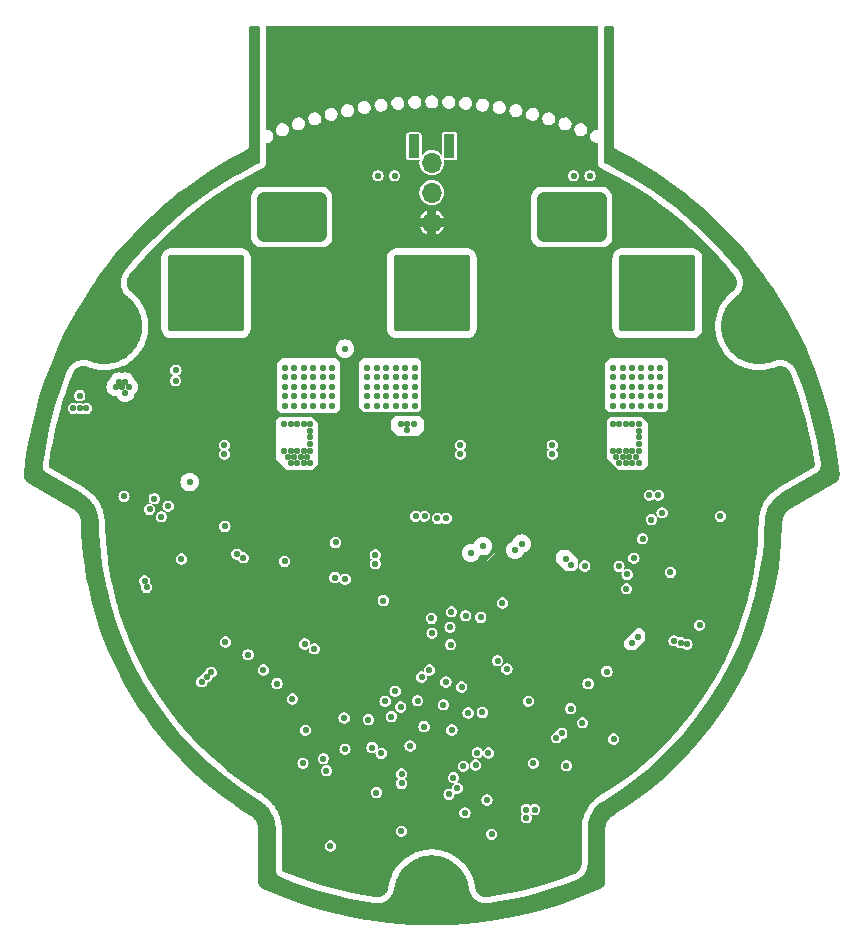
<source format=gbr>
%TF.GenerationSoftware,KiCad,Pcbnew,7.0.6*%
%TF.CreationDate,2024-01-25T22:52:05+01:00*%
%TF.ProjectId,amulet_controller,616d756c-6574-45f6-936f-6e74726f6c6c,1.0*%
%TF.SameCoordinates,PX6c3df60PY7735940*%
%TF.FileFunction,Copper,L5,Inr*%
%TF.FilePolarity,Positive*%
%FSLAX46Y46*%
G04 Gerber Fmt 4.6, Leading zero omitted, Abs format (unit mm)*
G04 Created by KiCad (PCBNEW 7.0.6) date 2024-01-25 22:52:05*
%MOMM*%
%LPD*%
G01*
G04 APERTURE LIST*
G04 Aperture macros list*
%AMRoundRect*
0 Rectangle with rounded corners*
0 $1 Rounding radius*
0 $2 $3 $4 $5 $6 $7 $8 $9 X,Y pos of 4 corners*
0 Add a 4 corners polygon primitive as box body*
4,1,4,$2,$3,$4,$5,$6,$7,$8,$9,$2,$3,0*
0 Add four circle primitives for the rounded corners*
1,1,$1+$1,$2,$3*
1,1,$1+$1,$4,$5*
1,1,$1+$1,$6,$7*
1,1,$1+$1,$8,$9*
0 Add four rect primitives between the rounded corners*
20,1,$1+$1,$2,$3,$4,$5,0*
20,1,$1+$1,$4,$5,$6,$7,0*
20,1,$1+$1,$6,$7,$8,$9,0*
20,1,$1+$1,$8,$9,$2,$3,0*%
G04 Aperture macros list end*
%TA.AperFunction,ComponentPad*%
%ADD10C,0.550000*%
%TD*%
%TA.AperFunction,ComponentPad*%
%ADD11C,0.800000*%
%TD*%
%TA.AperFunction,ComponentPad*%
%ADD12C,5.300000*%
%TD*%
%TA.AperFunction,ComponentPad*%
%ADD13C,1.700000*%
%TD*%
%TA.AperFunction,ComponentPad*%
%ADD14O,1.700000X1.700000*%
%TD*%
%TA.AperFunction,ComponentPad*%
%ADD15C,2.000000*%
%TD*%
%TA.AperFunction,ComponentPad*%
%ADD16RoundRect,0.325000X2.925000X2.925000X-2.925000X2.925000X-2.925000X-2.925000X2.925000X-2.925000X0*%
%TD*%
%TA.AperFunction,ComponentPad*%
%ADD17RoundRect,0.325000X-2.925000X-2.925000X2.925000X-2.925000X2.925000X2.925000X-2.925000X2.925000X0*%
%TD*%
%TA.AperFunction,ComponentPad*%
%ADD18RoundRect,0.415000X2.510000X1.660000X-2.510000X1.660000X-2.510000X-1.660000X2.510000X-1.660000X0*%
%TD*%
%TA.AperFunction,ComponentPad*%
%ADD19R,0.900000X2.000000*%
%TD*%
%TA.AperFunction,ComponentPad*%
%ADD20RoundRect,0.090000X0.360000X0.910000X-0.360000X0.910000X-0.360000X-0.910000X0.360000X-0.910000X0*%
%TD*%
%TA.AperFunction,ComponentPad*%
%ADD21C,0.600000*%
%TD*%
%TA.AperFunction,ViaPad*%
%ADD22C,0.600000*%
%TD*%
%TA.AperFunction,ViaPad*%
%ADD23C,0.550000*%
%TD*%
G04 APERTURE END LIST*
D10*
%TO.N,GND*%
%TO.C,U10*%
X56850400Y37099900D03*
X57350400Y37999900D03*
X57350400Y36199900D03*
X57850400Y37099900D03*
%TD*%
D11*
%TO.N,CHASSIS*%
%TO.C,H2*%
X6087588Y48921440D03*
X4969366Y50378735D03*
X7908754Y48681679D03*
D12*
X7287588Y50999901D03*
D11*
X9366049Y49799901D03*
X6666422Y53318123D03*
X9605810Y51621067D03*
X8487588Y53078362D03*
%TD*%
D13*
%TO.N,GND*%
%TO.C,J11*%
X35000400Y59784900D03*
D14*
%TO.N,/Project Architecture/Interface - FD-CAN/FDCAN_P*%
X35000400Y62324900D03*
%TO.N,/Project Architecture/Interface - FD-CAN/FDCAN_N*%
X35000400Y64864900D03*
%TD*%
D11*
%TO.N,CHASSIS*%
%TO.C,H1*%
X37400400Y2999900D03*
X36697456Y1302844D03*
X36697456Y4696956D03*
D12*
X35000400Y2999900D03*
D11*
X35000400Y5399900D03*
X33303344Y1302844D03*
X33303344Y4696956D03*
X32600400Y2999900D03*
%TD*%
D10*
%TO.N,/Project Architecture/Motor Control - Top Level/Motor Control - Inverter/PHA*%
%TO.C,J3*%
X57050400Y50849900D03*
X57050400Y52779900D03*
X57050400Y53289900D03*
X57050400Y53799900D03*
X57050400Y54309900D03*
X57050400Y54819900D03*
X57050400Y56749900D03*
X56600400Y53034900D03*
X56600400Y53544900D03*
X56600400Y54054900D03*
X56600400Y54564900D03*
D15*
X56250400Y51649900D03*
X56250400Y55949900D03*
D10*
X56150400Y52779900D03*
X56150400Y53289900D03*
X56150400Y53799900D03*
X56150400Y54309900D03*
X56150400Y54819900D03*
X55120400Y50849900D03*
X55120400Y51749900D03*
X55120400Y55849900D03*
X55120400Y56749900D03*
X54865400Y51299900D03*
X54865400Y56299900D03*
X54610400Y50849900D03*
X54610400Y51749900D03*
X54610400Y55849900D03*
X54610400Y56749900D03*
X54355400Y51299900D03*
X54355400Y56299900D03*
X54100400Y50849900D03*
X54100400Y51749900D03*
D16*
X54100400Y53799900D03*
D10*
X54100400Y55849900D03*
X54100400Y56749900D03*
X53845400Y51299900D03*
X53845400Y56299900D03*
X53590400Y50849900D03*
X53590400Y51749900D03*
X53590400Y55849900D03*
X53590400Y56749900D03*
X53335400Y51299900D03*
X53335400Y56299900D03*
X53080400Y50849900D03*
X53080400Y51749900D03*
X53080400Y55849900D03*
X53080400Y56749900D03*
X52050400Y52779900D03*
X52050400Y53289900D03*
X52050400Y53799900D03*
X52050400Y54309900D03*
X52050400Y54819900D03*
D15*
X51950400Y51649900D03*
X51950400Y55949900D03*
D10*
X51600400Y53034900D03*
X51600400Y53544900D03*
X51600400Y54054900D03*
X51600400Y54564900D03*
X51150400Y50849900D03*
X51150400Y52779900D03*
X51150400Y53289900D03*
X51150400Y53799900D03*
X51150400Y54309900D03*
X51150400Y54819900D03*
X51150400Y56749900D03*
%TD*%
%TO.N,/Project Architecture/Motor Control - Top Level/Motor Control - Inverter/PHB*%
%TO.C,J4*%
X37950400Y50849900D03*
X37950400Y52779900D03*
X37950400Y53289900D03*
X37950400Y53799900D03*
X37950400Y54309900D03*
X37950400Y54819900D03*
X37950400Y56749900D03*
X37500400Y53034900D03*
X37500400Y53544900D03*
X37500400Y54054900D03*
X37500400Y54564900D03*
D15*
X37150400Y51649900D03*
X37150400Y55949900D03*
D10*
X37050400Y52779900D03*
X37050400Y53289900D03*
X37050400Y53799900D03*
X37050400Y54309900D03*
X37050400Y54819900D03*
X36020400Y50849900D03*
X36020400Y51749900D03*
X36020400Y55849900D03*
X36020400Y56749900D03*
X35765400Y51299900D03*
X35765400Y56299900D03*
X35510400Y50849900D03*
X35510400Y51749900D03*
X35510400Y55849900D03*
X35510400Y56749900D03*
X35255400Y51299900D03*
X35255400Y56299900D03*
X35000400Y50849900D03*
X35000400Y51749900D03*
D16*
X35000400Y53799900D03*
D10*
X35000400Y55849900D03*
X35000400Y56749900D03*
X34745400Y51299900D03*
X34745400Y56299900D03*
X34490400Y50849900D03*
X34490400Y51749900D03*
X34490400Y55849900D03*
X34490400Y56749900D03*
X34235400Y51299900D03*
X34235400Y56299900D03*
X33980400Y50849900D03*
X33980400Y51749900D03*
X33980400Y55849900D03*
X33980400Y56749900D03*
X32950400Y52779900D03*
X32950400Y53289900D03*
X32950400Y53799900D03*
X32950400Y54309900D03*
X32950400Y54819900D03*
D15*
X32850400Y51649900D03*
X32850400Y55949900D03*
D10*
X32500400Y53034900D03*
X32500400Y53544900D03*
X32500400Y54054900D03*
X32500400Y54564900D03*
X32050400Y50849900D03*
X32050400Y52779900D03*
X32050400Y53289900D03*
X32050400Y53799900D03*
X32050400Y54309900D03*
X32050400Y54819900D03*
X32050400Y56749900D03*
%TD*%
%TO.N,/Project Architecture/Motor Control - Top Level/Motor Control - Inverter/PHC*%
%TO.C,J5*%
X12950400Y56749900D03*
X12950400Y54819900D03*
X12950400Y54309900D03*
X12950400Y53799900D03*
X12950400Y53289900D03*
X12950400Y52779900D03*
X12950400Y50849900D03*
X13400400Y54564900D03*
X13400400Y54054900D03*
X13400400Y53544900D03*
X13400400Y53034900D03*
D15*
X13750400Y55949900D03*
X13750400Y51649900D03*
D10*
X13850400Y54819900D03*
X13850400Y54309900D03*
X13850400Y53799900D03*
X13850400Y53289900D03*
X13850400Y52779900D03*
X14880400Y56749900D03*
X14880400Y55849900D03*
X14880400Y51749900D03*
X14880400Y50849900D03*
X15135400Y56299900D03*
X15135400Y51299900D03*
X15390400Y56749900D03*
X15390400Y55849900D03*
X15390400Y51749900D03*
X15390400Y50849900D03*
X15645400Y56299900D03*
X15645400Y51299900D03*
X15900400Y56749900D03*
X15900400Y55849900D03*
D17*
X15900400Y53799900D03*
D10*
X15900400Y51749900D03*
X15900400Y50849900D03*
X16155400Y56299900D03*
X16155400Y51299900D03*
X16410400Y56749900D03*
X16410400Y55849900D03*
X16410400Y51749900D03*
X16410400Y50849900D03*
X16665400Y56299900D03*
X16665400Y51299900D03*
X16920400Y56749900D03*
X16920400Y55849900D03*
X16920400Y51749900D03*
X16920400Y50849900D03*
X17950400Y54819900D03*
X17950400Y54309900D03*
X17950400Y53799900D03*
X17950400Y53289900D03*
X17950400Y52779900D03*
D15*
X18050400Y55949900D03*
X18050400Y51649900D03*
D10*
X18400400Y54564900D03*
X18400400Y54054900D03*
X18400400Y53544900D03*
X18400400Y53034900D03*
X18850400Y56749900D03*
X18850400Y54819900D03*
X18850400Y54309900D03*
X18850400Y53799900D03*
X18850400Y53289900D03*
X18850400Y52779900D03*
X18850400Y50849900D03*
%TD*%
%TO.N,GND*%
%TO.C,U6*%
X36775238Y31056002D03*
X35806502Y32024738D03*
X36775238Y29443798D03*
X35969136Y30249900D03*
X35000400Y31218636D03*
X34194298Y32024738D03*
X35806502Y28475062D03*
X35000400Y29281164D03*
X34031664Y30249900D03*
X33225562Y31056002D03*
X34194298Y28475062D03*
X33225562Y29443798D03*
%TD*%
D11*
%TO.N,CHASSIS*%
%TO.C,H3*%
X61513211Y53078361D03*
X63334377Y53318122D03*
X60394989Y51621066D03*
D12*
X62713211Y50999900D03*
D11*
X60634750Y49799900D03*
X65031433Y50378734D03*
X62092045Y48681678D03*
X63913211Y48921439D03*
%TD*%
D10*
%TO.N,GND*%
%TO.C,J1*%
X42280400Y58719900D03*
X42280400Y59229900D03*
X42280400Y59739900D03*
X42280400Y60249900D03*
X42280400Y60759900D03*
X42280400Y61269900D03*
X42280400Y61779900D03*
X41830400Y58464900D03*
X41830400Y58974900D03*
X41830400Y59484900D03*
X41830400Y59994900D03*
X41830400Y60504900D03*
X41830400Y61014900D03*
X41830400Y61524900D03*
X41830400Y62034900D03*
X41380400Y58719900D03*
X41380400Y59229900D03*
X41380400Y59739900D03*
X41380400Y60249900D03*
X41380400Y60759900D03*
X41380400Y61269900D03*
X41380400Y61779900D03*
X40930400Y58464900D03*
X40930400Y58974900D03*
X40930400Y61524900D03*
X40930400Y62034900D03*
X40480400Y58719900D03*
X40480400Y61779900D03*
X40030400Y58464900D03*
X40030400Y62034900D03*
D18*
X39650400Y60249900D03*
D10*
X39270400Y58464900D03*
X39270400Y62034900D03*
X38820400Y58719900D03*
X38820400Y61779900D03*
X38370400Y58464900D03*
X38370400Y58974900D03*
X38370400Y61524900D03*
X38370400Y62034900D03*
X37920400Y58719900D03*
X37920400Y59229900D03*
X37920400Y59739900D03*
X37920400Y60249900D03*
X37920400Y60759900D03*
X37920400Y61269900D03*
X37920400Y61779900D03*
X37470400Y58464900D03*
X37470400Y58974900D03*
X37470400Y59484900D03*
X37470400Y59994900D03*
X37470400Y60504900D03*
X37470400Y61014900D03*
X37470400Y61524900D03*
X37470400Y62034900D03*
X37020400Y58719900D03*
X37020400Y59229900D03*
X37020400Y59739900D03*
X37020400Y60249900D03*
X37020400Y60759900D03*
X37020400Y61269900D03*
X37020400Y61779900D03*
%TO.N,+VBAT*%
X49480400Y58719900D03*
X49480400Y59229900D03*
X49480400Y59739900D03*
X49480400Y60249900D03*
X49480400Y60759900D03*
X49480400Y61269900D03*
X49480400Y61779900D03*
X49030400Y58464900D03*
X49030400Y58974900D03*
X49030400Y59484900D03*
X49030400Y59994900D03*
X49030400Y60504900D03*
X49030400Y61014900D03*
X49030400Y61524900D03*
X49030400Y62034900D03*
X48580400Y58719900D03*
X48580400Y59229900D03*
X48580400Y59739900D03*
X48580400Y60249900D03*
X48580400Y60759900D03*
X48580400Y61269900D03*
X48580400Y61779900D03*
X48130400Y58464900D03*
X48130400Y58974900D03*
X48130400Y61524900D03*
X48130400Y62034900D03*
X47680400Y58719900D03*
X47680400Y61779900D03*
X47230400Y58464900D03*
X47230400Y62034900D03*
D18*
X46850400Y60249900D03*
D10*
X46470400Y58464900D03*
X46470400Y62034900D03*
X46020400Y58719900D03*
X46020400Y61779900D03*
X45570400Y58464900D03*
X45570400Y58974900D03*
X45570400Y61524900D03*
X45570400Y62034900D03*
X45120400Y58719900D03*
X45120400Y59229900D03*
X45120400Y59739900D03*
X45120400Y60249900D03*
X45120400Y60759900D03*
X45120400Y61269900D03*
X45120400Y61779900D03*
X44670400Y58464900D03*
X44670400Y58974900D03*
X44670400Y59484900D03*
X44670400Y59994900D03*
X44670400Y60504900D03*
X44670400Y61014900D03*
X44670400Y61524900D03*
X44670400Y62034900D03*
X44220400Y58719900D03*
X44220400Y59229900D03*
X44220400Y59739900D03*
X44220400Y60249900D03*
X44220400Y60759900D03*
X44220400Y61269900D03*
X44220400Y61779900D03*
D19*
%TO.N,unconnected-(J1-PadMP1)*%
X36500400Y66249900D03*
%TO.N,CHASSIS*%
X50000400Y66249900D03*
%TD*%
D10*
%TO.N,GND*%
%TO.C,J2*%
X32980400Y58719900D03*
X32980400Y59229900D03*
X32980400Y59739900D03*
X32980400Y60249900D03*
X32980400Y60759900D03*
X32980400Y61269900D03*
X32980400Y61779900D03*
X32530400Y58464900D03*
X32530400Y58974900D03*
X32530400Y59484900D03*
X32530400Y59994900D03*
X32530400Y60504900D03*
X32530400Y61014900D03*
X32530400Y61524900D03*
X32530400Y62034900D03*
X32080400Y58719900D03*
X32080400Y59229900D03*
X32080400Y59739900D03*
X32080400Y60249900D03*
X32080400Y60759900D03*
X32080400Y61269900D03*
X32080400Y61779900D03*
X31630400Y58464900D03*
X31630400Y58974900D03*
X31630400Y61524900D03*
X31630400Y62034900D03*
X31180400Y58719900D03*
X31180400Y61779900D03*
X30730400Y58464900D03*
X30730400Y62034900D03*
D18*
X30350400Y60249900D03*
D10*
X29970400Y58464900D03*
X29970400Y62034900D03*
X29520400Y58719900D03*
X29520400Y61779900D03*
X29070400Y58464900D03*
X29070400Y58974900D03*
X29070400Y61524900D03*
X29070400Y62034900D03*
X28620400Y58719900D03*
X28620400Y59229900D03*
X28620400Y59739900D03*
X28620400Y60249900D03*
X28620400Y60759900D03*
X28620400Y61269900D03*
X28620400Y61779900D03*
X28170400Y58464900D03*
X28170400Y58974900D03*
X28170400Y59484900D03*
X28170400Y59994900D03*
X28170400Y60504900D03*
X28170400Y61014900D03*
X28170400Y61524900D03*
X28170400Y62034900D03*
X27720400Y58719900D03*
X27720400Y59229900D03*
X27720400Y59739900D03*
X27720400Y60249900D03*
X27720400Y60759900D03*
X27720400Y61269900D03*
X27720400Y61779900D03*
%TO.N,+VBAT*%
X25780400Y58719900D03*
X25780400Y59229900D03*
X25780400Y59739900D03*
X25780400Y60249900D03*
X25780400Y60759900D03*
X25780400Y61269900D03*
X25780400Y61779900D03*
X25330400Y58464900D03*
X25330400Y58974900D03*
X25330400Y59484900D03*
X25330400Y59994900D03*
X25330400Y60504900D03*
X25330400Y61014900D03*
X25330400Y61524900D03*
X25330400Y62034900D03*
X24880400Y58719900D03*
X24880400Y59229900D03*
X24880400Y59739900D03*
X24880400Y60249900D03*
X24880400Y60759900D03*
X24880400Y61269900D03*
X24880400Y61779900D03*
X24430400Y58464900D03*
X24430400Y58974900D03*
X24430400Y61524900D03*
X24430400Y62034900D03*
X23980400Y58719900D03*
X23980400Y61779900D03*
X23530400Y58464900D03*
X23530400Y62034900D03*
D18*
X23150400Y60249900D03*
D10*
X22770400Y58464900D03*
X22770400Y62034900D03*
X22320400Y58719900D03*
X22320400Y61779900D03*
X21870400Y58464900D03*
X21870400Y58974900D03*
X21870400Y61524900D03*
X21870400Y62034900D03*
X21420400Y58719900D03*
X21420400Y59229900D03*
X21420400Y59739900D03*
X21420400Y60249900D03*
X21420400Y60759900D03*
X21420400Y61269900D03*
X21420400Y61779900D03*
X20970400Y58464900D03*
X20970400Y58974900D03*
X20970400Y59484900D03*
X20970400Y59994900D03*
X20970400Y60504900D03*
X20970400Y61014900D03*
X20970400Y61524900D03*
X20970400Y62034900D03*
X20520400Y58719900D03*
X20520400Y59229900D03*
X20520400Y59739900D03*
X20520400Y60249900D03*
X20520400Y60759900D03*
X20520400Y61269900D03*
X20520400Y61779900D03*
D20*
%TO.N,unconnected-(J2-PadMP1)*%
X33500400Y66249900D03*
%TO.N,CHASSIS*%
X20000400Y66249900D03*
%TD*%
D21*
%TO.N,GND*%
%TO.C,U4*%
X15775399Y33874903D03*
X15775399Y32874903D03*
%TD*%
D22*
%TO.N,CHASSIS*%
X21030400Y5307691D03*
X26922902Y2019923D03*
X18010355Y64370468D03*
X19325039Y65092436D03*
X16728841Y63591140D03*
X15483003Y62755962D03*
X9360779Y21518898D03*
X13669273Y15405558D03*
X6101049Y32978573D03*
X7135017Y27079229D03*
X1543765Y40881545D03*
X10892710Y18941082D03*
X8103718Y24241351D03*
X6244494Y31485616D03*
X12683079Y16535558D03*
X20000000Y72950000D03*
X5472061Y35831376D03*
X2614370Y45248942D03*
X3098643Y46668489D03*
X18157334Y11439620D03*
X2923025Y37400163D03*
X28387432Y1696222D03*
X20000000Y75950000D03*
X14712672Y14328142D03*
X20595814Y9710185D03*
X1316610Y39398968D03*
X1836174Y42352644D03*
X4222066Y36650163D03*
X29864830Y1437522D03*
X20000000Y68450000D03*
X15810470Y13306213D03*
X7582599Y25647741D03*
X2193277Y43809390D03*
X11756725Y17715123D03*
X25474093Y2407993D03*
X1623990Y38150163D03*
X16959717Y12342510D03*
X21030400Y8307695D03*
X21030400Y6807693D03*
X8696975Y22863841D03*
X13198448Y60998759D03*
X20000000Y71450000D03*
X31352214Y1244329D03*
X6465064Y30002092D03*
X10093345Y20210142D03*
X21250131Y3950230D03*
X20000000Y74450000D03*
X20000000Y69950000D03*
X6035028Y34476954D03*
X19400105Y10599966D03*
X6762168Y28531978D03*
X9951472Y57887890D03*
X3645136Y48065263D03*
X22634941Y3374089D03*
X8964245Y56758723D03*
X24043842Y2859678D03*
X10987614Y58972343D03*
X12070643Y60009976D03*
X14368817Y61936770D03*
X8027850Y55587061D03*
D23*
%TO.N,+5V*%
X10700000Y29450000D03*
%TO.N,GND*%
X9650000Y54500000D03*
X10450000Y53700000D03*
X10050000Y54100000D03*
%TO.N,/Project Architecture/MCU - IOs/SENSE_TEMP_FET*%
X13340000Y47280000D03*
D22*
%TO.N,CHASSIS*%
X60049328Y57887890D03*
X61972950Y55587061D03*
X55631983Y61936770D03*
X57930157Y60009976D03*
X59013186Y58972343D03*
X56802352Y60998759D03*
X61036555Y56758723D03*
X54517797Y62755962D03*
X53271959Y63591140D03*
X50675761Y65092436D03*
X51990445Y64370468D03*
D23*
%TO.N,/Project Architecture/Motor Control - Top Level/SB_N*%
X37420000Y40185100D03*
%TO.N,/Project Architecture/Motor Control - Top Level/SB_P*%
X37420000Y40935100D03*
%TO.N,/Project Architecture/Interface - Interconnects/RS422_D-*%
X21900400Y20749900D03*
%TO.N,/Project Architecture/Interface - Interconnects/RS422_D+*%
X23200400Y19449900D03*
%TO.N,/Project Architecture/Interface - Interconnects/RS422_R+*%
X19449946Y23199446D03*
%TO.N,/Project Architecture/Interface - Interconnects/RS422_R-*%
X20749946Y21899446D03*
%TO.N,/Project Architecture/Interface - Interconnects/AUX2_B*%
X38080400Y18269900D03*
X32375400Y18774900D03*
X36700400Y16824900D03*
%TO.N,/Project Architecture/Interface - Interconnects/AUX2_C*%
X33800400Y19299900D03*
X35974423Y18963962D03*
%TO.N,/Project Architecture/Interface - Interconnects/POS_SENSOR_CS*%
X31050400Y19249900D03*
%TO.N,/Project Architecture/Interface - Interconnects/AUX1_A*%
X30710400Y14844400D03*
X51475400Y28774900D03*
%TO.N,GND*%
X42350400Y29919900D03*
X43825400Y40560000D03*
X17200400Y37749900D03*
X26340400Y70809900D03*
X41830000Y40180000D03*
X33730400Y74619900D03*
X17675400Y38574900D03*
X16990400Y23559900D03*
X16293442Y29739484D03*
X26850400Y40524900D03*
X9150400Y30849900D03*
X26375400Y39699900D03*
X5750400Y46899900D03*
X23800400Y72079900D03*
X42300000Y38250000D03*
X41825000Y37975000D03*
X9800400Y29849900D03*
X59950000Y54100000D03*
X49495426Y29022696D03*
X16725400Y36374900D03*
X25206633Y24856133D03*
X56950400Y42524900D03*
X56950400Y39224900D03*
X30150400Y72079900D03*
X44930400Y72079900D03*
X27610400Y70809900D03*
X17675400Y36924900D03*
X36874999Y38775000D03*
X40275400Y33574900D03*
X60700400Y39279900D03*
X43030400Y3629900D03*
X14830400Y32219900D03*
X39450400Y65249900D03*
X59147279Y33745140D03*
X17675400Y36374900D03*
X6250400Y46049900D03*
X41550400Y29119900D03*
X54800000Y57900000D03*
X56950400Y40324900D03*
X46200400Y74619900D03*
X41825000Y37425000D03*
X37350000Y39050000D03*
X64840400Y46389900D03*
X48120000Y24760000D03*
X26340400Y72079900D03*
X41825000Y38525000D03*
X41350400Y22759900D03*
X37900400Y23749900D03*
X44930400Y70809900D03*
X26150400Y19649900D03*
X36400000Y39600000D03*
X22910400Y7309900D03*
X42025400Y12874900D03*
X31480400Y27219900D03*
X26850400Y39974900D03*
X44135400Y29439900D03*
X38840000Y40560000D03*
X51050400Y29409900D03*
X58152374Y34011727D03*
X6750400Y46899900D03*
X25070400Y74619900D03*
X42970400Y17869900D03*
X24975000Y67175000D03*
X24965397Y33009903D03*
X16711373Y26574522D03*
X18900400Y23724900D03*
X38300000Y38500000D03*
X53390402Y29249903D03*
X23600400Y24549900D03*
X56950400Y44174900D03*
X36875000Y38225000D03*
X43660400Y70809900D03*
X54140400Y37499900D03*
X53690400Y35499900D03*
X13050400Y40324900D03*
X41950400Y29519900D03*
X25070400Y70809900D03*
X5100400Y41149900D03*
X21300400Y15929900D03*
X20700400Y28199900D03*
X30600400Y37299900D03*
X42775000Y39625000D03*
X16250400Y38299900D03*
X13050400Y44724900D03*
X14675400Y25099900D03*
X35450000Y38500000D03*
X60810400Y32709900D03*
X34325400Y17899900D03*
X42300000Y38800000D03*
X44560400Y24949900D03*
X42390400Y72079900D03*
X38200400Y14449900D03*
X18860000Y63130000D03*
X52194609Y33374400D03*
X24300400Y26099900D03*
X36270400Y75889900D03*
X14950400Y21449900D03*
X32130400Y26529900D03*
X37825000Y37675000D03*
X23570400Y16639900D03*
X39850400Y73349900D03*
X38650400Y18809900D03*
X39250000Y38500000D03*
X38775000Y38225000D03*
X9700400Y40319900D03*
X20130001Y63130000D03*
X22600400Y26699900D03*
X7200400Y37379900D03*
X35400400Y21349900D03*
X10500400Y25649900D03*
X30805000Y40424900D03*
X21400000Y64050000D03*
X35925000Y39325000D03*
X35925000Y38225000D03*
X41730400Y27459900D03*
X41350000Y37700000D03*
X48960400Y21039900D03*
X13050400Y40874900D03*
X42300000Y37700000D03*
X26375400Y40799900D03*
X17200400Y35549900D03*
X16725400Y38024900D03*
X26850400Y39424900D03*
X56950400Y44724900D03*
X16250400Y36649900D03*
X35000400Y72079900D03*
X29190400Y21399900D03*
X43660400Y73349900D03*
X41120400Y70809900D03*
X17200400Y36099900D03*
X37770400Y65729900D03*
X4525400Y45849900D03*
X35925000Y37675000D03*
X33730400Y75889900D03*
X23800400Y70809900D03*
X26340400Y73349900D03*
X35975400Y17074900D03*
X42650400Y63189900D03*
X26520400Y4699900D03*
X35000400Y73349900D03*
X3050400Y39324900D03*
X46840400Y7309900D03*
X42390400Y70809900D03*
X42780000Y40740000D03*
X41350000Y38250000D03*
X13230400Y35239900D03*
X17675400Y35274900D03*
X9490400Y36059900D03*
X36270400Y72079900D03*
X42305000Y40455000D03*
X36875000Y37675000D03*
X17200400Y38299900D03*
X44930400Y73349900D03*
X39250000Y37950000D03*
X36270400Y74619900D03*
X41825000Y39075000D03*
X42350400Y30479900D03*
X46200400Y72079900D03*
X33730400Y73349900D03*
X64620400Y39059900D03*
X64840400Y42789900D03*
X26725400Y20224900D03*
X17675400Y35824900D03*
X53950400Y19574900D03*
X21570400Y14759900D03*
X51050400Y16499900D03*
X28880400Y72079900D03*
X25875400Y39999900D03*
X13800000Y57900000D03*
X62080400Y31439900D03*
X16250400Y37749900D03*
X13050400Y42524900D03*
X23800400Y73349900D03*
X16725400Y36924900D03*
X40700400Y33224900D03*
X15200000Y57900000D03*
X27550400Y33049900D03*
X66580400Y41889900D03*
X25070400Y73349900D03*
X41950400Y30879900D03*
X56950400Y39774900D03*
X56950400Y43624900D03*
X30150400Y74619900D03*
X38300000Y37950000D03*
X28880400Y70809900D03*
X36786082Y20413512D03*
X39100400Y5299900D03*
X46200400Y69539900D03*
X30150400Y73349900D03*
X43450400Y11799900D03*
X28430400Y21969900D03*
X59901930Y34319354D03*
X25875400Y39449900D03*
X35925000Y38775000D03*
X41120400Y74619900D03*
X32130400Y25949900D03*
X44650400Y28959900D03*
X17630400Y14929900D03*
X57750400Y35479900D03*
X13050400Y41424900D03*
X36400000Y38500000D03*
X16725400Y35824900D03*
X29380000Y40149900D03*
X36725400Y18774900D03*
X36400000Y37950000D03*
X43475400Y31749900D03*
X53180400Y26199900D03*
X27610400Y72079900D03*
X42775000Y37975000D03*
X14711422Y31540429D03*
X47014999Y39500002D03*
X56950400Y43074900D03*
X15900000Y57900000D03*
X16035000Y40564999D03*
X15750400Y22249900D03*
X42390400Y74619900D03*
X16725400Y38574900D03*
X26890400Y15299900D03*
X39610400Y27989900D03*
X46200400Y73349900D03*
X16360400Y16199900D03*
X56950400Y40874900D03*
X36875000Y39325000D03*
X41350000Y39900000D03*
X21325400Y21299900D03*
X27610400Y73349900D03*
X32930400Y19279900D03*
X16250400Y37199900D03*
X28990400Y22519900D03*
X46200400Y70809900D03*
X17675400Y38024900D03*
X27270400Y19549900D03*
X41350000Y39350000D03*
X15180400Y35369900D03*
X42390400Y73349900D03*
X43660400Y74619900D03*
X44930400Y74619900D03*
X17675400Y37474900D03*
X55500000Y57900000D03*
X39850400Y72079900D03*
X9700400Y38559900D03*
X16250400Y35549900D03*
X13050400Y43074900D03*
X31300400Y15340350D03*
X37350000Y37950000D03*
X43800400Y18649900D03*
X27790400Y3499900D03*
X35425400Y24349900D03*
X62080400Y36519900D03*
X64840400Y44589900D03*
X14500000Y57900000D03*
X16725400Y37474900D03*
X42300000Y39350000D03*
X43560400Y8859900D03*
X66580400Y40099900D03*
X66580400Y40999900D03*
X36270400Y73349900D03*
X25600400Y22499900D03*
X43030400Y4749900D03*
X36675400Y35349900D03*
X29600400Y30424900D03*
X56380400Y23339900D03*
X19310400Y21729900D03*
X30050400Y23649900D03*
X36400000Y39050000D03*
X41355000Y40455000D03*
X44300400Y7309900D03*
X46840400Y8579900D03*
X31850400Y8799900D03*
X17200400Y37199900D03*
X39850400Y74619900D03*
X30330000Y40699900D03*
X39640400Y26949900D03*
X62080400Y32709900D03*
X31600400Y18709900D03*
X19150400Y32199900D03*
X40310400Y68269900D03*
X42775000Y38525000D03*
X11280400Y51759900D03*
X45310400Y24199900D03*
X56950400Y41974900D03*
X50900400Y31499900D03*
X18900400Y14929900D03*
X13050400Y41974900D03*
X30900400Y5349900D03*
X38775000Y37675000D03*
X32130400Y27109900D03*
X42775000Y37425000D03*
X27610400Y74619900D03*
X13050400Y39224900D03*
X26375400Y40249900D03*
X56950400Y41424900D03*
X16725400Y35274900D03*
X39220400Y3499900D03*
X31220400Y65729900D03*
X25875400Y40549900D03*
X16250400Y36099900D03*
X64840400Y41889900D03*
X11280400Y54299900D03*
X7940400Y35839900D03*
X39225400Y7999900D03*
X56200000Y57900000D03*
X26340400Y74619900D03*
X23725400Y18899900D03*
X39880400Y28469900D03*
X17200399Y36649900D03*
X42780000Y40180000D03*
X17630400Y16199900D03*
X48200400Y19099900D03*
X29855000Y40424900D03*
X41120400Y73349900D03*
X23800400Y74619900D03*
X31840400Y19329900D03*
X43450400Y11099900D03*
X51025400Y32724900D03*
X26510400Y14079900D03*
X17680000Y39130000D03*
X41775400Y10224900D03*
X5100400Y41699900D03*
X11280400Y53029900D03*
X39350400Y15499900D03*
X35025400Y35424900D03*
X47014997Y40075003D03*
X41825000Y39625000D03*
X37350000Y38500000D03*
X13050400Y43624900D03*
X28880400Y73349900D03*
X29550400Y32124900D03*
X54100000Y57900000D03*
X64840400Y45489900D03*
X41830000Y40740000D03*
X58250401Y27564900D03*
X30150400Y68269900D03*
X37825000Y38225000D03*
X60350000Y54500000D03*
X56950400Y38674900D03*
X52080400Y32129900D03*
X17800400Y25979900D03*
X29855000Y39874900D03*
X42775400Y31049900D03*
X35000400Y67299900D03*
X45230400Y27659900D03*
X59550000Y53700000D03*
X30200400Y18249900D03*
X22910400Y8579900D03*
X56870072Y31807346D03*
X45180400Y28639900D03*
X58050400Y26399900D03*
X43660400Y72079900D03*
X64840400Y43689900D03*
X40100400Y10229900D03*
X51123195Y23247105D03*
X13050400Y44174900D03*
X64840400Y40989900D03*
X25070400Y72079900D03*
X36450400Y12149900D03*
X38525900Y10149900D03*
X13050400Y39774900D03*
X41120400Y72079900D03*
X42775000Y39075000D03*
X42050000Y22350000D03*
X11280400Y50489900D03*
X43625000Y20850000D03*
X42300000Y39900000D03*
X33730400Y72079900D03*
X30330000Y40149900D03*
X54506289Y32265916D03*
X29750400Y12099900D03*
X35450000Y37950000D03*
X32450400Y15249900D03*
X28880400Y74619900D03*
X31775400Y25349900D03*
X23800400Y69539900D03*
X18130400Y23669900D03*
X26150400Y18899900D03*
X26060400Y6309900D03*
X41350000Y38800000D03*
X47730400Y65729900D03*
%TO.N,+3V3*%
X36600400Y24049900D03*
X40075400Y7999900D03*
X59440400Y34909900D03*
X27580400Y17839900D03*
X57680400Y25689900D03*
X32425400Y8249900D03*
X19050400Y31399900D03*
X13800400Y31299900D03*
X50404867Y16059900D03*
X43200400Y19249900D03*
X18500400Y31699900D03*
X55210398Y30169902D03*
X26080400Y13384400D03*
X43600400Y13999900D03*
X17520400Y24279900D03*
%TO.N,/Project Architecture/Interface - Interconnects/AUX1_B*%
X51535900Y29999900D03*
X37670400Y13749900D03*
%TO.N,/Project Architecture/Interface - Interconnects/AUX1_C*%
X33168726Y15463819D03*
X50850400Y30674900D03*
%TO.N,+5V*%
X4650400Y44049900D03*
X15928082Y21310846D03*
X11500400Y36399900D03*
X56063202Y24222053D03*
X46400400Y13799900D03*
X56609274Y24078121D03*
X53420400Y36699900D03*
X5750400Y44049900D03*
X10850400Y28899900D03*
X16330400Y21709900D03*
X54190400Y36699900D03*
X5200400Y44049900D03*
X32450400Y13089900D03*
X15530400Y20909900D03*
X55516454Y24370942D03*
X24100400Y13999900D03*
%TO.N,/Project Architecture/Interface - Interconnects/AUX2_A*%
X31578994Y17960703D03*
X39275900Y18304400D03*
%TO.N,/Project Architecture/Interface - Interconnects/NRST*%
X49830400Y21769900D03*
X46769167Y18631133D03*
%TO.N,/Project Architecture/Interface - RS-422/RS422_~{RE}*%
X29628418Y17708300D03*
%TO.N,/Project Architecture/Interface - RS-422/RS422_DE*%
X27650400Y15199900D03*
%TO.N,+VBAT*%
X52525400Y41024900D03*
X22550400Y45874900D03*
X32750400Y45874900D03*
X52525400Y39449900D03*
X53550400Y44274900D03*
X31150400Y45874900D03*
X23350400Y45874900D03*
X23350400Y44274900D03*
X24725400Y41024900D03*
X24150400Y44274900D03*
X24175400Y42749900D03*
X50350400Y44274900D03*
X53550400Y47474900D03*
X23625400Y40449900D03*
X31150400Y45074900D03*
X23075400Y40449900D03*
X52525400Y42174900D03*
X33550400Y47474900D03*
X50325400Y42749900D03*
X31950400Y45874900D03*
X51700400Y39949900D03*
X51425400Y42749900D03*
X25750400Y45074900D03*
X51950400Y46674900D03*
X29550400Y45874900D03*
X30350400Y44274900D03*
X25750400Y47474900D03*
X23900400Y39949900D03*
X23625400Y39449900D03*
X25750400Y45874900D03*
X32750400Y45074900D03*
X52750400Y45874900D03*
X24725400Y40449900D03*
X32925400Y42749899D03*
X33550400Y45874900D03*
X52750400Y44274900D03*
X31950400Y47474900D03*
X24175400Y39449900D03*
X51150400Y44274900D03*
X31950400Y45074900D03*
X22800400Y39949900D03*
X52525400Y41599900D03*
X52250400Y39949900D03*
X29550400Y46674900D03*
X29550400Y47474900D03*
X54350400Y46674900D03*
X51150400Y39949900D03*
X52525400Y42749900D03*
X26550400Y44274900D03*
X8225400Y45849900D03*
X54350400Y44274900D03*
X24175400Y40449900D03*
X30350400Y45074900D03*
X50350400Y45074900D03*
X23625400Y42749900D03*
X51150400Y46674900D03*
X54350400Y45074900D03*
X33550400Y45074900D03*
X51975400Y39449900D03*
X51950400Y45074900D03*
X51950400Y47474900D03*
X24950400Y46674900D03*
X23350400Y47474900D03*
X32375400Y42749900D03*
X9325400Y45849900D03*
X52525400Y40449900D03*
X23075400Y39449900D03*
X24950400Y45874900D03*
X24725400Y41599900D03*
X24150400Y46674900D03*
X52750400Y46674900D03*
X24150400Y45874900D03*
X51425400Y40449900D03*
X51150400Y47474900D03*
X38330400Y31809900D03*
X26550400Y45074900D03*
X53550400Y46674900D03*
X42050400Y32049900D03*
X23350400Y45074900D03*
X50600400Y39949900D03*
X32750400Y47474900D03*
X24950400Y45074900D03*
X8775400Y45849900D03*
X9050400Y46324900D03*
X24150400Y45074900D03*
X51425400Y39449900D03*
X50875400Y42749900D03*
X27640000Y49120001D03*
X22550400Y45074900D03*
X32750400Y46674900D03*
X33550400Y46674900D03*
X23350400Y39949900D03*
X32930000Y42200000D03*
X26550400Y45874900D03*
X31150400Y46674900D03*
X53550400Y45074900D03*
X51950400Y44274900D03*
X29550400Y44274900D03*
X22550400Y44274900D03*
X52750400Y47474900D03*
X51950400Y45874900D03*
X25750400Y44274900D03*
X31150400Y44274900D03*
X32750400Y44274900D03*
X23075400Y42749900D03*
X54350400Y45874900D03*
X22525400Y40449900D03*
X33475400Y42749900D03*
X50350400Y46674900D03*
X52750400Y45074900D03*
X24725400Y39449900D03*
X24950400Y44274900D03*
X30350400Y45874900D03*
X30350400Y47474900D03*
X53550400Y45874900D03*
X24725400Y42749900D03*
X42600400Y32599900D03*
X31950400Y44274900D03*
X50325400Y40449900D03*
X29550400Y45074900D03*
X50875400Y40449900D03*
X8500400Y46324900D03*
X54350400Y47474900D03*
X24725400Y42174900D03*
X23350400Y46674900D03*
X24450400Y39949900D03*
X33550400Y44274900D03*
X22550400Y47474900D03*
X50875400Y39449900D03*
X31150400Y47474900D03*
X51150400Y45874900D03*
X26550400Y46674900D03*
X25750400Y46674900D03*
X14500400Y37799900D03*
X9050400Y45374900D03*
X30350400Y46674900D03*
X22525400Y42749900D03*
X51975400Y40449900D03*
X24150400Y47474900D03*
X22550400Y46674900D03*
X50350400Y45874900D03*
X50350400Y47474900D03*
X26550400Y47474900D03*
X31950400Y46674900D03*
X24950400Y47474900D03*
X51150400Y45074900D03*
X51975400Y42749900D03*
X39320400Y32379900D03*
%TO.N,/Project Architecture/Interface - Interconnects/SWCLK*%
X48240400Y20739900D03*
X47756633Y17424400D03*
%TO.N,/Project Architecture/Interface - Interconnects/AUX1_D*%
X37803208Y9808071D03*
X25050400Y23692813D03*
X52110400Y31369900D03*
%TO.N,+A3V3*%
X26800400Y29724900D03*
X27670400Y29579900D03*
X26425400Y6999900D03*
X24316667Y16796167D03*
X26850400Y32699900D03*
X30890057Y27780243D03*
X13310000Y46390000D03*
%TO.N,/Project Architecture/Interface - Interconnects/AUX1_E*%
X24250400Y24099900D03*
X52856633Y33016133D03*
X39680400Y10889900D03*
%TO.N,/Project Architecture/Interface - FD-CAN/FDCAN_RX*%
X54500400Y35204400D03*
X38705730Y13855230D03*
%TO.N,/Project Architecture/Interface - FD-CAN/FDCAN_TX*%
X38850400Y14899900D03*
X53590400Y34639900D03*
%TO.N,/Project Architecture/Interface - Interconnects/AUX2_D*%
X34350900Y17111188D03*
X39800400Y14873142D03*
%TO.N,/Project Architecture/Motor Control - Top Level/SA_P*%
X45200400Y40935000D03*
X36216733Y34739576D03*
%TO.N,/Project Architecture/Motor Control - Top Level/SA_N*%
X35466733Y34739576D03*
X45200400Y40185000D03*
%TO.N,/Project Architecture/Motor Control - Top Level/SB_N*%
X34401061Y34926332D03*
%TO.N,/Project Architecture/Motor Control - Top Level/SB_P*%
X33651061Y34926332D03*
%TO.N,/Project Architecture/Motor Control - Top Level/SC_P*%
X17435000Y40935000D03*
X30213881Y31652926D03*
%TO.N,/Project Architecture/Motor Control - Top Level/SC_N*%
X30213881Y30902926D03*
X17435000Y40185000D03*
%TO.N,/Project Architecture/Power - Generation/FB_5V*%
X8940400Y36599900D03*
X5200000Y45130000D03*
D22*
%TO.N,CHASSIS*%
X57277735Y16535529D03*
X48930414Y5307662D03*
X63925786Y34476925D03*
X50000000Y72950000D03*
X43037912Y2019894D03*
X62825797Y27079200D03*
X62378215Y25647712D03*
X68336824Y38150134D03*
X44486721Y2407964D03*
X68417049Y40881516D03*
X59867469Y20210113D03*
X66862171Y46668460D03*
X53001097Y12342481D03*
X61857096Y24241322D03*
X38608600Y1244300D03*
X41573382Y1696193D03*
X68124640Y42352615D03*
X50560709Y10599937D03*
X48710683Y3950201D03*
X63495750Y30002063D03*
D23*
X30450400Y63749900D03*
D22*
X60600035Y21518869D03*
X56291541Y15405529D03*
X59068104Y18941053D03*
X50000000Y75950000D03*
X67767537Y43809361D03*
X63716320Y31485587D03*
X50000000Y68450000D03*
X50000000Y74450000D03*
X67037789Y37400134D03*
D23*
X47000400Y63749900D03*
D22*
X68644204Y39398939D03*
X50000000Y71450000D03*
D23*
X31850400Y63749900D03*
D22*
X55248142Y14328113D03*
D23*
X48400400Y63749900D03*
D22*
X64488753Y35831347D03*
X50000000Y69950000D03*
X45916972Y2859649D03*
X63198646Y28531949D03*
X49365000Y9710156D03*
X54150344Y13306184D03*
X58204089Y17715094D03*
X65738748Y36650134D03*
X61263839Y22863812D03*
X51803480Y11439591D03*
X66315678Y48065234D03*
X47325873Y3374060D03*
X67346444Y45248913D03*
X48930414Y6807664D03*
X48930414Y8307666D03*
X63859765Y32978544D03*
X40095984Y1437493D03*
D23*
%TO.N,+12V*%
X46010400Y16529900D03*
X45550400Y16159900D03*
X43000400Y9389900D03*
X43700400Y10089900D03*
X43000400Y10089900D03*
%TO.N,/Project Architecture/Power - Generation/FB_12V*%
X40975400Y27574900D03*
X47957468Y30712934D03*
%TO.N,/Project Architecture/Power - Generation/VOS_3V3*%
X17480400Y34059900D03*
X22550400Y31099900D03*
%TO.N,/Project Architecture/MCU - IOs/FAN_CTRL*%
X36839375Y12790565D03*
%TO.N,/Project Architecture/MCU - IOs/MOTOR_FAULT*%
X29950400Y15339900D03*
X34800400Y21899900D03*
%TO.N,/Project Architecture/MCU - IOs/DRV_MISO*%
X37170891Y11898961D03*
X36194167Y20893667D03*
%TO.N,/Project Architecture/MCU - IOs/SENSE_VBAT*%
X12674900Y35774900D03*
X32452325Y12294292D03*
%TO.N,/Project Architecture/MCU - IOs/SENSE_TEMP_FET*%
X25818535Y14389900D03*
X11101490Y35501629D03*
%TO.N,/Project Architecture/MCU - IOs/SENSE_TEMP_MOT*%
X30313220Y11524400D03*
%TO.N,/Project Architecture/MCU - IOs/BOARD_VERSION*%
X34150400Y21299900D03*
%TO.N,/Project Architecture/MCU - IOs/DRV_SCLK*%
X37540400Y20459900D03*
X36462313Y11368840D03*
%TO.N,/Project Architecture/MCU - IOs/DRV_CS*%
X34971105Y26270605D03*
X31900400Y20099900D03*
%TO.N,/Project Architecture/MCU - IOs/MOTOR_HIZ*%
X39150400Y26359900D03*
X36654370Y26828870D03*
X37875400Y26499900D03*
%TO.N,/Project Architecture/MCU - IOs/MOTOR_ENABLE*%
X36547263Y25521763D03*
X40576633Y22686133D03*
%TO.N,/Project Architecture/MCU - IOs/DRV_MOSI*%
X35019167Y25018667D03*
X41361721Y21980558D03*
%TO.N,/Project Architecture/Power - Generation/F_VIN_12V*%
X52440665Y24697934D03*
X46810665Y30812934D03*
X51965665Y24222934D03*
X46335665Y31287934D03*
%TO.N,/Project Architecture/Power - Generation/PG_5V*%
X12100400Y34874900D03*
%TD*%
%TA.AperFunction,Conductor*%
%TO.N,CHASSIS*%
G36*
X63420952Y54896597D02*
G01*
X63420952Y54896595D01*
X63951034Y54121329D01*
X64554860Y53173686D01*
X65126816Y52208519D01*
X65666585Y51226647D01*
X66173869Y50228892D01*
X66648359Y49216074D01*
X67089744Y48189015D01*
X67497722Y47148539D01*
X67871980Y46095466D01*
X68212222Y45030617D01*
X68518132Y43954812D01*
X68789404Y42868871D01*
X69025735Y41773619D01*
X69226814Y40669875D01*
X69392341Y39558461D01*
X69521979Y38440352D01*
X69522006Y38440045D01*
X69525194Y38389221D01*
X69525206Y38388795D01*
X69524693Y38338438D01*
X69524674Y38338015D01*
X69520552Y38288211D01*
X69520502Y38287794D01*
X69512857Y38238700D01*
X69512778Y38238289D01*
X69501706Y38190131D01*
X69501598Y38189729D01*
X69487172Y38142627D01*
X69487037Y38142235D01*
X69469351Y38096364D01*
X69469189Y38095984D01*
X69448334Y38051532D01*
X69448146Y38051164D01*
X69424212Y38008307D01*
X69423998Y38007953D01*
X69397056Y37966827D01*
X69396817Y37966488D01*
X69366977Y37927308D01*
X69366713Y37926986D01*
X69334028Y37889871D01*
X69333741Y37889567D01*
X69298357Y37854748D01*
X69298047Y37854463D01*
X69260001Y37822067D01*
X69259668Y37821805D01*
X69219045Y37792004D01*
X69218693Y37791765D01*
X69175439Y37764638D01*
X65337153Y35548623D01*
X65300588Y35526709D01*
X65264908Y35503706D01*
X65230128Y35479647D01*
X65196266Y35454556D01*
X65163338Y35428464D01*
X65131357Y35401398D01*
X65100346Y35373388D01*
X65070320Y35344457D01*
X65041291Y35314637D01*
X65013279Y35283952D01*
X64986298Y35252434D01*
X64960366Y35220113D01*
X64935500Y35187007D01*
X64911721Y35153152D01*
X64889034Y35118574D01*
X64867463Y35083300D01*
X64847025Y35047361D01*
X64827734Y35010780D01*
X64809610Y34973586D01*
X64792664Y34935814D01*
X64776913Y34897485D01*
X64762379Y34858624D01*
X64749075Y34819263D01*
X64737016Y34779435D01*
X64726223Y34739158D01*
X64716704Y34698466D01*
X64708486Y34657385D01*
X64701580Y34615948D01*
X64695998Y34574171D01*
X64691767Y34532092D01*
X64688897Y34489740D01*
X64687404Y34447130D01*
X64590675Y32542818D01*
X64590646Y32542464D01*
X64481978Y31599059D01*
X64374072Y30662274D01*
X64374018Y30661906D01*
X64040376Y28810496D01*
X64040299Y28810134D01*
X63592407Y26992395D01*
X63592308Y26992040D01*
X63032949Y25212788D01*
X63032828Y25212441D01*
X62364808Y23476529D01*
X62364666Y23476192D01*
X61590783Y21788457D01*
X61590620Y21788130D01*
X60713677Y20153438D01*
X60713494Y20153122D01*
X59736291Y18576320D01*
X59736089Y18576016D01*
X58661413Y17061945D01*
X58661192Y17061653D01*
X57491867Y15615179D01*
X57491628Y15614901D01*
X56230414Y14240840D01*
X56230156Y14240576D01*
X55544655Y13582229D01*
X54879890Y12943799D01*
X54879640Y12943574D01*
X53443095Y11728931D01*
X53442815Y11728707D01*
X51922803Y10601045D01*
X51922495Y10600832D01*
X50485722Y9671062D01*
X50321682Y9564908D01*
X50285529Y9542311D01*
X50250285Y9518647D01*
X50215962Y9493938D01*
X50182572Y9468221D01*
X50150137Y9441515D01*
X50118667Y9413859D01*
X50088183Y9385272D01*
X50058700Y9355780D01*
X50030233Y9325423D01*
X50002799Y9294221D01*
X49976411Y9262202D01*
X49951090Y9229398D01*
X49926848Y9195836D01*
X49903700Y9161541D01*
X49860760Y9090874D01*
X49860759Y9090873D01*
X49822387Y9017612D01*
X49804965Y8980097D01*
X49788732Y8942010D01*
X49773703Y8903392D01*
X49759892Y8864264D01*
X49747329Y8824668D01*
X49736018Y8784614D01*
X49725975Y8744144D01*
X49717221Y8703283D01*
X49709773Y8662055D01*
X49703642Y8620490D01*
X49698845Y8578619D01*
X49695399Y8536471D01*
X49693319Y8494071D01*
X49692621Y8451442D01*
X49692622Y4019410D01*
X49690762Y3968376D01*
X49690731Y3967950D01*
X49685231Y3917876D01*
X49685170Y3917458D01*
X49676145Y3868323D01*
X49676055Y3867912D01*
X49663590Y3819827D01*
X49663471Y3819426D01*
X49647673Y3772580D01*
X49647526Y3772191D01*
X49628513Y3726753D01*
X49628339Y3726376D01*
X49606200Y3682491D01*
X49606001Y3682128D01*
X49580843Y3639961D01*
X49580619Y3639614D01*
X49552557Y3599332D01*
X49552309Y3599001D01*
X49521420Y3560741D01*
X49521148Y3560427D01*
X49487574Y3524399D01*
X49487280Y3524106D01*
X49451089Y3490418D01*
X49450773Y3490144D01*
X49412100Y3458996D01*
X49411763Y3458744D01*
X49370685Y3430274D01*
X49370329Y3430046D01*
X49326959Y3404417D01*
X49326584Y3404213D01*
X49281013Y3381586D01*
X49280681Y3381435D01*
X48858381Y3204096D01*
X47562961Y2660106D01*
X47562669Y2659992D01*
X45817735Y2034836D01*
X45817439Y2034739D01*
X44049184Y1505755D01*
X44048892Y1505677D01*
X42261215Y1072872D01*
X42260912Y1072807D01*
X40457711Y736185D01*
X40457406Y736137D01*
X38642530Y495690D01*
X38642223Y495658D01*
X36819576Y351389D01*
X36819268Y351373D01*
X34992755Y303285D01*
X34992447Y303285D01*
X33165931Y351373D01*
X33165623Y351389D01*
X31342979Y495657D01*
X31342672Y495689D01*
X29527797Y736141D01*
X29527492Y736189D01*
X29425421Y755244D01*
X27724283Y1072813D01*
X27723997Y1072874D01*
X25936310Y1505682D01*
X25936039Y1505755D01*
X25051901Y1770251D01*
X24167776Y2034743D01*
X24167480Y2034840D01*
X22422541Y2660004D01*
X22422260Y2660113D01*
X20704513Y3381456D01*
X20704272Y3381563D01*
X20681140Y3392527D01*
X20658440Y3404321D01*
X20636293Y3416870D01*
X20614711Y3430161D01*
X20593707Y3444167D01*
X20573292Y3458870D01*
X20553483Y3474251D01*
X20534287Y3490289D01*
X20515725Y3506961D01*
X20497801Y3524252D01*
X20480535Y3542136D01*
X20463936Y3560596D01*
X20463815Y3560741D01*
X20448023Y3579612D01*
X20432803Y3599164D01*
X20419320Y3617812D01*
X20418296Y3619229D01*
X20404502Y3639788D01*
X20404395Y3639961D01*
X20391446Y3660823D01*
X20379136Y3682308D01*
X20367587Y3704230D01*
X20356811Y3726563D01*
X20346825Y3749290D01*
X20337640Y3772386D01*
X20329266Y3795840D01*
X20321714Y3819626D01*
X20315006Y3843720D01*
X20309150Y3868108D01*
X20304154Y3892764D01*
X20300040Y3917673D01*
X20296821Y3942809D01*
X20294500Y3968161D01*
X20293101Y3993699D01*
X20292631Y4019406D01*
X20292631Y8451442D01*
X20291239Y8494071D01*
X20289855Y8536468D01*
X20281616Y8620479D01*
X20281616Y8620480D01*
X20268034Y8703282D01*
X20249238Y8784617D01*
X20249238Y8784618D01*
X20225364Y8864261D01*
X20196529Y8942010D01*
X20196529Y8942011D01*
X20162865Y9017622D01*
X20162865Y9017621D01*
X20124497Y9090872D01*
X20124496Y9090873D01*
X20081558Y9161543D01*
X20081553Y9161550D01*
X20034175Y9229396D01*
X20034176Y9229395D01*
X19982461Y9294227D01*
X19940202Y9340767D01*
X19926568Y9355783D01*
X19866607Y9413852D01*
X19866608Y9413852D01*
X19834093Y9441515D01*
X19802705Y9468220D01*
X19802702Y9468222D01*
X19802703Y9468222D01*
X19749231Y9508046D01*
X19734998Y9518646D01*
X19663604Y9564909D01*
X18853206Y10071135D01*
X18062629Y10600934D01*
X17292220Y11153694D01*
X16542328Y11728809D01*
X15813312Y12325674D01*
X15105516Y12943685D01*
X14419290Y13582229D01*
X14419289Y13582230D01*
X13755082Y14240609D01*
X13754891Y14240808D01*
X12493649Y15614901D01*
X12493410Y15615179D01*
X11324082Y17061650D01*
X11323861Y17061942D01*
X10680801Y17967926D01*
X10249174Y18576030D01*
X10248998Y18576296D01*
X9271775Y20153122D01*
X9271592Y20153438D01*
X8869333Y20903277D01*
X8394640Y21788138D01*
X8394493Y21788433D01*
X7620586Y23476215D01*
X7620468Y23476495D01*
X6952426Y25212464D01*
X6952319Y25212769D01*
X6392933Y26992107D01*
X6392867Y26992339D01*
X6154796Y27896764D01*
X5944911Y28810327D01*
X5763600Y29732299D01*
X5611209Y30662080D01*
X5488087Y31599059D01*
X5394588Y32542630D01*
X5331059Y33492193D01*
X5297854Y34447133D01*
X5293482Y34532095D01*
X5293482Y34532096D01*
X5283672Y34615933D01*
X5283672Y34615932D01*
X5268540Y34698467D01*
X5248228Y34779435D01*
X5222862Y34858625D01*
X5192587Y34935797D01*
X5192586Y34935798D01*
X5192586Y34935799D01*
X5192581Y34935812D01*
X5157505Y35010778D01*
X5117776Y35083299D01*
X5073522Y35153152D01*
X5073521Y35153154D01*
X5024878Y35220104D01*
X4971967Y35283947D01*
X4971964Y35283951D01*
X4943034Y35314637D01*
X4914919Y35344460D01*
X4853880Y35401395D01*
X4853880Y35401396D01*
X4788975Y35454553D01*
X4788975Y35454554D01*
X4720322Y35503706D01*
X4648075Y35548623D01*
X809818Y37764637D01*
X787788Y37777900D01*
X766367Y37791882D01*
X745573Y37806563D01*
X725412Y37821926D01*
X705896Y37837945D01*
X687038Y37854600D01*
X668848Y37871864D01*
X651337Y37889726D01*
X634510Y37908154D01*
X618390Y37927135D01*
X602978Y37946641D01*
X588292Y37966654D01*
X574338Y37987154D01*
X561126Y38008115D01*
X548674Y38029521D01*
X536984Y38051347D01*
X526077Y38073569D01*
X515956Y38096172D01*
X506638Y38119126D01*
X498128Y38142416D01*
X498059Y38142627D01*
X490434Y38166023D01*
X483582Y38189919D01*
X477570Y38214083D01*
X472411Y38238501D01*
X468119Y38263142D01*
X464707Y38287993D01*
X462183Y38313022D01*
X460555Y38338216D01*
X459839Y38363551D01*
X460043Y38389005D01*
X461178Y38414559D01*
X463260Y38440189D01*
X592909Y39558451D01*
X758422Y40669869D01*
X959498Y41773613D01*
X1195821Y42868864D01*
X1467093Y43954805D01*
X1772998Y45030610D01*
X2113237Y46095461D01*
X2487497Y47148536D01*
X2895475Y48189011D01*
X3336860Y49216070D01*
X3811352Y50228888D01*
X4318635Y51226641D01*
X4858409Y52208510D01*
X5430361Y53173681D01*
X6034189Y54121325D01*
X6663702Y55042023D01*
X6670710Y55046814D01*
X6674611Y55047722D01*
X8879820Y53774560D01*
X9013741Y53692871D01*
X9142314Y53605652D01*
X9206214Y53557654D01*
X9206214Y53557653D01*
X9265358Y53513226D01*
X9265579Y53513052D01*
X9383041Y53415661D01*
X9383224Y53415503D01*
X9495145Y53313290D01*
X9495337Y53313107D01*
X9601628Y53206331D01*
X9601802Y53206148D01*
X9702387Y53095043D01*
X9702555Y53094849D01*
X9758533Y53026837D01*
X9797378Y52979641D01*
X9797546Y52979428D01*
X9886519Y52860372D01*
X9886521Y52860370D01*
X9886679Y52860147D01*
X9969717Y52737497D01*
X9969864Y52737269D01*
X10046946Y52611202D01*
X10047081Y52610968D01*
X10118078Y52481789D01*
X10118203Y52481550D01*
X10183074Y52349444D01*
X10183187Y52349200D01*
X10241869Y52214401D01*
X10241970Y52214153D01*
X10294359Y52076966D01*
X10294449Y52076714D01*
X10340504Y51937285D01*
X10340582Y51937029D01*
X10380210Y51795648D01*
X10380271Y51795408D01*
X10413412Y51652288D01*
X10413460Y51652055D01*
X10440023Y51507480D01*
X10440065Y51507215D01*
X10459996Y51361398D01*
X10460027Y51361130D01*
X10473239Y51214291D01*
X10473257Y51214021D01*
X10479690Y51066417D01*
X10479695Y51066145D01*
X10479273Y50918014D01*
X10479265Y50917742D01*
X10471916Y50769298D01*
X10471896Y50769025D01*
X10457545Y50620533D01*
X10457513Y50620260D01*
X10436088Y50471939D01*
X10436042Y50471666D01*
X10407472Y50323750D01*
X10407413Y50323478D01*
X10371627Y50176233D01*
X10371554Y50175963D01*
X10328478Y50029606D01*
X10328393Y50029338D01*
X10277952Y49884089D01*
X10277853Y49883824D01*
X10219965Y49739929D01*
X10219853Y49739670D01*
X10154481Y49597410D01*
X10154357Y49597156D01*
X10082171Y49458184D01*
X10082046Y49457957D01*
X10031168Y49370593D01*
X10003993Y49323929D01*
X10003846Y49323689D01*
X9920157Y49194711D01*
X9919999Y49194479D01*
X9830902Y49070621D01*
X9830734Y49070398D01*
X9736462Y48951745D01*
X9736284Y48951531D01*
X9637064Y48838177D01*
X9636876Y48837973D01*
X9532961Y48730019D01*
X9532765Y48729825D01*
X9424344Y48627326D01*
X9424141Y48627142D01*
X9311479Y48530213D01*
X9311268Y48530040D01*
X9194601Y48438770D01*
X9194383Y48438608D01*
X9073902Y48353058D01*
X9073678Y48352907D01*
X8949672Y48273208D01*
X8949453Y48273074D01*
X8822082Y48199269D01*
X8821868Y48199151D01*
X8691427Y48131365D01*
X8691187Y48131247D01*
X8557903Y48069559D01*
X8557657Y48069452D01*
X8421720Y48013938D01*
X8421478Y48013846D01*
X8318631Y47977235D01*
X8283173Y47964613D01*
X8282919Y47964529D01*
X8142440Y47921652D01*
X8142182Y47921579D01*
X7999767Y47885154D01*
X7999506Y47885093D01*
X7892892Y47862981D01*
X7855386Y47855203D01*
X7855127Y47855155D01*
X7709556Y47831892D01*
X7709288Y47831856D01*
X7562489Y47815308D01*
X7562218Y47815284D01*
X7414383Y47805537D01*
X7414110Y47805526D01*
X7265533Y47802668D01*
X7265258Y47802669D01*
X7116100Y47806797D01*
X7115847Y47806810D01*
X6966407Y47818001D01*
X6966134Y47818027D01*
X6816605Y47836380D01*
X6816330Y47836421D01*
X6666960Y47862018D01*
X6666686Y47862072D01*
X6517725Y47894993D01*
X6517452Y47895060D01*
X6369078Y47935418D01*
X6368808Y47935499D01*
X6221280Y47983364D01*
X6221022Y47983454D01*
X6074462Y48038964D01*
X6004407Y48065434D01*
X5957848Y48080423D01*
X5933440Y48088281D01*
X5861686Y48107507D01*
X5801861Y48120405D01*
X5789292Y48123114D01*
X5716391Y48135103D01*
X5684707Y48138724D01*
X5643130Y48143476D01*
X5643129Y48143476D01*
X5643119Y48143477D01*
X5643116Y48143477D01*
X5569602Y48148234D01*
X5505412Y48149229D01*
X5495992Y48149375D01*
X5495989Y48149375D01*
X5495984Y48149375D01*
X5476865Y48148734D01*
X5422403Y48146905D01*
X5422404Y48146905D01*
X5385335Y48143836D01*
X5348980Y48140826D01*
X5321245Y48137150D01*
X5275870Y48131135D01*
X5275869Y48131134D01*
X5203194Y48117832D01*
X5203193Y48117832D01*
X5131092Y48100921D01*
X5059699Y48080407D01*
X5015915Y48065436D01*
X4989154Y48056286D01*
X4945693Y48038964D01*
X4919593Y48028562D01*
X4891942Y48015911D01*
X4851489Y47997401D01*
X4803490Y47972477D01*
X4788160Y47964516D01*
X4785321Y47963042D01*
X4721173Y47925579D01*
X4659141Y47885113D01*
X4659134Y47885109D01*
X4659131Y47885106D01*
X4599316Y47841733D01*
X4541818Y47795560D01*
X4541815Y47795557D01*
X4486711Y47746659D01*
X4434101Y47695148D01*
X4384066Y47641105D01*
X4384067Y47641105D01*
X4336735Y47584658D01*
X4336731Y47584653D01*
X4336731Y47584654D01*
X4292172Y47525876D01*
X4292173Y47525876D01*
X4250498Y47464884D01*
X4250495Y47464879D01*
X4250491Y47464873D01*
X4211771Y47401738D01*
X4176120Y47336572D01*
X4143624Y47269466D01*
X4114383Y47200522D01*
X3753172Y46243184D01*
X3421866Y45275859D01*
X3120635Y44299255D01*
X2849669Y43314080D01*
X2609146Y42321033D01*
X2399257Y41320814D01*
X2220175Y40314130D01*
X2072086Y39301688D01*
X2072085Y39301679D01*
X2072085Y39301680D01*
X2066874Y39245447D01*
X2065898Y39189550D01*
X2069049Y39134186D01*
X2076234Y39079549D01*
X2087346Y39025881D01*
X2087346Y39025882D01*
X2087347Y39025880D01*
X2102301Y38973345D01*
X2120986Y38922151D01*
X2143301Y38872512D01*
X2143302Y38872511D01*
X2143303Y38872508D01*
X2169162Y38824605D01*
X2198449Y38778651D01*
X2231079Y38734845D01*
X2266948Y38693389D01*
X2266952Y38693385D01*
X2266951Y38693385D01*
X2305950Y38654482D01*
X2347993Y38618327D01*
X2392974Y38585119D01*
X2417533Y38569686D01*
X2440798Y38555066D01*
X5398103Y36847659D01*
X5476859Y36800458D01*
X5553714Y36750917D01*
X5628626Y36699096D01*
X5701563Y36645057D01*
X5772491Y36588863D01*
X5841367Y36530569D01*
X5908162Y36470238D01*
X5972840Y36407927D01*
X6035363Y36343696D01*
X6095698Y36277609D01*
X6153810Y36209725D01*
X6209662Y36140103D01*
X6263217Y36068802D01*
X6314447Y35995887D01*
X6363308Y35921409D01*
X6409765Y35845437D01*
X6453791Y35768024D01*
X6495339Y35689238D01*
X6534382Y35609133D01*
X6570883Y35527770D01*
X6604804Y35445211D01*
X6636114Y35361515D01*
X6664771Y35276740D01*
X6690743Y35190950D01*
X6713999Y35104202D01*
X6734497Y35016558D01*
X6752203Y34928076D01*
X6767086Y34838817D01*
X6779105Y34748841D01*
X6788224Y34658211D01*
X6794415Y34566984D01*
X6797635Y34475221D01*
X6843694Y33568507D01*
X6889495Y32666893D01*
X7095181Y30881327D01*
X7412034Y29123099D01*
X7489104Y28810324D01*
X7837402Y27396819D01*
X7837403Y27396816D01*
X7837404Y27396813D01*
X8368620Y25707090D01*
X8368620Y25707089D01*
X9003026Y24058525D01*
X9737972Y22455721D01*
X10570791Y20903285D01*
X10570795Y20903278D01*
X11498833Y19405814D01*
X12519436Y17967927D01*
X13629933Y16594228D01*
X13629933Y16594229D01*
X14827668Y15289323D01*
X14827669Y15289323D01*
X14827669Y15289322D01*
X16109988Y14057807D01*
X17474248Y12904279D01*
X18917738Y11833381D01*
X18917742Y11833378D01*
X18917744Y11833377D01*
X20437864Y10849674D01*
X20515721Y10801008D01*
X20591634Y10750032D01*
X20665561Y10696820D01*
X20737469Y10641426D01*
X20807329Y10583913D01*
X20875102Y10524338D01*
X20940752Y10462765D01*
X21004250Y10399252D01*
X21065561Y10333864D01*
X21124649Y10266658D01*
X21181476Y10197698D01*
X21236014Y10127042D01*
X21288225Y10054752D01*
X21338005Y9980992D01*
X21338144Y9980775D01*
X21430473Y9828829D01*
X21430650Y9828516D01*
X21513140Y9671017D01*
X21513241Y9670813D01*
X21550732Y9590086D01*
X21585701Y9508052D01*
X21618072Y9424873D01*
X21647805Y9340604D01*
X21674868Y9255310D01*
X21699230Y9169050D01*
X21720857Y9081880D01*
X21739709Y8993866D01*
X21755755Y8905070D01*
X21768961Y8815548D01*
X21779294Y8725366D01*
X21786714Y8634580D01*
X21791193Y8543251D01*
X21792692Y8451447D01*
X21792690Y5036630D01*
X21794815Y4980192D01*
X21794815Y4980184D01*
X21794816Y4980182D01*
X21801085Y4924635D01*
X21811385Y4870137D01*
X21825576Y4816912D01*
X21825577Y4816912D01*
X21834084Y4792404D01*
X21843552Y4765131D01*
X21865177Y4714974D01*
X21887504Y4672067D01*
X21890334Y4666628D01*
X21891934Y4664032D01*
X21918888Y4620293D01*
X21950720Y4576143D01*
X21950724Y4576138D01*
X21950723Y4576139D01*
X21980354Y4540764D01*
X21985711Y4534369D01*
X22023734Y4495153D01*
X22064658Y4458688D01*
X22064659Y4458687D01*
X22108363Y4425161D01*
X22154740Y4394744D01*
X22191375Y4374436D01*
X22203633Y4367641D01*
X22254940Y4344030D01*
X23205771Y3966061D01*
X24167111Y3617812D01*
X25138263Y3299475D01*
X26118520Y3011246D01*
X27107190Y2753319D01*
X28103564Y2525884D01*
X29106948Y2329148D01*
X30116636Y2163293D01*
X30190968Y2154145D01*
X30190977Y2154145D01*
X30190980Y2154144D01*
X30238187Y2150709D01*
X30265336Y2148732D01*
X30339603Y2147022D01*
X30339607Y2147023D01*
X30339613Y2147022D01*
X30388963Y2148329D01*
X30413644Y2148982D01*
X30437926Y2150826D01*
X30487321Y2154576D01*
X30487320Y2154576D01*
X30560505Y2163776D01*
X30591069Y2169153D01*
X30633076Y2176542D01*
X30689882Y2189441D01*
X30704868Y2192843D01*
X30704873Y2192845D01*
X30704880Y2192846D01*
X30775801Y2212651D01*
X30845706Y2235930D01*
X30845706Y2235931D01*
X30845712Y2235932D01*
X30914457Y2262639D01*
X30914457Y2262640D01*
X30914458Y2262640D01*
X30981934Y2292754D01*
X31016493Y2310272D01*
X31047984Y2326233D01*
X31112519Y2363063D01*
X31175356Y2403183D01*
X31236383Y2446573D01*
X31236382Y2446573D01*
X31236388Y2446577D01*
X31295176Y2492959D01*
X31351336Y2541994D01*
X31404799Y2593565D01*
X31455495Y2647553D01*
X31503350Y2703847D01*
X31507997Y2709893D01*
X31548293Y2762311D01*
X31548293Y2762312D01*
X31548297Y2762320D01*
X31548304Y2762327D01*
X31590278Y2822869D01*
X31590281Y2822874D01*
X31629202Y2885350D01*
X31665026Y2949684D01*
X31665026Y2949685D01*
X31665034Y2949699D01*
X31697674Y3015748D01*
X31727065Y3083401D01*
X31753135Y3152532D01*
X31753135Y3152535D01*
X31753142Y3152551D01*
X31753141Y3152550D01*
X31775817Y3223036D01*
X31795044Y3294787D01*
X31810740Y3367672D01*
X31813006Y3381504D01*
X31822844Y3441577D01*
X31825640Y3458863D01*
X31846636Y3588649D01*
X31846681Y3588891D01*
X31846682Y3588893D01*
X31876922Y3733313D01*
X31876983Y3733575D01*
X31913536Y3875357D01*
X31913609Y3875615D01*
X31941973Y3967950D01*
X31956302Y4014599D01*
X31956377Y4014824D01*
X32005062Y4150903D01*
X32005150Y4151131D01*
X32012699Y4169551D01*
X32059655Y4284125D01*
X32059756Y4284354D01*
X32101514Y4374436D01*
X32119925Y4414154D01*
X32120029Y4414364D01*
X32185691Y4540800D01*
X32185798Y4540993D01*
X32256856Y4664032D01*
X32333151Y4783535D01*
X32414464Y4899241D01*
X32500632Y5011029D01*
X32591491Y5118743D01*
X32686878Y5222244D01*
X32786633Y5321394D01*
X32890590Y5416046D01*
X32998586Y5506061D01*
X33110461Y5591297D01*
X33226050Y5671610D01*
X33345194Y5746865D01*
X33467725Y5816912D01*
X33593481Y5881613D01*
X33722301Y5940822D01*
X33853907Y5994358D01*
X33854151Y5994451D01*
X33854154Y5994452D01*
X33988381Y6042178D01*
X33988602Y6042250D01*
X34125392Y6084068D01*
X34125623Y6084134D01*
X34264879Y6119924D01*
X34265050Y6119964D01*
X34406547Y6149563D01*
X34406754Y6149601D01*
X34550339Y6172870D01*
X34550560Y6172899D01*
X34569832Y6175124D01*
X34696044Y6189694D01*
X34696235Y6189712D01*
X34843504Y6199895D01*
X34843700Y6199905D01*
X34992545Y6203330D01*
X34992805Y6203330D01*
X35141647Y6199903D01*
X35141847Y6199893D01*
X35289079Y6189714D01*
X35289331Y6189690D01*
X35434783Y6172902D01*
X35435027Y6172869D01*
X35578585Y6149606D01*
X35578809Y6149564D01*
X35720286Y6119969D01*
X35720477Y6119924D01*
X35859715Y6084138D01*
X35859957Y6084069D01*
X35996744Y6042252D01*
X35996977Y6042176D01*
X36086513Y6010341D01*
X36131201Y5994452D01*
X36131445Y5994359D01*
X36263050Y5940824D01*
X36391875Y5881613D01*
X36517635Y5816910D01*
X36640166Y5746865D01*
X36759308Y5671610D01*
X36874900Y5591297D01*
X36986772Y5506060D01*
X37094774Y5416046D01*
X37198731Y5321391D01*
X37298485Y5222243D01*
X37393875Y5118744D01*
X37463140Y5036630D01*
X37484738Y5011025D01*
X37570905Y4899244D01*
X37652218Y4783530D01*
X37728518Y4664033D01*
X37799630Y4540889D01*
X37859736Y4425157D01*
X37865342Y4414364D01*
X37865453Y4414139D01*
X37874443Y4394746D01*
X37925616Y4284353D01*
X37925722Y4284111D01*
X37980222Y4151135D01*
X37980317Y4150887D01*
X38028990Y4014845D01*
X38029074Y4014592D01*
X38071765Y3875618D01*
X38071838Y3875360D01*
X38108391Y3733573D01*
X38108452Y3733311D01*
X38138693Y3588893D01*
X38138742Y3588629D01*
X38162534Y3441577D01*
X38174634Y3367683D01*
X38174634Y3367684D01*
X38174635Y3367677D01*
X38174637Y3367668D01*
X38190335Y3294789D01*
X38209557Y3223033D01*
X38232237Y3152532D01*
X38232239Y3152527D01*
X38232239Y3152526D01*
X38258304Y3083401D01*
X38258303Y3083402D01*
X38284316Y3023519D01*
X38287692Y3015747D01*
X38287692Y3015746D01*
X38287696Y3015738D01*
X38287696Y3015737D01*
X38320326Y2949709D01*
X38320327Y2949709D01*
X38320332Y2949699D01*
X38324400Y2942393D01*
X38356161Y2885349D01*
X38395083Y2822874D01*
X38395085Y2822871D01*
X38437061Y2762324D01*
X38437067Y2762317D01*
X38437072Y2762309D01*
X38437072Y2762308D01*
X38470216Y2719194D01*
X38482013Y2703847D01*
X38529870Y2647556D01*
X38529873Y2647553D01*
X38529880Y2647545D01*
X38529881Y2647544D01*
X38580579Y2593551D01*
X38580580Y2593551D01*
X38634032Y2541996D01*
X38634038Y2541991D01*
X38634037Y2541991D01*
X38690195Y2492954D01*
X38748985Y2446579D01*
X38810022Y2403183D01*
X38810024Y2403182D01*
X38872865Y2363060D01*
X38872877Y2363053D01*
X38872882Y2363050D01*
X38872882Y2363049D01*
X38926000Y2332734D01*
X38937378Y2326239D01*
X38937393Y2326231D01*
X38954413Y2317605D01*
X39003440Y2292756D01*
X39003442Y2292755D01*
X39070914Y2262638D01*
X39115197Y2245434D01*
X39139665Y2235927D01*
X39209569Y2212653D01*
X39280488Y2192846D01*
X39280501Y2192843D01*
X39280500Y2192843D01*
X39352296Y2176541D01*
X39424854Y2163777D01*
X39498018Y2154581D01*
X39498019Y2154581D01*
X39498034Y2154579D01*
X39571706Y2148982D01*
X39596383Y2148329D01*
X39645729Y2147022D01*
X39645734Y2147023D01*
X39645739Y2147022D01*
X39660199Y2147356D01*
X39719998Y2148735D01*
X39719998Y2148736D01*
X39720000Y2148736D01*
X39774276Y2152687D01*
X39794345Y2154147D01*
X39794346Y2154148D01*
X39794358Y2154148D01*
X39868679Y2163292D01*
X40813921Y2317605D01*
X41753732Y2498993D01*
X42687535Y2707311D01*
X43614757Y2942393D01*
X44534823Y3204096D01*
X45447149Y3492252D01*
X46351170Y3806719D01*
X47246303Y4147337D01*
X47299284Y4169551D01*
X47351085Y4193627D01*
X47401664Y4219514D01*
X47451002Y4247169D01*
X47499056Y4276534D01*
X47545797Y4307565D01*
X47591191Y4340217D01*
X47635208Y4374436D01*
X47677812Y4410179D01*
X47718971Y4447396D01*
X47758651Y4486040D01*
X47796819Y4526059D01*
X47833453Y4567411D01*
X47868506Y4610039D01*
X47901949Y4653902D01*
X47933754Y4698950D01*
X47963884Y4745137D01*
X47992306Y4792404D01*
X48018990Y4840716D01*
X48043904Y4890020D01*
X48067012Y4940266D01*
X48088285Y4991409D01*
X48107683Y5043395D01*
X48125181Y5096179D01*
X48140741Y5149718D01*
X48154335Y5203959D01*
X48165927Y5258852D01*
X48175481Y5314352D01*
X48182972Y5370410D01*
X48188361Y5426972D01*
X48191621Y5484000D01*
X48192712Y5541439D01*
X48192714Y8451441D01*
X48198688Y8634423D01*
X48198709Y8634740D01*
X48216426Y8815377D01*
X48216473Y8815727D01*
X48237188Y8942011D01*
X48245665Y8993692D01*
X48245733Y8994032D01*
X48284436Y9161541D01*
X48286130Y9168872D01*
X48286226Y9169235D01*
X48337551Y9340448D01*
X48337659Y9340767D01*
X48343227Y9355778D01*
X48368853Y9424873D01*
X48399639Y9507878D01*
X48399780Y9508223D01*
X48472125Y9670727D01*
X48472287Y9671062D01*
X48554752Y9828516D01*
X48554911Y9828800D01*
X48647229Y9980740D01*
X48647406Y9981011D01*
X48749290Y10126906D01*
X48749490Y10127172D01*
X48860634Y10266511D01*
X48860852Y10266768D01*
X48981028Y10399119D01*
X48981259Y10399358D01*
X49110179Y10524216D01*
X49110424Y10524439D01*
X49247799Y10641308D01*
X49248073Y10641525D01*
X49322321Y10696820D01*
X49393624Y10749923D01*
X49393929Y10750133D01*
X49547542Y10849671D01*
X50317011Y11330334D01*
X51067663Y11833374D01*
X51799156Y12358217D01*
X52511170Y12904287D01*
X53203368Y13471008D01*
X53875417Y14057803D01*
X54526982Y14664102D01*
X55157733Y15289315D01*
X55157740Y15289322D01*
X56355474Y16594226D01*
X56355474Y16594225D01*
X57465971Y17967926D01*
X58486572Y19405813D01*
X59414611Y20903285D01*
X60247430Y22455720D01*
X60982372Y24058522D01*
X61616776Y25707086D01*
X61616776Y25707087D01*
X62020795Y26992220D01*
X62147991Y27396816D01*
X62374068Y28255675D01*
X62573354Y29123098D01*
X62745511Y29998511D01*
X62890207Y30881329D01*
X63007109Y31770989D01*
X63095886Y32666905D01*
X63156211Y33568507D01*
X63187740Y34475220D01*
X63197138Y34658033D01*
X63197170Y34658402D01*
X63201860Y34698466D01*
X63218272Y34838664D01*
X63218321Y34838988D01*
X63250847Y35016373D01*
X63250927Y35016741D01*
X63258609Y35047361D01*
X63294591Y35190786D01*
X63294682Y35191103D01*
X63349210Y35361347D01*
X63349323Y35361664D01*
X63414437Y35527628D01*
X63414564Y35527923D01*
X63489977Y35689107D01*
X63490114Y35689374D01*
X63575534Y35845294D01*
X63575696Y35845568D01*
X63670850Y35995750D01*
X63671020Y35996001D01*
X63775627Y36139978D01*
X63775815Y36140219D01*
X63889568Y36277476D01*
X63889804Y36277741D01*
X64012437Y36407812D01*
X64012656Y36408029D01*
X64143894Y36530455D01*
X64144140Y36530670D01*
X64283683Y36644949D01*
X64283944Y36645149D01*
X64431516Y36750810D01*
X64431821Y36751015D01*
X64587276Y36847658D01*
X67544518Y38555068D01*
X67568780Y38569686D01*
X67592342Y38585120D01*
X67615194Y38601344D01*
X67637323Y38618329D01*
X67658716Y38636052D01*
X67679361Y38654485D01*
X67699247Y38673612D01*
X67718364Y38693392D01*
X67736692Y38713817D01*
X67754224Y38734851D01*
X67770947Y38756473D01*
X67786843Y38778656D01*
X67801912Y38801379D01*
X67816131Y38824614D01*
X67829493Y38848330D01*
X67833745Y38856566D01*
X67841981Y38872512D01*
X67853588Y38897128D01*
X67864297Y38922159D01*
X67874096Y38947573D01*
X67882976Y38973348D01*
X67890922Y38999461D01*
X67897922Y39025883D01*
X67903965Y39052593D01*
X67909036Y39079561D01*
X67913121Y39106768D01*
X67916217Y39134184D01*
X67918299Y39161783D01*
X67919366Y39189545D01*
X67919395Y39217440D01*
X67918382Y39245445D01*
X67916312Y39273537D01*
X67913172Y39301688D01*
X67765079Y40314129D01*
X67586000Y41320808D01*
X67376108Y42321029D01*
X67135589Y43314079D01*
X66864621Y44299263D01*
X66563394Y45275866D01*
X66232084Y46243187D01*
X65870876Y47200528D01*
X65841634Y47269471D01*
X65809148Y47336572D01*
X65773496Y47401746D01*
X65773492Y47401753D01*
X65773492Y47401754D01*
X65734786Y47464875D01*
X65725249Y47478833D01*
X65693102Y47525886D01*
X65648547Y47584664D01*
X65601212Y47641120D01*
X65601207Y47641125D01*
X65601199Y47641135D01*
X65551190Y47695158D01*
X65498578Y47746671D01*
X65443474Y47795570D01*
X65385980Y47841742D01*
X65385981Y47841742D01*
X65326169Y47885117D01*
X65326155Y47885127D01*
X65310984Y47895025D01*
X65264141Y47925587D01*
X65264137Y47925589D01*
X65264133Y47925592D01*
X65199986Y47963053D01*
X65133822Y47997416D01*
X65097819Y48013891D01*
X65065730Y48028575D01*
X64996162Y48056300D01*
X64925615Y48080423D01*
X64854219Y48100937D01*
X64782116Y48117849D01*
X64709429Y48131150D01*
X64709430Y48131150D01*
X64675067Y48135703D01*
X64636316Y48140838D01*
X64603153Y48143586D01*
X64562889Y48146921D01*
X64507817Y48148770D01*
X64489301Y48149391D01*
X64489295Y48149391D01*
X64489293Y48149391D01*
X64489292Y48149391D01*
X64415671Y48148241D01*
X64415670Y48148241D01*
X64342158Y48143482D01*
X64342153Y48143482D01*
X64342146Y48143481D01*
X64304077Y48139133D01*
X64268874Y48135112D01*
X64195971Y48123119D01*
X64195953Y48123116D01*
X64180265Y48119733D01*
X64123569Y48107510D01*
X64123568Y48107510D01*
X64051821Y48088283D01*
X63980863Y48065441D01*
X63980859Y48065440D01*
X63980848Y48065436D01*
X63910792Y48038964D01*
X63910793Y48038964D01*
X63764216Y47983451D01*
X63763949Y47983358D01*
X63616440Y47935492D01*
X63616170Y47935411D01*
X63467804Y47895061D01*
X63467531Y47894994D01*
X63318563Y47862067D01*
X63318288Y47862013D01*
X63168919Y47836418D01*
X63168643Y47836377D01*
X63019117Y47818024D01*
X63018840Y47817997D01*
X62869402Y47806806D01*
X62869147Y47806792D01*
X62719993Y47802668D01*
X62719719Y47802667D01*
X62571138Y47805519D01*
X62570865Y47805530D01*
X62423025Y47815285D01*
X62422760Y47815309D01*
X62340132Y47824619D01*
X62275954Y47831849D01*
X62275707Y47831883D01*
X62130117Y47855151D01*
X62129862Y47855197D01*
X62061509Y47869374D01*
X61985733Y47885090D01*
X61985472Y47885151D01*
X61843055Y47921579D01*
X61842816Y47921646D01*
X61722373Y47958404D01*
X61702347Y47964516D01*
X61702093Y47964600D01*
X61563755Y48013841D01*
X61563505Y48013937D01*
X61427570Y48069453D01*
X61427324Y48069560D01*
X61294048Y48131241D01*
X61293808Y48131359D01*
X61182872Y48189011D01*
X61163353Y48199155D01*
X61163166Y48199257D01*
X61035760Y48273082D01*
X61035577Y48273194D01*
X60958632Y48322648D01*
X60911556Y48352905D01*
X60911333Y48353056D01*
X60790845Y48438604D01*
X60790640Y48438756D01*
X60673953Y48530040D01*
X60673749Y48530207D01*
X60561083Y48627138D01*
X60560880Y48627322D01*
X60452465Y48729818D01*
X60452269Y48730012D01*
X60348348Y48837966D01*
X60348160Y48838170D01*
X60248939Y48951529D01*
X60248937Y48951531D01*
X60248933Y48951536D01*
X60248761Y48951743D01*
X60154488Y49070391D01*
X60154319Y49070614D01*
X60154314Y49070621D01*
X60065210Y49194493D01*
X60065084Y49194677D01*
X59981356Y49323720D01*
X59981256Y49323882D01*
X59903178Y49457953D01*
X59903054Y49458180D01*
X59830874Y49597144D01*
X59830750Y49597398D01*
X59765362Y49739683D01*
X59765250Y49739943D01*
X59707373Y49883830D01*
X59707274Y49884094D01*
X59656833Y50029327D01*
X59656747Y50029595D01*
X59613669Y50175965D01*
X59613597Y50176233D01*
X59577801Y50323516D01*
X59577751Y50323751D01*
X59549183Y50471666D01*
X59549137Y50471939D01*
X59542541Y50517598D01*
X59527709Y50620278D01*
X59527680Y50620532D01*
X59513331Y50769024D01*
X59513311Y50769297D01*
X59505961Y50917741D01*
X59505953Y50917991D01*
X59505529Y51066163D01*
X59505533Y51066381D01*
X59511971Y51214028D01*
X59511989Y51214290D01*
X59525206Y51361130D01*
X59525209Y51361163D01*
X59525237Y51361398D01*
X59545169Y51507227D01*
X59545204Y51507450D01*
X59571784Y51652107D01*
X59571813Y51652250D01*
X59604973Y51795451D01*
X59605014Y51795611D01*
X59644661Y51937054D01*
X59644733Y51937284D01*
X59690792Y52076712D01*
X59690871Y52076936D01*
X59743274Y52214170D01*
X59743368Y52214400D01*
X59802053Y52349204D01*
X59802161Y52349436D01*
X59867046Y52481556D01*
X59867168Y52481789D01*
X59938194Y52611018D01*
X59938274Y52611157D01*
X60015397Y52737303D01*
X60015501Y52737463D01*
X60098602Y52860204D01*
X60098724Y52860372D01*
X60187722Y52979452D01*
X60187857Y52979624D01*
X60282713Y53094872D01*
X60282833Y53095011D01*
X60383469Y53206171D01*
X60383600Y53206310D01*
X60489928Y53313123D01*
X60490075Y53313263D01*
X60602037Y53415509D01*
X60602201Y53415650D01*
X60719689Y53513067D01*
X60719893Y53513227D01*
X60842850Y53605587D01*
X60843048Y53605727D01*
X60971515Y53692869D01*
X61105432Y53774559D01*
X63315637Y55050624D01*
X63420952Y54896597D01*
G37*
%TD.AperFunction*%
%TD*%
%TA.AperFunction,Conductor*%
%TO.N,CHASSIS*%
G36*
X50304029Y76445971D02*
G01*
X50446573Y76303427D01*
X50450000Y76295154D01*
X50450000Y66871006D01*
X50449989Y66870791D01*
X50449929Y66821026D01*
X50449903Y66820488D01*
X50449900Y66820456D01*
X50449900Y66569648D01*
X50449908Y66569476D01*
X50449914Y66526846D01*
X50449976Y66526172D01*
X50450000Y66525643D01*
X50450000Y65250000D01*
X49550000Y65250000D01*
X49550000Y76295154D01*
X49553427Y76303427D01*
X49695971Y76445971D01*
X49704244Y76449398D01*
X50295756Y76449398D01*
X50304029Y76445971D01*
G37*
%TD.AperFunction*%
%TD*%
%TA.AperFunction,Conductor*%
%TO.N,CHASSIS*%
G36*
X20304029Y76445971D02*
G01*
X20446572Y76303428D01*
X20449999Y76295155D01*
X20450000Y67250001D01*
X20450000Y65250000D01*
X19550000Y65250000D01*
X19550000Y66520911D01*
X19550189Y66523002D01*
X19550232Y66523242D01*
X19550887Y66526842D01*
X19550892Y66569082D01*
X19550898Y66569152D01*
X19550898Y66638674D01*
X19550898Y66750491D01*
X19550904Y66750543D01*
X19550903Y66751624D01*
X19550905Y66751626D01*
X19550900Y66790953D01*
X19550902Y66790958D01*
X19550900Y66795796D01*
X19550901Y66795796D01*
X19550899Y66800163D01*
X19550900Y66820436D01*
X19550899Y66820441D01*
X19550899Y66820648D01*
X19550893Y66820747D01*
X19550883Y66863453D01*
X19550189Y66867270D01*
X19550000Y66869363D01*
X19550000Y76295155D01*
X19553426Y76303427D01*
X19695971Y76445972D01*
X19704242Y76449398D01*
X20295756Y76449398D01*
X20304029Y76445971D01*
G37*
%TD.AperFunction*%
%TD*%
%TA.AperFunction,Conductor*%
%TO.N,GND*%
G36*
X15400400Y38149900D02*
G01*
X15400400Y37149900D01*
X14975400Y36724900D01*
X13975400Y36724900D01*
X13550400Y37149900D01*
X13550400Y37799897D01*
X13719993Y37799897D01*
X13739558Y37626246D01*
X13739558Y37626245D01*
X13797276Y37461298D01*
X13797277Y37461296D01*
X13797278Y37461294D01*
X13890253Y37313324D01*
X13890256Y37313320D01*
X14013819Y37189757D01*
X14013821Y37189756D01*
X14013824Y37189753D01*
X14161794Y37096778D01*
X14326743Y37039059D01*
X14384628Y37032538D01*
X14500396Y37019493D01*
X14500400Y37019493D01*
X14500404Y37019493D01*
X14599632Y37030674D01*
X14674057Y37039059D01*
X14839006Y37096778D01*
X14986976Y37189753D01*
X15110547Y37313324D01*
X15203522Y37461294D01*
X15261241Y37626243D01*
X15280807Y37799900D01*
X15261241Y37973557D01*
X15203522Y38138506D01*
X15110547Y38286476D01*
X15110544Y38286479D01*
X15110543Y38286481D01*
X14986980Y38410044D01*
X14986977Y38410046D01*
X14986976Y38410047D01*
X14839006Y38503022D01*
X14839004Y38503023D01*
X14839002Y38503024D01*
X14674054Y38560742D01*
X14500404Y38580307D01*
X14500396Y38580307D01*
X14326745Y38560742D01*
X14326744Y38560742D01*
X14161797Y38503024D01*
X14013819Y38410044D01*
X13890256Y38286481D01*
X13797276Y38138503D01*
X13739558Y37973556D01*
X13739558Y37973555D01*
X13719993Y37799904D01*
X13719993Y37799897D01*
X13550400Y37799897D01*
X13550400Y38349900D01*
X13825400Y38624900D01*
X14925400Y38624900D01*
X15400400Y38149900D01*
G37*
%TD.AperFunction*%
%TD*%
%TA.AperFunction,Conductor*%
%TO.N,GND*%
G36*
X40315400Y32574900D02*
G01*
X40315400Y31794900D01*
X39450400Y30929900D01*
X37890400Y30929900D01*
X37345400Y31474900D01*
X37345400Y31809897D01*
X37549993Y31809897D01*
X37569558Y31636246D01*
X37569558Y31636245D01*
X37627276Y31471298D01*
X37627277Y31471296D01*
X37627278Y31471294D01*
X37720253Y31323324D01*
X37720256Y31323320D01*
X37843819Y31199757D01*
X37843821Y31199756D01*
X37843824Y31199753D01*
X37991794Y31106778D01*
X38156743Y31049059D01*
X38214628Y31042538D01*
X38330396Y31029493D01*
X38330400Y31029493D01*
X38330404Y31029493D01*
X38429632Y31040674D01*
X38504057Y31049059D01*
X38669006Y31106778D01*
X38816976Y31199753D01*
X38940547Y31323324D01*
X39033522Y31471294D01*
X39088074Y31627196D01*
X39094041Y31633871D01*
X39102979Y31634373D01*
X39146743Y31619059D01*
X39221167Y31610674D01*
X39320396Y31599493D01*
X39320400Y31599493D01*
X39320404Y31599493D01*
X39419632Y31610674D01*
X39494057Y31619059D01*
X39659006Y31676778D01*
X39806976Y31769753D01*
X39930547Y31893324D01*
X40023522Y32041294D01*
X40081241Y32206243D01*
X40100807Y32379900D01*
X40081241Y32553557D01*
X40023522Y32718506D01*
X39930547Y32866476D01*
X39930544Y32866479D01*
X39930543Y32866481D01*
X39806980Y32990044D01*
X39806977Y32990046D01*
X39806976Y32990047D01*
X39659006Y33083022D01*
X39659004Y33083023D01*
X39659002Y33083024D01*
X39494054Y33140742D01*
X39320404Y33160307D01*
X39320396Y33160307D01*
X39146745Y33140742D01*
X39146744Y33140742D01*
X38981797Y33083024D01*
X38833819Y32990044D01*
X38710256Y32866481D01*
X38617276Y32718503D01*
X38562725Y32562608D01*
X38556758Y32555931D01*
X38547818Y32555429D01*
X38504054Y32570742D01*
X38330404Y32590307D01*
X38330396Y32590307D01*
X38156745Y32570742D01*
X38156744Y32570742D01*
X37991797Y32513024D01*
X37843819Y32420044D01*
X37720256Y32296481D01*
X37627276Y32148503D01*
X37569558Y31983556D01*
X37569558Y31983555D01*
X37549993Y31809904D01*
X37549993Y31809897D01*
X37345400Y31809897D01*
X37345400Y31934900D01*
X38580400Y33169900D01*
X39720400Y33169900D01*
X40315400Y32574900D01*
G37*
%TD.AperFunction*%
%TD*%
%TA.AperFunction,Conductor*%
%TO.N,GND*%
G36*
X43815400Y32814900D02*
G01*
X43815400Y32034900D01*
X42950400Y31169900D01*
X41390400Y31169900D01*
X40845400Y31714900D01*
X40845400Y32049897D01*
X41269993Y32049897D01*
X41289558Y31876246D01*
X41289558Y31876245D01*
X41347276Y31711298D01*
X41347277Y31711296D01*
X41347278Y31711294D01*
X41440253Y31563324D01*
X41440256Y31563320D01*
X41563819Y31439757D01*
X41563821Y31439756D01*
X41563824Y31439753D01*
X41711794Y31346778D01*
X41876743Y31289059D01*
X41934628Y31282538D01*
X42050396Y31269493D01*
X42050400Y31269493D01*
X42050404Y31269493D01*
X42149632Y31280674D01*
X42224057Y31289059D01*
X42389006Y31346778D01*
X42536976Y31439753D01*
X42660547Y31563324D01*
X42753522Y31711294D01*
X42799741Y31843381D01*
X42805708Y31850057D01*
X42806920Y31850559D01*
X42939006Y31896778D01*
X43086976Y31989753D01*
X43210547Y32113324D01*
X43303522Y32261294D01*
X43361241Y32426243D01*
X43380807Y32599900D01*
X43361241Y32773557D01*
X43303522Y32938506D01*
X43210547Y33086476D01*
X43210544Y33086479D01*
X43210543Y33086481D01*
X43086980Y33210044D01*
X43086977Y33210046D01*
X43086976Y33210047D01*
X42939006Y33303022D01*
X42939004Y33303023D01*
X42939002Y33303024D01*
X42774054Y33360742D01*
X42600404Y33380307D01*
X42600396Y33380307D01*
X42426745Y33360742D01*
X42426744Y33360742D01*
X42261797Y33303024D01*
X42113819Y33210044D01*
X41990256Y33086481D01*
X41990252Y33086476D01*
X41990253Y33086476D01*
X41897278Y32938506D01*
X41897277Y32938505D01*
X41897276Y32938502D01*
X41851057Y32806422D01*
X41845090Y32799745D01*
X41843878Y32799243D01*
X41711798Y32753024D01*
X41711795Y32753023D01*
X41711794Y32753022D01*
X41595827Y32680156D01*
X41563819Y32660044D01*
X41440256Y32536481D01*
X41347276Y32388503D01*
X41289558Y32223556D01*
X41289558Y32223555D01*
X41269993Y32049904D01*
X41269993Y32049897D01*
X40845400Y32049897D01*
X40845400Y32544900D01*
X41840400Y33539900D01*
X43090400Y33539900D01*
X43815400Y32814900D01*
G37*
%TD.AperFunction*%
%TD*%
%TA.AperFunction,Conductor*%
%TO.N,GND*%
G36*
X10185400Y46574900D02*
G01*
X10185400Y45254900D01*
X9420400Y44489900D01*
X8140400Y44489900D01*
X7215400Y45414900D01*
X7215400Y45849897D01*
X7444993Y45849897D01*
X7464558Y45676246D01*
X7464558Y45676245D01*
X7522276Y45511298D01*
X7522277Y45511296D01*
X7522278Y45511294D01*
X7582846Y45414900D01*
X7615256Y45363320D01*
X7738819Y45239757D01*
X7738821Y45239756D01*
X7738824Y45239753D01*
X7886794Y45146778D01*
X8051743Y45089059D01*
X8109628Y45082538D01*
X8225396Y45069493D01*
X8225400Y45069493D01*
X8225404Y45069493D01*
X8263550Y45073792D01*
X8322207Y45080401D01*
X8330811Y45077923D01*
X8334559Y45072640D01*
X8347276Y45036298D01*
X8347277Y45036296D01*
X8347278Y45036294D01*
X8440253Y44888324D01*
X8440256Y44888320D01*
X8563819Y44764757D01*
X8563821Y44764756D01*
X8563824Y44764753D01*
X8711794Y44671778D01*
X8876743Y44614059D01*
X8934628Y44607537D01*
X9050396Y44594493D01*
X9050400Y44594493D01*
X9050404Y44594493D01*
X9149632Y44605674D01*
X9224057Y44614059D01*
X9389006Y44671778D01*
X9536976Y44764753D01*
X9660547Y44888324D01*
X9753522Y45036294D01*
X9811241Y45201243D01*
X9811241Y45201246D01*
X9811242Y45201247D01*
X9813311Y45219619D01*
X9815578Y45239748D01*
X9818930Y45246709D01*
X9935547Y45363324D01*
X10028522Y45511294D01*
X10086241Y45676243D01*
X10096024Y45763072D01*
X10105807Y45849897D01*
X10105807Y45849904D01*
X10086241Y46023555D01*
X10086241Y46023556D01*
X10028523Y46188503D01*
X10028522Y46188506D01*
X9935547Y46336476D01*
X9935544Y46336479D01*
X9935543Y46336481D01*
X9818931Y46453092D01*
X9815578Y46460055D01*
X9813758Y46476208D01*
X9811242Y46498554D01*
X9811241Y46498556D01*
X9753523Y46663503D01*
X9753522Y46663506D01*
X9660547Y46811476D01*
X9660544Y46811479D01*
X9660543Y46811481D01*
X9536980Y46935044D01*
X9536977Y46935046D01*
X9536976Y46935047D01*
X9389006Y47028022D01*
X9389004Y47028023D01*
X9389002Y47028024D01*
X9224054Y47085742D01*
X9050404Y47105307D01*
X9050396Y47105307D01*
X8876745Y47085742D01*
X8876744Y47085742D01*
X8779263Y47051633D01*
X8771535Y47051633D01*
X8674054Y47085742D01*
X8500404Y47105307D01*
X8500396Y47105307D01*
X8326745Y47085742D01*
X8326744Y47085742D01*
X8161797Y47028024D01*
X8013819Y46935044D01*
X7890256Y46811481D01*
X7797276Y46663503D01*
X7739558Y46498556D01*
X7739558Y46498555D01*
X7735220Y46460055D01*
X7731867Y46453092D01*
X7615256Y46336481D01*
X7522276Y46188503D01*
X7464558Y46023556D01*
X7464558Y46023555D01*
X7444993Y45849904D01*
X7444993Y45849897D01*
X7215400Y45849897D01*
X7215400Y46504900D01*
X7950400Y47239900D01*
X9520400Y47239900D01*
X10185400Y46574900D01*
G37*
%TD.AperFunction*%
%TD*%
%TA.AperFunction,Conductor*%
%TO.N,GND*%
G36*
X28550000Y49480000D02*
G01*
X28550000Y48480000D01*
X28125000Y48055000D01*
X27154900Y48055000D01*
X26910001Y48299900D01*
X26910000Y48299900D01*
X26880100Y48299900D01*
X26700000Y48480000D01*
X26700000Y49119998D01*
X26859593Y49119998D01*
X26879158Y48946347D01*
X26879158Y48946346D01*
X26936876Y48781399D01*
X26936877Y48781397D01*
X26936878Y48781395D01*
X27029853Y48633425D01*
X27029856Y48633421D01*
X27153419Y48509858D01*
X27153421Y48509857D01*
X27153424Y48509854D01*
X27301394Y48416879D01*
X27466343Y48359160D01*
X27524228Y48352638D01*
X27639996Y48339594D01*
X27640000Y48339594D01*
X27640004Y48339594D01*
X27739232Y48350775D01*
X27813657Y48359160D01*
X27978606Y48416879D01*
X28126576Y48509854D01*
X28250147Y48633425D01*
X28343122Y48781395D01*
X28400841Y48946344D01*
X28420407Y49120001D01*
X28400841Y49293658D01*
X28343122Y49458607D01*
X28250147Y49606577D01*
X28250144Y49606580D01*
X28250143Y49606582D01*
X28126580Y49730145D01*
X28126577Y49730147D01*
X28126576Y49730148D01*
X27978606Y49823123D01*
X27978604Y49823124D01*
X27978602Y49823125D01*
X27813654Y49880843D01*
X27640004Y49900408D01*
X27639996Y49900408D01*
X27466345Y49880843D01*
X27466344Y49880843D01*
X27301397Y49823125D01*
X27153419Y49730145D01*
X27029856Y49606582D01*
X26936876Y49458604D01*
X26879158Y49293657D01*
X26879158Y49293656D01*
X26859593Y49120005D01*
X26859593Y49119998D01*
X26700000Y49119998D01*
X26700000Y49680000D01*
X26975000Y49955000D01*
X28075000Y49955000D01*
X28550000Y49480000D01*
G37*
%TD.AperFunction*%
%TD*%
%TA.AperFunction,Conductor*%
%TO.N,GND*%
G36*
X49061447Y76445971D02*
G01*
X49064874Y76437698D01*
X49064755Y76436033D01*
X49044500Y76295154D01*
X49044500Y67659201D01*
X49041073Y67650928D01*
X49032800Y67647501D01*
X49032281Y67647501D01*
X48918958Y67647501D01*
X48881220Y67642314D01*
X48806698Y67632072D01*
X48806692Y67632070D01*
X48667898Y67571784D01*
X48550509Y67476281D01*
X48463238Y67352647D01*
X48412563Y67210061D01*
X48412562Y67210057D01*
X48404471Y67091762D01*
X48402235Y67059077D01*
X48433023Y66910918D01*
X48433023Y66910917D01*
X48433024Y66910916D01*
X48502645Y66776554D01*
X48605936Y66665957D01*
X48735234Y66587329D01*
X48880951Y66546501D01*
X48994271Y66546501D01*
X48994274Y66546501D01*
X49031207Y66551578D01*
X49039870Y66549310D01*
X49044391Y66541580D01*
X49044500Y66539988D01*
X49044500Y65250001D01*
X49044500Y65250000D01*
X49044500Y64857203D01*
X49050896Y64777041D01*
X49050897Y64777036D01*
X49051484Y64773378D01*
X49090129Y64644956D01*
X49167543Y64523683D01*
X49167545Y64523681D01*
X49167546Y64523680D01*
X49173389Y64516895D01*
X49210849Y64477835D01*
X49210855Y64477831D01*
X49210856Y64477830D01*
X49328781Y64395420D01*
X49328784Y64395418D01*
X49597344Y64259961D01*
X50590796Y63742820D01*
X51561361Y63194765D01*
X52512683Y62613951D01*
X53443657Y62001051D01*
X54353201Y61356777D01*
X55240258Y60681879D01*
X56103798Y59977139D01*
X56942816Y59243379D01*
X57760062Y58477961D01*
X58178241Y58075235D01*
X58631867Y57609599D01*
X59317544Y56870645D01*
X59979374Y56111795D01*
X60616455Y55334219D01*
X60647731Y55292741D01*
X60647900Y55292504D01*
X60675495Y55251844D01*
X60675652Y55251600D01*
X60701087Y55209802D01*
X60701232Y55209551D01*
X60724509Y55166652D01*
X60724640Y55166395D01*
X60745703Y55122546D01*
X60745821Y55122284D01*
X60764689Y55077483D01*
X60764794Y55077215D01*
X60781419Y55031589D01*
X60781507Y55031329D01*
X60795875Y54984945D01*
X60795948Y54984686D01*
X60808014Y54937674D01*
X60808079Y54937395D01*
X60817826Y54889861D01*
X60817876Y54889577D01*
X60825280Y54841545D01*
X60825317Y54841260D01*
X60830367Y54792812D01*
X60830390Y54792524D01*
X60833050Y54743827D01*
X60833058Y54743537D01*
X60833298Y54694603D01*
X60833292Y54694313D01*
X60831102Y54645222D01*
X60831082Y54644931D01*
X60826424Y54595758D01*
X60826389Y54595468D01*
X60819287Y54546616D01*
X60819238Y54546329D01*
X60809757Y54498111D01*
X60809694Y54497828D01*
X60797879Y54450328D01*
X60797802Y54450049D01*
X60783700Y54403334D01*
X60783610Y54403060D01*
X60767271Y54357251D01*
X60767167Y54356982D01*
X60748595Y54312040D01*
X60748479Y54311778D01*
X60727745Y54267840D01*
X60727616Y54267583D01*
X60704806Y54224823D01*
X60704665Y54224573D01*
X60679737Y54182917D01*
X60679584Y54182675D01*
X60652624Y54142253D01*
X60652459Y54142019D01*
X60623535Y54102952D01*
X60623358Y54102724D01*
X60592522Y54065109D01*
X60592334Y54064891D01*
X60559570Y54028714D01*
X60559370Y54028504D01*
X60545085Y54014220D01*
X60544461Y54013678D01*
X60412078Y53914236D01*
X60402321Y53906583D01*
X60276071Y53801901D01*
X60266746Y53793884D01*
X60145287Y53682965D01*
X60136427Y53674527D01*
X60020469Y53558040D01*
X60012125Y53549187D01*
X59904092Y53429856D01*
X59896191Y53420704D01*
X59793832Y53296339D01*
X59786389Y53286857D01*
X59691737Y53160212D01*
X59684684Y53150499D01*
X59594254Y53016934D01*
X59587757Y53006939D01*
X59503497Y52869118D01*
X59497592Y52858859D01*
X59421710Y52720794D01*
X59416190Y52710252D01*
X59346105Y52567544D01*
X59341099Y52556790D01*
X59277602Y52410931D01*
X59273125Y52399978D01*
X59216311Y52251193D01*
X59212390Y52240073D01*
X59163502Y52092082D01*
X59159974Y52080812D01*
X59116743Y51926585D01*
X59113833Y51915226D01*
X59077778Y51759523D01*
X59075446Y51748026D01*
X59046838Y51592331D01*
X59045004Y51580651D01*
X59023803Y51425534D01*
X59022397Y51413736D01*
X59008045Y51254277D01*
X59007225Y51242367D01*
X59001755Y51116891D01*
X59000235Y51082031D01*
X59000016Y51070077D01*
X59000476Y50909182D01*
X59000861Y50897156D01*
X59008725Y50738326D01*
X59009611Y50726241D01*
X59024945Y50567547D01*
X59026326Y50555457D01*
X59049678Y50393797D01*
X59051712Y50381727D01*
X59082327Y50223213D01*
X59084882Y50211202D01*
X59123831Y50050946D01*
X59127039Y50039008D01*
X59173546Y49880985D01*
X59177077Y49869981D01*
X59177343Y49869154D01*
X59231786Y49712398D01*
X59236159Y49700736D01*
X59298561Y49545599D01*
X59303507Y49534118D01*
X59373899Y49380945D01*
X59379377Y49369723D01*
X59456893Y49220484D01*
X59460758Y49213410D01*
X59462870Y49209544D01*
X59547698Y49063882D01*
X59554199Y49053351D01*
X59644449Y48914256D01*
X59651433Y48904057D01*
X59747507Y48770496D01*
X59754976Y48760623D01*
X59856427Y48632941D01*
X59864284Y48623485D01*
X59972050Y48500364D01*
X59980353Y48491354D01*
X60092312Y48375049D01*
X60092324Y48375037D01*
X60100979Y48366470D01*
X60217462Y48256346D01*
X60221732Y48252476D01*
X60226444Y48248205D01*
X60348757Y48142975D01*
X60358078Y48135345D01*
X60484317Y48036588D01*
X60493951Y48029445D01*
X60623260Y47937633D01*
X60633147Y47930939D01*
X60766949Y47844942D01*
X60777064Y47838751D01*
X60915376Y47758606D01*
X60925747Y47752949D01*
X61065709Y47680213D01*
X61076343Y47674985D01*
X61220327Y47608348D01*
X61231171Y47603631D01*
X61377318Y47543945D01*
X61388366Y47539702D01*
X61537956Y47486456D01*
X61549189Y47482741D01*
X61700795Y47436472D01*
X61712180Y47433280D01*
X61865304Y47394114D01*
X61876865Y47391412D01*
X62033647Y47358895D01*
X62045351Y47356783D01*
X62201344Y47331853D01*
X62213181Y47330223D01*
X62371659Y47312368D01*
X62383581Y47311288D01*
X62544044Y47300701D01*
X62556110Y47300214D01*
X62715790Y47297149D01*
X62727902Y47297193D01*
X62889992Y47301675D01*
X62902136Y47302342D01*
X63062240Y47314332D01*
X63074437Y47315521D01*
X63236584Y47335423D01*
X63248755Y47337231D01*
X63409690Y47364807D01*
X63421828Y47367191D01*
X63582339Y47402669D01*
X63594395Y47405628D01*
X63755150Y47449347D01*
X63767098Y47452932D01*
X63925117Y47504208D01*
X63936904Y47508314D01*
X64089654Y47566165D01*
X64147620Y47588070D01*
X64147860Y47588154D01*
X64194720Y47603239D01*
X64194859Y47603280D01*
X64242254Y47615980D01*
X64242409Y47616018D01*
X64290183Y47626318D01*
X64290436Y47626365D01*
X64338490Y47634270D01*
X64338755Y47634308D01*
X64387077Y47639827D01*
X64387316Y47639847D01*
X64405706Y47641038D01*
X64435832Y47642989D01*
X64436110Y47642999D01*
X64484614Y47643757D01*
X64484885Y47643755D01*
X64533424Y47642125D01*
X64533663Y47642111D01*
X64582070Y47638101D01*
X64582323Y47638074D01*
X64630584Y47631680D01*
X64630799Y47631646D01*
X64678701Y47622880D01*
X64678951Y47622827D01*
X64707927Y47616031D01*
X64726494Y47611676D01*
X64726770Y47611604D01*
X64773806Y47598090D01*
X64774076Y47598005D01*
X64789413Y47592761D01*
X64820593Y47582099D01*
X64820835Y47582010D01*
X64866743Y47563714D01*
X64866947Y47563627D01*
X64911905Y47543054D01*
X64912158Y47542930D01*
X64955751Y47520290D01*
X64955984Y47520162D01*
X64998280Y47495461D01*
X64998506Y47495322D01*
X65039386Y47468651D01*
X65039602Y47468502D01*
X65079046Y47439897D01*
X65079247Y47439744D01*
X65117149Y47409306D01*
X65117344Y47409142D01*
X65153696Y47376882D01*
X65153877Y47376714D01*
X65188563Y47342753D01*
X65188763Y47342547D01*
X65221719Y47306946D01*
X65221893Y47306747D01*
X65253114Y47269511D01*
X65253293Y47269286D01*
X65282667Y47230536D01*
X65282824Y47230317D01*
X65310297Y47190107D01*
X65310431Y47189901D01*
X65335949Y47148287D01*
X65336075Y47148068D01*
X65359571Y47105113D01*
X65359704Y47104855D01*
X65381106Y47060648D01*
X65381226Y47060384D01*
X65398235Y47020284D01*
X65401522Y47012535D01*
X65756380Y46072025D01*
X66082644Y45119436D01*
X66379284Y44157705D01*
X66646125Y43187525D01*
X66882981Y42209598D01*
X67089677Y41224610D01*
X67266029Y40233262D01*
X67411745Y39237070D01*
X67412876Y39226928D01*
X67413554Y39217725D01*
X67413885Y39208563D01*
X67413876Y39199518D01*
X67413530Y39190513D01*
X67412856Y39181575D01*
X67411851Y39172681D01*
X67410522Y39163826D01*
X67408883Y39155109D01*
X67406918Y39146425D01*
X67404637Y39137815D01*
X67404637Y39137814D01*
X67402048Y39129307D01*
X67399147Y39120887D01*
X67395940Y39112568D01*
X67392449Y39104408D01*
X67388650Y39096353D01*
X67384569Y39088449D01*
X67380200Y39080695D01*
X67375545Y39073088D01*
X67370617Y39065659D01*
X67365434Y39058426D01*
X67363069Y39055369D01*
X67360012Y39051414D01*
X67354296Y39044557D01*
X67351497Y39041438D01*
X67348378Y39037963D01*
X67342176Y39031544D01*
X67335696Y39025312D01*
X67329023Y39019354D01*
X67325223Y39016207D01*
X67322076Y39013599D01*
X67314881Y39008076D01*
X67307431Y39002787D01*
X67299752Y38997758D01*
X67287681Y38990484D01*
X64327385Y37281311D01*
X64157297Y37175572D01*
X64150987Y37171330D01*
X64143319Y37166176D01*
X63982991Y37051382D01*
X63969727Y37041218D01*
X63817588Y36916623D01*
X63805069Y36905681D01*
X63662268Y36772469D01*
X63650531Y36760839D01*
X63555098Y36659618D01*
X63517076Y36619290D01*
X63506091Y36606955D01*
X63381838Y36457028D01*
X63371745Y36444090D01*
X63257160Y36286380D01*
X63247979Y36272824D01*
X63144523Y36109540D01*
X63136184Y36095435D01*
X63136184Y36095434D01*
X63043492Y35926241D01*
X63036019Y35911677D01*
X63014033Y35864684D01*
X62965685Y35761347D01*
X62953370Y35735026D01*
X62946873Y35719935D01*
X62875841Y35538887D01*
X62870303Y35523352D01*
X62834588Y35411845D01*
X62810927Y35337972D01*
X62806361Y35322067D01*
X62776841Y35204400D01*
X62758669Y35131965D01*
X62755128Y35115676D01*
X62719686Y34922388D01*
X62717187Y34905865D01*
X62697721Y34739577D01*
X62694216Y34709637D01*
X62692761Y34692857D01*
X62682691Y34496981D01*
X62651298Y33594171D01*
X62592053Y32708712D01*
X62504867Y31828855D01*
X62390063Y30955157D01*
X62247964Y30088186D01*
X62078898Y29228489D01*
X61883189Y28376638D01*
X61662208Y27537146D01*
X61662132Y27536881D01*
X61139361Y25874012D01*
X61139240Y25873665D01*
X60976166Y25449900D01*
X60525925Y24279900D01*
X60516345Y24255006D01*
X60516203Y24254669D01*
X59794591Y22680939D01*
X59794428Y22680612D01*
X58976700Y21156307D01*
X58976517Y21155991D01*
X58065320Y19685693D01*
X58065118Y19685389D01*
X57063013Y18273562D01*
X57062792Y18273270D01*
X55972461Y16924514D01*
X55972222Y16924236D01*
X54793487Y15640033D01*
X54793296Y15639834D01*
X54176785Y15028733D01*
X53536917Y14433319D01*
X52876934Y13857059D01*
X52197161Y13300510D01*
X51497920Y12764237D01*
X50779541Y12248803D01*
X50042330Y11754770D01*
X49276173Y11276176D01*
X49113095Y11170505D01*
X49099220Y11160952D01*
X48940118Y11042462D01*
X48927006Y11032077D01*
X48776423Y10903972D01*
X48764125Y10892779D01*
X48695084Y10825913D01*
X48623586Y10756668D01*
X48612081Y10744764D01*
X48480877Y10600267D01*
X48470208Y10587690D01*
X48349800Y10436737D01*
X48339924Y10423602D01*
X48228470Y10264003D01*
X48219498Y10250267D01*
X48118229Y10083595D01*
X48110226Y10069299D01*
X48020730Y9898421D01*
X48013568Y9883610D01*
X47934803Y9706686D01*
X47928572Y9691440D01*
X47861183Y9509745D01*
X47855894Y9494124D01*
X47799641Y9306470D01*
X47795397Y9290423D01*
X47751520Y9100523D01*
X47748256Y9084200D01*
X47716449Y8890294D01*
X47714221Y8873706D01*
X47694843Y8676129D01*
X47693734Y8659384D01*
X47687214Y8459691D01*
X47687212Y5546239D01*
X47686395Y5503232D01*
X47684231Y5465383D01*
X47680658Y5427880D01*
X47675695Y5390735D01*
X47669369Y5353987D01*
X47661699Y5317666D01*
X47652696Y5281746D01*
X47642395Y5246300D01*
X47630807Y5211344D01*
X47617955Y5176902D01*
X47603858Y5143010D01*
X47588535Y5109692D01*
X47572008Y5076987D01*
X47554306Y5044936D01*
X47535445Y5013569D01*
X47515449Y4982917D01*
X47494344Y4953025D01*
X47472156Y4923923D01*
X47448912Y4895656D01*
X47424605Y4868218D01*
X47405636Y4848330D01*
X47399286Y4841672D01*
X47372993Y4816065D01*
X47345731Y4791415D01*
X47317522Y4767748D01*
X47288370Y4745085D01*
X47258312Y4723464D01*
X47227372Y4702924D01*
X47195537Y4683470D01*
X47162842Y4665144D01*
X47129322Y4647987D01*
X47094950Y4632012D01*
X47058631Y4616784D01*
X46178205Y4281763D01*
X45287953Y3972085D01*
X44389520Y3688317D01*
X43483465Y3430600D01*
X42570363Y3199098D01*
X41650781Y2993952D01*
X40725282Y2815326D01*
X39797064Y2663793D01*
X39745255Y2657420D01*
X39744966Y2657391D01*
X39695954Y2653823D01*
X39695664Y2653809D01*
X39646749Y2652681D01*
X39646459Y2652681D01*
X39597679Y2653973D01*
X39597391Y2653988D01*
X39548904Y2657672D01*
X39548618Y2657700D01*
X39500331Y2663769D01*
X39500047Y2663812D01*
X39452265Y2672218D01*
X39451984Y2672275D01*
X39404672Y2683016D01*
X39404394Y2683087D01*
X39357622Y2696150D01*
X39357347Y2696234D01*
X39311270Y2711575D01*
X39310999Y2711672D01*
X39265712Y2729267D01*
X39265447Y2729378D01*
X39220989Y2749223D01*
X39220729Y2749347D01*
X39177227Y2771394D01*
X39176971Y2771532D01*
X39134456Y2795796D01*
X39134240Y2795927D01*
X39092788Y2822392D01*
X39092564Y2822543D01*
X39052263Y2851198D01*
X39052029Y2851373D01*
X39039202Y2861491D01*
X39013269Y2881947D01*
X39013107Y2882082D01*
X38976039Y2914449D01*
X38975839Y2914633D01*
X38971660Y2918664D01*
X38940611Y2948612D01*
X38940433Y2948793D01*
X38907018Y2984378D01*
X38906826Y2984593D01*
X38876348Y3020441D01*
X38875277Y3021701D01*
X38875108Y3021910D01*
X38873925Y3023449D01*
X38845482Y3060450D01*
X38845328Y3060663D01*
X38817664Y3100565D01*
X38817506Y3100805D01*
X38791852Y3141984D01*
X38791706Y3142232D01*
X38768084Y3184656D01*
X38767951Y3184910D01*
X38746444Y3228428D01*
X38746323Y3228690D01*
X38746318Y3228702D01*
X38726952Y3273285D01*
X38726862Y3273508D01*
X38709684Y3319065D01*
X38709599Y3319305D01*
X38694637Y3365818D01*
X38694569Y3366047D01*
X38681897Y3413350D01*
X38681832Y3413622D01*
X38671487Y3461650D01*
X38671436Y3461915D01*
X38661468Y3522790D01*
X38636820Y3675133D01*
X38634648Y3686832D01*
X38602064Y3842440D01*
X38599373Y3854000D01*
X38559855Y4007288D01*
X38556635Y4018667D01*
X38510617Y4168472D01*
X38506905Y4179652D01*
X38454378Y4326465D01*
X38450180Y4337424D01*
X38391173Y4481398D01*
X38386493Y4492082D01*
X38321498Y4632292D01*
X38316361Y4642705D01*
X38243031Y4783899D01*
X38160637Y4926579D01*
X38072250Y5065007D01*
X37978080Y5199017D01*
X37878304Y5328452D01*
X37773108Y5453163D01*
X37662689Y5572968D01*
X37547238Y5687718D01*
X37426917Y5797273D01*
X37301921Y5901450D01*
X37172439Y6000105D01*
X37038636Y6093071D01*
X36900705Y6180194D01*
X36758820Y6261302D01*
X36613170Y6336239D01*
X36463941Y6404828D01*
X36316723Y6464714D01*
X36305915Y6468833D01*
X36160057Y6520694D01*
X36149027Y6524292D01*
X36003165Y6568883D01*
X35991956Y6572079D01*
X35841366Y6610783D01*
X35830016Y6613457D01*
X35677150Y6645434D01*
X35665607Y6647598D01*
X35509345Y6672920D01*
X35497644Y6674503D01*
X35342279Y6692435D01*
X35330481Y6693558D01*
X35171904Y6704522D01*
X35160091Y6705112D01*
X34998624Y6708830D01*
X34986730Y6708830D01*
X34825003Y6705109D01*
X34813188Y6704506D01*
X34655079Y6693573D01*
X34643338Y6692467D01*
X34488685Y6674613D01*
X34477005Y6673081D01*
X34320676Y6647746D01*
X34309145Y6645629D01*
X34155715Y6613534D01*
X34144382Y6610883D01*
X33993249Y6572041D01*
X33982052Y6568842D01*
X33836403Y6524316D01*
X33825383Y6520725D01*
X33679560Y6468876D01*
X33668746Y6464761D01*
X33521409Y6404825D01*
X33372185Y6336238D01*
X33226537Y6261303D01*
X33084654Y6180193D01*
X32946721Y6093070D01*
X32812924Y6000106D01*
X32683434Y5901449D01*
X32558444Y5797270D01*
X32438128Y5687723D01*
X32322669Y5572964D01*
X32212254Y5453157D01*
X32107063Y5328452D01*
X32007291Y5199015D01*
X31913116Y5065008D01*
X31824736Y4926575D01*
X31745842Y4789967D01*
X31740252Y4779885D01*
X31669186Y4643043D01*
X31664041Y4632657D01*
X31599149Y4492665D01*
X31594446Y4482002D01*
X31535433Y4338009D01*
X31531215Y4327081D01*
X31478562Y4179912D01*
X31474847Y4168764D01*
X31428739Y4018663D01*
X31425520Y4007287D01*
X31386002Y3854004D01*
X31383309Y3842440D01*
X31350872Y3687527D01*
X31348671Y3675851D01*
X31323910Y3522791D01*
X31313944Y3461943D01*
X31313889Y3461657D01*
X31303546Y3413624D01*
X31303478Y3413341D01*
X31290816Y3366095D01*
X31290734Y3365818D01*
X31275796Y3319381D01*
X31275700Y3319108D01*
X31258513Y3273529D01*
X31258405Y3273262D01*
X31239047Y3228702D01*
X31238926Y3228441D01*
X31217415Y3184916D01*
X31217282Y3184662D01*
X31193662Y3142243D01*
X31193516Y3141995D01*
X31167857Y3100807D01*
X31167699Y3100567D01*
X31140047Y3060683D01*
X31139878Y3060450D01*
X31110235Y3021890D01*
X31110055Y3021667D01*
X31078537Y2984589D01*
X31078344Y2984373D01*
X31044956Y2948818D01*
X31044753Y2948612D01*
X31009513Y2914619D01*
X31009299Y2914423D01*
X30972289Y2882109D01*
X30972065Y2881923D01*
X30933323Y2851355D01*
X30933090Y2851180D01*
X30892793Y2822530D01*
X30892550Y2822367D01*
X30851188Y2795958D01*
X30850955Y2795817D01*
X30808404Y2771535D01*
X30808150Y2771398D01*
X30764659Y2749352D01*
X30764398Y2749228D01*
X30719937Y2729386D01*
X30719671Y2729275D01*
X30674354Y2711668D01*
X30674084Y2711571D01*
X30628003Y2696227D01*
X30627728Y2696143D01*
X30581012Y2683097D01*
X30580734Y2683026D01*
X30533394Y2672278D01*
X30533113Y2672221D01*
X30485301Y2663810D01*
X30485017Y2663767D01*
X30436740Y2657697D01*
X30436480Y2657671D01*
X30402799Y2655115D01*
X30387962Y2653988D01*
X30387674Y2653973D01*
X30338881Y2652681D01*
X30338591Y2652681D01*
X30289651Y2653807D01*
X30289361Y2653821D01*
X30240372Y2657386D01*
X30240082Y2657415D01*
X30188505Y2663762D01*
X29196569Y2826701D01*
X28208467Y3020441D01*
X27227268Y3244412D01*
X26253654Y3498411D01*
X25288325Y3782250D01*
X24331963Y4095739D01*
X23385264Y4438685D01*
X22454263Y4808772D01*
X22453978Y4808894D01*
X22432342Y4818851D01*
X22431951Y4819049D01*
X22416446Y4827643D01*
X22416074Y4827868D01*
X22401390Y4837499D01*
X22401049Y4837741D01*
X22387233Y4848339D01*
X22386929Y4848591D01*
X22373960Y4860146D01*
X22373670Y4860424D01*
X22361568Y4872906D01*
X22361288Y4873217D01*
X22350165Y4886497D01*
X22349904Y4886832D01*
X22339755Y4900908D01*
X22339520Y4901261D01*
X22330404Y4916052D01*
X22330195Y4916421D01*
X22322185Y4931816D01*
X22322002Y4932200D01*
X22315132Y4948133D01*
X22314982Y4948518D01*
X22309287Y4964922D01*
X22309170Y4965304D01*
X22304678Y4982151D01*
X22304586Y4982562D01*
X22304519Y4982917D01*
X22301320Y4999838D01*
X22301263Y5000216D01*
X22299267Y5017899D01*
X22299238Y5018305D01*
X22298190Y5046146D01*
X22298191Y6999900D01*
X25945010Y6999900D01*
X25964468Y6864560D01*
X25964469Y6864558D01*
X26021270Y6740182D01*
X26110811Y6636845D01*
X26225839Y6562922D01*
X26291435Y6543662D01*
X26357032Y6524400D01*
X26357033Y6524400D01*
X26493767Y6524400D01*
X26624961Y6562922D01*
X26739989Y6636845D01*
X26829530Y6740182D01*
X26886331Y6864558D01*
X26905790Y6999900D01*
X26886331Y7135242D01*
X26829530Y7259618D01*
X26739989Y7362955D01*
X26624961Y7436878D01*
X26624959Y7436879D01*
X26493768Y7475400D01*
X26493767Y7475400D01*
X26357033Y7475400D01*
X26357032Y7475400D01*
X26225840Y7436879D01*
X26225838Y7436878D01*
X26110810Y7362955D01*
X26021269Y7259617D01*
X25964468Y7135241D01*
X25945010Y6999900D01*
X22298191Y6999900D01*
X22298192Y8249901D01*
X31945010Y8249901D01*
X31964468Y8114560D01*
X31964469Y8114558D01*
X32021270Y7990182D01*
X32110811Y7886845D01*
X32225839Y7812922D01*
X32291435Y7793662D01*
X32357032Y7774400D01*
X32357033Y7774400D01*
X32493767Y7774400D01*
X32624961Y7812922D01*
X32739989Y7886845D01*
X32829530Y7990182D01*
X32833969Y7999901D01*
X39595010Y7999901D01*
X39614468Y7864560D01*
X39638051Y7812922D01*
X39671270Y7740182D01*
X39760811Y7636845D01*
X39875839Y7562922D01*
X39941435Y7543661D01*
X40007032Y7524400D01*
X40007033Y7524400D01*
X40143767Y7524400D01*
X40274961Y7562922D01*
X40389989Y7636845D01*
X40479530Y7740182D01*
X40536331Y7864558D01*
X40555790Y7999900D01*
X40536331Y8135242D01*
X40479530Y8259618D01*
X40389989Y8362955D01*
X40274961Y8436878D01*
X40274959Y8436879D01*
X40143768Y8475400D01*
X40143767Y8475400D01*
X40007033Y8475400D01*
X40007032Y8475400D01*
X39875840Y8436879D01*
X39875838Y8436878D01*
X39760810Y8362955D01*
X39671269Y8259617D01*
X39614468Y8135241D01*
X39595010Y7999901D01*
X32833969Y7999901D01*
X32886331Y8114558D01*
X32905790Y8249900D01*
X32886331Y8385242D01*
X32829530Y8509618D01*
X32739989Y8612955D01*
X32624961Y8686878D01*
X32624959Y8686879D01*
X32493768Y8725400D01*
X32493767Y8725400D01*
X32357033Y8725400D01*
X32357032Y8725400D01*
X32225840Y8686879D01*
X32225838Y8686878D01*
X32110810Y8612955D01*
X32021269Y8509617D01*
X31964468Y8385241D01*
X31945010Y8249901D01*
X22298192Y8249901D01*
X22298192Y8455573D01*
X22296491Y8559762D01*
X22291204Y8667558D01*
X22282444Y8774740D01*
X22270243Y8881223D01*
X22254651Y8986923D01*
X22235704Y9091774D01*
X22213442Y9195709D01*
X22187904Y9298642D01*
X22159141Y9400483D01*
X22127190Y9501182D01*
X22092083Y9600682D01*
X22053868Y9698878D01*
X22012591Y9795710D01*
X22006850Y9808072D01*
X37322818Y9808072D01*
X37342276Y9672731D01*
X37352832Y9649618D01*
X37399078Y9548353D01*
X37488619Y9445016D01*
X37603647Y9371093D01*
X37635150Y9361843D01*
X37734840Y9332571D01*
X37734841Y9332571D01*
X37871575Y9332571D01*
X38002769Y9371093D01*
X38032035Y9389901D01*
X42520010Y9389901D01*
X42539468Y9254560D01*
X42539469Y9254558D01*
X42596270Y9130182D01*
X42685811Y9026845D01*
X42800839Y8952922D01*
X42866435Y8933662D01*
X42932032Y8914400D01*
X42932033Y8914400D01*
X43068767Y8914400D01*
X43199961Y8952922D01*
X43314989Y9026845D01*
X43404530Y9130182D01*
X43461331Y9254558D01*
X43480790Y9389900D01*
X43461331Y9525242D01*
X43404530Y9649618D01*
X43332939Y9732239D01*
X43330112Y9740735D01*
X43332940Y9747562D01*
X43341558Y9757508D01*
X43349565Y9761516D01*
X43358062Y9758688D01*
X43359239Y9757511D01*
X43385811Y9726845D01*
X43500839Y9652922D01*
X43566436Y9633662D01*
X43632032Y9614400D01*
X43632033Y9614400D01*
X43768767Y9614400D01*
X43899961Y9652922D01*
X44014989Y9726845D01*
X44104530Y9830182D01*
X44161331Y9954558D01*
X44180790Y10089900D01*
X44161331Y10225242D01*
X44104530Y10349618D01*
X44014989Y10452955D01*
X43899961Y10526878D01*
X43899959Y10526879D01*
X43768768Y10565400D01*
X43768767Y10565400D01*
X43632033Y10565400D01*
X43632032Y10565400D01*
X43500840Y10526879D01*
X43500838Y10526878D01*
X43385810Y10452955D01*
X43385810Y10452954D01*
X43359242Y10422293D01*
X43351235Y10418285D01*
X43342738Y10421113D01*
X43341558Y10422293D01*
X43340424Y10423602D01*
X43314989Y10452955D01*
X43199961Y10526878D01*
X43199959Y10526879D01*
X43068768Y10565400D01*
X43068767Y10565400D01*
X42932033Y10565400D01*
X42932032Y10565400D01*
X42800840Y10526879D01*
X42800838Y10526878D01*
X42685810Y10452955D01*
X42596269Y10349617D01*
X42539468Y10225241D01*
X42520010Y10089901D01*
X42539468Y9954560D01*
X42569203Y9889451D01*
X42596270Y9830182D01*
X42659241Y9757508D01*
X42667859Y9747562D01*
X42670687Y9739065D01*
X42667859Y9732238D01*
X42596269Y9649617D01*
X42539468Y9525241D01*
X42520010Y9389901D01*
X38032035Y9389901D01*
X38117797Y9445016D01*
X38207338Y9548353D01*
X38264139Y9672729D01*
X38283598Y9808071D01*
X38264139Y9943413D01*
X38207338Y10067789D01*
X38117797Y10171126D01*
X38002769Y10245049D01*
X38002767Y10245050D01*
X37871576Y10283571D01*
X37871575Y10283571D01*
X37734841Y10283571D01*
X37734840Y10283571D01*
X37603648Y10245050D01*
X37603646Y10245049D01*
X37488618Y10171126D01*
X37399077Y10067788D01*
X37342276Y9943412D01*
X37322818Y9808072D01*
X22006850Y9808072D01*
X21969056Y9889451D01*
X21964616Y9898421D01*
X21963607Y9900458D01*
X21874673Y10070260D01*
X21866588Y10084556D01*
X21767034Y10248393D01*
X21760398Y10258752D01*
X21702729Y10344202D01*
X21641093Y10429542D01*
X21576710Y10512952D01*
X21509620Y10594367D01*
X21439851Y10673721D01*
X21367462Y10750923D01*
X21292490Y10825913D01*
X21224267Y10889900D01*
X39200010Y10889900D01*
X39219468Y10754560D01*
X39219469Y10754558D01*
X39276270Y10630182D01*
X39307304Y10594367D01*
X39365781Y10526879D01*
X39365811Y10526845D01*
X39480839Y10452922D01*
X39535960Y10436737D01*
X39612032Y10414400D01*
X39612033Y10414400D01*
X39748767Y10414400D01*
X39879961Y10452922D01*
X39994989Y10526845D01*
X40084530Y10630182D01*
X40141331Y10754558D01*
X40160790Y10889900D01*
X40141331Y11025242D01*
X40084530Y11149618D01*
X39994989Y11252955D01*
X39879961Y11326878D01*
X39879959Y11326879D01*
X39748768Y11365400D01*
X39748767Y11365400D01*
X39612033Y11365400D01*
X39612032Y11365400D01*
X39480840Y11326879D01*
X39480838Y11326878D01*
X39365810Y11252955D01*
X39276269Y11149617D01*
X39219468Y11025241D01*
X39200010Y10889900D01*
X21224267Y10889900D01*
X21214966Y10898623D01*
X21134929Y10968978D01*
X21052440Y11036888D01*
X20967540Y11102291D01*
X20880268Y11165108D01*
X20790665Y11225277D01*
X20709165Y11276220D01*
X20415313Y11466378D01*
X20325650Y11524401D01*
X29832830Y11524401D01*
X29852288Y11389060D01*
X29852289Y11389058D01*
X29909090Y11264682D01*
X29998631Y11161345D01*
X30113659Y11087422D01*
X30179256Y11068162D01*
X30244852Y11048900D01*
X30244853Y11048900D01*
X30381587Y11048900D01*
X30512781Y11087422D01*
X30627809Y11161345D01*
X30717350Y11264682D01*
X30764918Y11368840D01*
X35981923Y11368840D01*
X36001381Y11233500D01*
X36001382Y11233498D01*
X36058183Y11109122D01*
X36147724Y11005785D01*
X36262752Y10931862D01*
X36328348Y10912601D01*
X36393945Y10893340D01*
X36393946Y10893340D01*
X36530680Y10893340D01*
X36661874Y10931862D01*
X36776902Y11005785D01*
X36866443Y11109122D01*
X36923244Y11233498D01*
X36942703Y11368840D01*
X36928678Y11466378D01*
X36930894Y11475055D01*
X36938595Y11479624D01*
X36946583Y11477887D01*
X36971330Y11461983D01*
X37072744Y11432205D01*
X37102523Y11423461D01*
X37102524Y11423461D01*
X37239258Y11423461D01*
X37370452Y11461983D01*
X37485480Y11535906D01*
X37575021Y11639243D01*
X37631822Y11763619D01*
X37651281Y11898961D01*
X37631822Y12034303D01*
X37575021Y12158679D01*
X37485480Y12262016D01*
X37370452Y12335939D01*
X37370450Y12335940D01*
X37239259Y12374461D01*
X37239258Y12374461D01*
X37111263Y12374461D01*
X37102990Y12377888D01*
X37099563Y12386161D01*
X37102990Y12394434D01*
X37104938Y12396004D01*
X37153964Y12427510D01*
X37243505Y12530847D01*
X37300306Y12655223D01*
X37319765Y12790565D01*
X37300306Y12925907D01*
X37243505Y13050283D01*
X37153964Y13153620D01*
X37038936Y13227543D01*
X37038934Y13227544D01*
X36907743Y13266065D01*
X36907742Y13266065D01*
X36771008Y13266065D01*
X36771007Y13266065D01*
X36639815Y13227544D01*
X36639813Y13227543D01*
X36524785Y13153620D01*
X36435244Y13050282D01*
X36378443Y12925906D01*
X36358985Y12790565D01*
X36378443Y12655225D01*
X36378444Y12655223D01*
X36435245Y12530847D01*
X36510988Y12443433D01*
X36522945Y12429634D01*
X36524786Y12427510D01*
X36639814Y12353587D01*
X36699914Y12335940D01*
X36771007Y12315065D01*
X36899002Y12315065D01*
X36907275Y12311638D01*
X36910702Y12303365D01*
X36907275Y12295092D01*
X36905333Y12293527D01*
X36856302Y12262016D01*
X36856300Y12262015D01*
X36856300Y12262014D01*
X36766760Y12158678D01*
X36709959Y12034302D01*
X36690501Y11898961D01*
X36704524Y11801425D01*
X36702309Y11792748D01*
X36694608Y11788179D01*
X36686618Y11789917D01*
X36661874Y11805818D01*
X36661872Y11805819D01*
X36530681Y11844340D01*
X36530680Y11844340D01*
X36393946Y11844340D01*
X36393945Y11844340D01*
X36262753Y11805819D01*
X36262751Y11805818D01*
X36147723Y11731895D01*
X36058182Y11628557D01*
X36001381Y11504181D01*
X35981923Y11368840D01*
X30764918Y11368840D01*
X30774151Y11389058D01*
X30793610Y11524400D01*
X30774151Y11659742D01*
X30717350Y11784118D01*
X30627809Y11887455D01*
X30512781Y11961378D01*
X30512779Y11961379D01*
X30381588Y11999900D01*
X30381587Y11999900D01*
X30244853Y11999900D01*
X30244852Y11999900D01*
X30113660Y11961379D01*
X30113658Y11961378D01*
X29998630Y11887455D01*
X29909089Y11784117D01*
X29852288Y11659741D01*
X29832830Y11524401D01*
X20325650Y11524401D01*
X19206107Y12248882D01*
X19205808Y12249089D01*
X17788475Y13300582D01*
X17788206Y13300796D01*
X17689329Y13384400D01*
X25600010Y13384400D01*
X25619468Y13249060D01*
X25619469Y13249058D01*
X25676270Y13124682D01*
X25765811Y13021345D01*
X25880839Y12947422D01*
X25946435Y12928162D01*
X26012032Y12908900D01*
X26012033Y12908900D01*
X26148767Y12908900D01*
X26279961Y12947422D01*
X26394989Y13021345D01*
X26454392Y13089900D01*
X31970010Y13089900D01*
X31989468Y12954560D01*
X32002554Y12925907D01*
X32046270Y12830182D01*
X32135811Y12726845D01*
X32175527Y12701322D01*
X32180635Y12693966D01*
X32179045Y12685154D01*
X32175528Y12681637D01*
X32137740Y12657351D01*
X32137735Y12657346D01*
X32048194Y12554009D01*
X31991393Y12429633D01*
X31971935Y12294292D01*
X31991393Y12158952D01*
X31991394Y12158950D01*
X32048195Y12034574D01*
X32137736Y11931237D01*
X32252764Y11857314D01*
X32318360Y11838053D01*
X32383957Y11818792D01*
X32383958Y11818792D01*
X32520692Y11818792D01*
X32651886Y11857314D01*
X32766914Y11931237D01*
X32856455Y12034574D01*
X32913256Y12158950D01*
X32932715Y12294292D01*
X32913256Y12429634D01*
X32856455Y12554010D01*
X32766914Y12657347D01*
X32727194Y12682874D01*
X32722088Y12690228D01*
X32723678Y12699041D01*
X32727196Y12702558D01*
X32764989Y12726845D01*
X32854530Y12830182D01*
X32911331Y12954558D01*
X32930790Y13089900D01*
X32911331Y13225242D01*
X32854530Y13349618D01*
X32764989Y13452955D01*
X32649961Y13526878D01*
X32649959Y13526879D01*
X32518768Y13565400D01*
X32518767Y13565400D01*
X32382033Y13565400D01*
X32382032Y13565400D01*
X32250840Y13526879D01*
X32250838Y13526878D01*
X32135810Y13452955D01*
X32046269Y13349617D01*
X31989468Y13225241D01*
X31970010Y13089900D01*
X26454392Y13089900D01*
X26484530Y13124682D01*
X26541331Y13249058D01*
X26560790Y13384400D01*
X26541331Y13519742D01*
X26484530Y13644118D01*
X26394989Y13747455D01*
X26391183Y13749901D01*
X37190010Y13749901D01*
X37209468Y13614560D01*
X37233051Y13562922D01*
X37266270Y13490182D01*
X37355811Y13386845D01*
X37470839Y13312922D01*
X37536435Y13293662D01*
X37602032Y13274400D01*
X37602033Y13274400D01*
X37738767Y13274400D01*
X37869961Y13312922D01*
X37984989Y13386845D01*
X38074530Y13490182D01*
X38131331Y13614558D01*
X38150790Y13749900D01*
X38135646Y13855230D01*
X38225340Y13855230D01*
X38244798Y13719890D01*
X38270068Y13664558D01*
X38301600Y13595512D01*
X38391141Y13492175D01*
X38506169Y13418252D01*
X38571766Y13398991D01*
X38637362Y13379730D01*
X38637363Y13379730D01*
X38774097Y13379730D01*
X38905291Y13418252D01*
X39020319Y13492175D01*
X39109860Y13595512D01*
X39166661Y13719888D01*
X39186120Y13855230D01*
X39166661Y13990572D01*
X39162401Y13999900D01*
X43120010Y13999900D01*
X43121351Y13990572D01*
X43139468Y13864560D01*
X43192949Y13747455D01*
X43196270Y13740182D01*
X43285811Y13636845D01*
X43400839Y13562922D01*
X43466436Y13543662D01*
X43532032Y13524400D01*
X43532033Y13524400D01*
X43668767Y13524400D01*
X43799961Y13562922D01*
X43914989Y13636845D01*
X44004530Y13740182D01*
X44031803Y13799901D01*
X45920010Y13799901D01*
X45939468Y13664560D01*
X45971001Y13595514D01*
X45996270Y13540182D01*
X46085811Y13436845D01*
X46200839Y13362922D01*
X46246152Y13349617D01*
X46332032Y13324400D01*
X46332033Y13324400D01*
X46468767Y13324400D01*
X46599961Y13362922D01*
X46714989Y13436845D01*
X46804530Y13540182D01*
X46861331Y13664558D01*
X46880790Y13799900D01*
X46861331Y13935242D01*
X46804530Y14059618D01*
X46714989Y14162955D01*
X46599961Y14236878D01*
X46599959Y14236879D01*
X46468768Y14275400D01*
X46468767Y14275400D01*
X46332033Y14275400D01*
X46332032Y14275400D01*
X46200840Y14236879D01*
X46200838Y14236878D01*
X46085810Y14162955D01*
X45996269Y14059617D01*
X45939468Y13935241D01*
X45920010Y13799901D01*
X44031803Y13799901D01*
X44061331Y13864558D01*
X44080790Y13999900D01*
X44061331Y14135242D01*
X44004530Y14259618D01*
X43914989Y14362955D01*
X43799961Y14436878D01*
X43799959Y14436879D01*
X43668768Y14475400D01*
X43668767Y14475400D01*
X43532033Y14475400D01*
X43532032Y14475400D01*
X43400840Y14436879D01*
X43400838Y14436878D01*
X43285810Y14362955D01*
X43196269Y14259617D01*
X43139468Y14135241D01*
X43123884Y14026846D01*
X43120010Y13999900D01*
X39162401Y13999900D01*
X39109860Y14114948D01*
X39020319Y14218285D01*
X38905291Y14292208D01*
X38905289Y14292209D01*
X38774098Y14330730D01*
X38774097Y14330730D01*
X38637363Y14330730D01*
X38637362Y14330730D01*
X38506170Y14292209D01*
X38506168Y14292208D01*
X38391140Y14218285D01*
X38301599Y14114947D01*
X38244798Y13990571D01*
X38225340Y13855230D01*
X38135646Y13855230D01*
X38131331Y13885242D01*
X38074530Y14009618D01*
X37984989Y14112955D01*
X37869961Y14186878D01*
X37869959Y14186879D01*
X37738768Y14225400D01*
X37738767Y14225400D01*
X37602033Y14225400D01*
X37602032Y14225400D01*
X37470840Y14186879D01*
X37470838Y14186878D01*
X37355810Y14112955D01*
X37266269Y14009617D01*
X37209468Y13885241D01*
X37190010Y13749901D01*
X26391183Y13749901D01*
X26279961Y13821378D01*
X26279959Y13821379D01*
X26148768Y13859900D01*
X26148767Y13859900D01*
X26012033Y13859900D01*
X26012032Y13859900D01*
X25880840Y13821379D01*
X25880838Y13821378D01*
X25765810Y13747455D01*
X25676269Y13644117D01*
X25619468Y13519741D01*
X25600010Y13384400D01*
X17689329Y13384400D01*
X17627303Y13436845D01*
X16961386Y13999900D01*
X23620010Y13999900D01*
X23639468Y13864560D01*
X23692949Y13747455D01*
X23696270Y13740182D01*
X23785811Y13636845D01*
X23900839Y13562922D01*
X23966436Y13543662D01*
X24032032Y13524400D01*
X24032033Y13524400D01*
X24168767Y13524400D01*
X24299961Y13562922D01*
X24414989Y13636845D01*
X24504530Y13740182D01*
X24561331Y13864558D01*
X24580790Y13999900D01*
X24561331Y14135242D01*
X24504530Y14259618D01*
X24414989Y14362955D01*
X24373060Y14389901D01*
X25338145Y14389901D01*
X25357603Y14254560D01*
X25357604Y14254558D01*
X25414405Y14130182D01*
X25503946Y14026845D01*
X25618974Y13952922D01*
X25679187Y13935242D01*
X25750167Y13914400D01*
X25750168Y13914400D01*
X25886902Y13914400D01*
X26018096Y13952922D01*
X26133124Y14026845D01*
X26222665Y14130182D01*
X26279466Y14254558D01*
X26298925Y14389900D01*
X26279466Y14525242D01*
X26222665Y14649618D01*
X26133124Y14752955D01*
X26018096Y14826878D01*
X26018094Y14826879D01*
X25886903Y14865400D01*
X25886902Y14865400D01*
X25750168Y14865400D01*
X25750167Y14865400D01*
X25618975Y14826879D01*
X25618973Y14826878D01*
X25503945Y14752955D01*
X25414404Y14649617D01*
X25357603Y14525241D01*
X25338145Y14389901D01*
X24373060Y14389901D01*
X24299961Y14436878D01*
X24299959Y14436879D01*
X24168768Y14475400D01*
X24168767Y14475400D01*
X24032033Y14475400D01*
X24032032Y14475400D01*
X23900840Y14436879D01*
X23900838Y14436878D01*
X23785810Y14362955D01*
X23696269Y14259617D01*
X23639468Y14135241D01*
X23620010Y13999900D01*
X16961386Y13999900D01*
X16448726Y14433371D01*
X16448464Y14433607D01*
X15650560Y15199900D01*
X27170010Y15199900D01*
X27189468Y15064560D01*
X27189469Y15064558D01*
X27246270Y14940182D01*
X27335811Y14836845D01*
X27450839Y14762922D01*
X27484784Y14752955D01*
X27582032Y14724400D01*
X27582033Y14724400D01*
X27718767Y14724400D01*
X27849961Y14762922D01*
X27964989Y14836845D01*
X28054530Y14940182D01*
X28111331Y15064558D01*
X28130790Y15199900D01*
X28111331Y15335242D01*
X28109204Y15339900D01*
X29470010Y15339900D01*
X29489468Y15204560D01*
X29509993Y15159618D01*
X29546270Y15080182D01*
X29635811Y14976845D01*
X29750839Y14902922D01*
X29816435Y14883662D01*
X29882032Y14864400D01*
X29882033Y14864400D01*
X30018767Y14864400D01*
X30149961Y14902922D01*
X30225879Y14951712D01*
X30234690Y14953301D01*
X30242046Y14948194D01*
X30243784Y14940203D01*
X30230010Y14844401D01*
X30249468Y14709060D01*
X30276615Y14649618D01*
X30306270Y14584682D01*
X30395811Y14481345D01*
X30510839Y14407422D01*
X30544147Y14397642D01*
X30642032Y14368900D01*
X30642033Y14368900D01*
X30778767Y14368900D01*
X30909961Y14407422D01*
X31024989Y14481345D01*
X31114530Y14584682D01*
X31171331Y14709058D01*
X31190790Y14844400D01*
X31182810Y14899901D01*
X38370010Y14899901D01*
X38389468Y14764560D01*
X38389469Y14764558D01*
X38446270Y14640182D01*
X38535811Y14536845D01*
X38650839Y14462922D01*
X38716436Y14443662D01*
X38782032Y14424400D01*
X38782033Y14424400D01*
X38918767Y14424400D01*
X39049961Y14462922D01*
X39164989Y14536845D01*
X39254530Y14640182D01*
X39311331Y14764558D01*
X39311895Y14768484D01*
X39316463Y14776185D01*
X39325140Y14778400D01*
X39332842Y14773832D01*
X39335057Y14768484D01*
X39339468Y14737802D01*
X39339469Y14737800D01*
X39396270Y14613424D01*
X39485811Y14510087D01*
X39600839Y14436164D01*
X39640904Y14424400D01*
X39732032Y14397642D01*
X39732033Y14397642D01*
X39868767Y14397642D01*
X39999961Y14436164D01*
X40114989Y14510087D01*
X40204530Y14613424D01*
X40261331Y14737800D01*
X40280790Y14873142D01*
X40261331Y15008484D01*
X40204530Y15132860D01*
X40114989Y15236197D01*
X39999961Y15310120D01*
X39999959Y15310121D01*
X39868768Y15348642D01*
X39868767Y15348642D01*
X39732033Y15348642D01*
X39732032Y15348642D01*
X39600840Y15310121D01*
X39600838Y15310120D01*
X39485810Y15236197D01*
X39396269Y15132859D01*
X39339468Y15008483D01*
X39338904Y15004557D01*
X39334333Y14996857D01*
X39325656Y14994643D01*
X39317956Y14999214D01*
X39315742Y15004559D01*
X39312538Y15026842D01*
X39311331Y15035242D01*
X39254530Y15159618D01*
X39164989Y15262955D01*
X39049961Y15336878D01*
X39049959Y15336879D01*
X38918768Y15375400D01*
X38918767Y15375400D01*
X38782033Y15375400D01*
X38782032Y15375400D01*
X38650840Y15336879D01*
X38650838Y15336878D01*
X38535810Y15262955D01*
X38446269Y15159617D01*
X38389468Y15035241D01*
X38370010Y14899901D01*
X31182810Y14899901D01*
X31171331Y14979742D01*
X31114530Y15104118D01*
X31024989Y15207455D01*
X30909961Y15281378D01*
X30909959Y15281379D01*
X30778768Y15319900D01*
X30778767Y15319900D01*
X30642033Y15319900D01*
X30642032Y15319900D01*
X30510840Y15281379D01*
X30510838Y15281378D01*
X30434921Y15232591D01*
X30426109Y15231001D01*
X30418753Y15236109D01*
X30417015Y15244099D01*
X30422375Y15281378D01*
X30430790Y15339900D01*
X30412973Y15463819D01*
X32688336Y15463819D01*
X32707794Y15328479D01*
X32757911Y15218740D01*
X32764596Y15204101D01*
X32854137Y15100764D01*
X32969165Y15026841D01*
X33031683Y15008484D01*
X33100358Y14988319D01*
X33100359Y14988319D01*
X33237093Y14988319D01*
X33368287Y15026841D01*
X33483315Y15100764D01*
X33572856Y15204101D01*
X33629657Y15328477D01*
X33649116Y15463819D01*
X33629657Y15599161D01*
X33572856Y15723537D01*
X33483315Y15826874D01*
X33368287Y15900797D01*
X33368285Y15900798D01*
X33237094Y15939319D01*
X33237093Y15939319D01*
X33100359Y15939319D01*
X33100358Y15939319D01*
X32969166Y15900798D01*
X32969164Y15900797D01*
X32854136Y15826874D01*
X32764595Y15723536D01*
X32707794Y15599160D01*
X32688336Y15463819D01*
X30412973Y15463819D01*
X30411331Y15475242D01*
X30354530Y15599618D01*
X30264989Y15702955D01*
X30149961Y15776878D01*
X30149959Y15776879D01*
X30018768Y15815400D01*
X30018767Y15815400D01*
X29882033Y15815400D01*
X29882032Y15815400D01*
X29750840Y15776879D01*
X29750838Y15776878D01*
X29635810Y15702955D01*
X29546269Y15599617D01*
X29489468Y15475241D01*
X29470010Y15339900D01*
X28109204Y15339900D01*
X28054530Y15459618D01*
X27964989Y15562955D01*
X27849961Y15636878D01*
X27849959Y15636879D01*
X27718768Y15675400D01*
X27718767Y15675400D01*
X27582033Y15675400D01*
X27582032Y15675400D01*
X27450840Y15636879D01*
X27450838Y15636878D01*
X27335810Y15562955D01*
X27246269Y15459617D01*
X27189468Y15335241D01*
X27170010Y15199900D01*
X15650560Y15199900D01*
X15189441Y15642750D01*
X15189183Y15643014D01*
X14714748Y16159900D01*
X45070010Y16159900D01*
X45089468Y16024560D01*
X45089469Y16024558D01*
X45146270Y15900182D01*
X45209791Y15826874D01*
X45232919Y15800182D01*
X45235811Y15796845D01*
X45350839Y15722922D01*
X45416435Y15703662D01*
X45482032Y15684400D01*
X45482033Y15684400D01*
X45618767Y15684400D01*
X45749961Y15722922D01*
X45864989Y15796845D01*
X45954530Y15900182D01*
X46011331Y16024558D01*
X46014179Y16044366D01*
X46018749Y16052066D01*
X46025760Y16054400D01*
X46078767Y16054400D01*
X46097502Y16059901D01*
X49924477Y16059901D01*
X49943935Y15924560D01*
X49943936Y15924558D01*
X50000737Y15800182D01*
X50090278Y15696845D01*
X50205306Y15622922D01*
X50270902Y15603661D01*
X50336499Y15584400D01*
X50336500Y15584400D01*
X50473234Y15584400D01*
X50604428Y15622922D01*
X50719456Y15696845D01*
X50808997Y15800182D01*
X50865798Y15924558D01*
X50885257Y16059900D01*
X50865798Y16195242D01*
X50808997Y16319618D01*
X50719456Y16422955D01*
X50604428Y16496878D01*
X50604426Y16496879D01*
X50473235Y16535400D01*
X50473234Y16535400D01*
X50336500Y16535400D01*
X50336499Y16535400D01*
X50205307Y16496879D01*
X50205305Y16496878D01*
X50090277Y16422955D01*
X50000736Y16319617D01*
X49943935Y16195241D01*
X49924477Y16059901D01*
X46097502Y16059901D01*
X46209961Y16092922D01*
X46324989Y16166845D01*
X46414530Y16270182D01*
X46471331Y16394558D01*
X46490790Y16529900D01*
X46471331Y16665242D01*
X46414530Y16789618D01*
X46324989Y16892955D01*
X46209961Y16966878D01*
X46209959Y16966879D01*
X46078768Y17005400D01*
X46078767Y17005400D01*
X45942033Y17005400D01*
X45942032Y17005400D01*
X45810840Y16966879D01*
X45810838Y16966878D01*
X45695810Y16892955D01*
X45606269Y16789617D01*
X45549468Y16665241D01*
X45546621Y16645435D01*
X45542051Y16637734D01*
X45535040Y16635400D01*
X45482032Y16635400D01*
X45350840Y16596879D01*
X45350838Y16596878D01*
X45235810Y16522955D01*
X45146269Y16419617D01*
X45089468Y16295241D01*
X45070010Y16159900D01*
X14714748Y16159900D01*
X14130735Y16796168D01*
X23836277Y16796168D01*
X23855735Y16660827D01*
X23855736Y16660825D01*
X23912537Y16536449D01*
X24002078Y16433112D01*
X24117106Y16359189D01*
X24182703Y16339929D01*
X24248299Y16320667D01*
X24248300Y16320667D01*
X24385034Y16320667D01*
X24516228Y16359189D01*
X24631256Y16433112D01*
X24720797Y16536449D01*
X24777598Y16660825D01*
X24797057Y16796167D01*
X24777598Y16931509D01*
X24720797Y17055885D01*
X24672877Y17111188D01*
X33870510Y17111188D01*
X33889968Y16975848D01*
X33894065Y16966878D01*
X33946770Y16851470D01*
X34036311Y16748133D01*
X34151339Y16674210D01*
X34196924Y16660825D01*
X34282532Y16635688D01*
X34282533Y16635688D01*
X34419267Y16635688D01*
X34550461Y16674210D01*
X34665489Y16748133D01*
X34732007Y16824900D01*
X36220010Y16824900D01*
X36239468Y16689560D01*
X36239469Y16689558D01*
X36296270Y16565182D01*
X36385811Y16461845D01*
X36500839Y16387922D01*
X36566436Y16368661D01*
X36632032Y16349400D01*
X36632033Y16349400D01*
X36768767Y16349400D01*
X36899961Y16387922D01*
X37014989Y16461845D01*
X37104530Y16565182D01*
X37161331Y16689558D01*
X37180790Y16824900D01*
X37161331Y16960242D01*
X37104530Y17084618D01*
X37014989Y17187955D01*
X36899961Y17261878D01*
X36899959Y17261879D01*
X36768768Y17300400D01*
X36768767Y17300400D01*
X36632033Y17300400D01*
X36632032Y17300400D01*
X36500840Y17261879D01*
X36500838Y17261878D01*
X36385810Y17187955D01*
X36296269Y17084617D01*
X36239468Y16960241D01*
X36220010Y16824900D01*
X34732007Y16824900D01*
X34755030Y16851470D01*
X34811831Y16975846D01*
X34831290Y17111188D01*
X34811831Y17246530D01*
X34755030Y17370906D01*
X34708677Y17424401D01*
X47276243Y17424401D01*
X47295701Y17289060D01*
X47341875Y17187955D01*
X47352503Y17164682D01*
X47442044Y17061345D01*
X47557072Y16987422D01*
X47622669Y16968162D01*
X47688265Y16948900D01*
X47688266Y16948900D01*
X47825000Y16948900D01*
X47956194Y16987422D01*
X48071222Y17061345D01*
X48160763Y17164682D01*
X48217564Y17289058D01*
X48237023Y17424400D01*
X48217564Y17559742D01*
X48160763Y17684118D01*
X48071222Y17787455D01*
X47956194Y17861378D01*
X47956192Y17861379D01*
X47825001Y17899900D01*
X47825000Y17899900D01*
X47688266Y17899900D01*
X47688265Y17899900D01*
X47557073Y17861379D01*
X47557071Y17861378D01*
X47442043Y17787455D01*
X47352502Y17684117D01*
X47295701Y17559741D01*
X47276243Y17424401D01*
X34708677Y17424401D01*
X34665489Y17474243D01*
X34550461Y17548166D01*
X34550459Y17548167D01*
X34419268Y17586688D01*
X34419267Y17586688D01*
X34282533Y17586688D01*
X34282532Y17586688D01*
X34151340Y17548167D01*
X34151338Y17548166D01*
X34036310Y17474243D01*
X33946769Y17370905D01*
X33889968Y17246529D01*
X33870510Y17111188D01*
X24672877Y17111188D01*
X24631256Y17159222D01*
X24516228Y17233145D01*
X24516226Y17233146D01*
X24385035Y17271667D01*
X24385034Y17271667D01*
X24248300Y17271667D01*
X24248299Y17271667D01*
X24117107Y17233146D01*
X24117105Y17233145D01*
X24002077Y17159222D01*
X23912536Y17055884D01*
X23855735Y16931508D01*
X23836277Y16796168D01*
X14130735Y16796168D01*
X14013188Y16924233D01*
X14012949Y16924511D01*
X13947558Y17005400D01*
X13468785Y17597649D01*
X13272950Y17839900D01*
X27100010Y17839900D01*
X27119468Y17704560D01*
X27119469Y17704558D01*
X27176270Y17580182D01*
X27265811Y17476845D01*
X27380839Y17402922D01*
X27446436Y17383662D01*
X27512032Y17364400D01*
X27512033Y17364400D01*
X27648767Y17364400D01*
X27779961Y17402922D01*
X27894989Y17476845D01*
X27984530Y17580182D01*
X28041331Y17704558D01*
X28041869Y17708300D01*
X29148028Y17708300D01*
X29149080Y17700985D01*
X29167486Y17572960D01*
X29173523Y17559742D01*
X29224288Y17448582D01*
X29313829Y17345245D01*
X29428857Y17271322D01*
X29494454Y17252062D01*
X29560050Y17232800D01*
X29560051Y17232800D01*
X29696785Y17232800D01*
X29827979Y17271322D01*
X29943007Y17345245D01*
X30032548Y17448582D01*
X30089349Y17572958D01*
X30108808Y17708300D01*
X30089349Y17843642D01*
X30035888Y17960704D01*
X31098604Y17960704D01*
X31118062Y17825363D01*
X31132203Y17794400D01*
X31174864Y17700985D01*
X31264405Y17597648D01*
X31379433Y17523725D01*
X31445030Y17504464D01*
X31510626Y17485203D01*
X31510627Y17485203D01*
X31647361Y17485203D01*
X31778555Y17523725D01*
X31893583Y17597648D01*
X31983124Y17700985D01*
X32039925Y17825361D01*
X32059384Y17960703D01*
X32039925Y18096045D01*
X31983124Y18220421D01*
X31940250Y18269901D01*
X37600010Y18269901D01*
X37619468Y18134560D01*
X37619469Y18134558D01*
X37676270Y18010182D01*
X37765811Y17906845D01*
X37880839Y17832922D01*
X37946436Y17813662D01*
X38012032Y17794400D01*
X38012033Y17794400D01*
X38148767Y17794400D01*
X38279961Y17832922D01*
X38394989Y17906845D01*
X38484530Y18010182D01*
X38541331Y18134558D01*
X38560790Y18269900D01*
X38555830Y18304401D01*
X38795510Y18304401D01*
X38814968Y18169060D01*
X38825829Y18145279D01*
X38871770Y18044682D01*
X38961311Y17941345D01*
X39076339Y17867422D01*
X39141936Y17848162D01*
X39207532Y17828900D01*
X39207533Y17828900D01*
X39344267Y17828900D01*
X39475461Y17867422D01*
X39590489Y17941345D01*
X39680030Y18044682D01*
X39736831Y18169058D01*
X39756290Y18304400D01*
X39736831Y18439742D01*
X39680030Y18564118D01*
X39621962Y18631133D01*
X46288777Y18631133D01*
X46308235Y18495793D01*
X46308236Y18495791D01*
X46365037Y18371415D01*
X46394058Y18337923D01*
X46449946Y18273423D01*
X46454578Y18268078D01*
X46569606Y18194155D01*
X46604872Y18183800D01*
X46700799Y18155633D01*
X46700800Y18155633D01*
X46837534Y18155633D01*
X46968728Y18194155D01*
X47083756Y18268078D01*
X47173297Y18371415D01*
X47230098Y18495791D01*
X47249557Y18631133D01*
X47230098Y18766475D01*
X47173297Y18890851D01*
X47083756Y18994188D01*
X46968728Y19068111D01*
X46968726Y19068112D01*
X46837535Y19106633D01*
X46837534Y19106633D01*
X46700800Y19106633D01*
X46700799Y19106633D01*
X46569607Y19068112D01*
X46569605Y19068111D01*
X46454577Y18994188D01*
X46365036Y18890850D01*
X46308235Y18766474D01*
X46288777Y18631133D01*
X39621962Y18631133D01*
X39590489Y18667455D01*
X39475461Y18741378D01*
X39475459Y18741379D01*
X39344268Y18779900D01*
X39344267Y18779900D01*
X39207533Y18779900D01*
X39207532Y18779900D01*
X39076340Y18741379D01*
X39076338Y18741378D01*
X38961310Y18667455D01*
X38871769Y18564117D01*
X38814968Y18439741D01*
X38795510Y18304401D01*
X38555830Y18304401D01*
X38541331Y18405242D01*
X38484530Y18529618D01*
X38394989Y18632955D01*
X38279961Y18706878D01*
X38279959Y18706879D01*
X38148768Y18745400D01*
X38148767Y18745400D01*
X38012033Y18745400D01*
X38012032Y18745400D01*
X37880840Y18706879D01*
X37880838Y18706878D01*
X37765810Y18632955D01*
X37676269Y18529617D01*
X37619468Y18405241D01*
X37600010Y18269901D01*
X31940250Y18269901D01*
X31893583Y18323758D01*
X31778555Y18397681D01*
X31778553Y18397682D01*
X31647362Y18436203D01*
X31647361Y18436203D01*
X31510627Y18436203D01*
X31510626Y18436203D01*
X31379434Y18397682D01*
X31379432Y18397681D01*
X31264404Y18323758D01*
X31174863Y18220420D01*
X31118062Y18096044D01*
X31098604Y17960704D01*
X30035888Y17960704D01*
X30032548Y17968018D01*
X29943007Y18071355D01*
X29827979Y18145278D01*
X29827977Y18145279D01*
X29696786Y18183800D01*
X29696785Y18183800D01*
X29560051Y18183800D01*
X29560050Y18183800D01*
X29428858Y18145279D01*
X29428856Y18145278D01*
X29313828Y18071355D01*
X29224287Y17968017D01*
X29167486Y17843641D01*
X29148028Y17708301D01*
X29148028Y17708300D01*
X28041869Y17708300D01*
X28060790Y17839900D01*
X28041331Y17975242D01*
X27984530Y18099618D01*
X27894989Y18202955D01*
X27779961Y18276878D01*
X27779959Y18276879D01*
X27648768Y18315400D01*
X27648767Y18315400D01*
X27512033Y18315400D01*
X27512032Y18315400D01*
X27380840Y18276879D01*
X27380838Y18276878D01*
X27265810Y18202955D01*
X27176269Y18099617D01*
X27119468Y17975241D01*
X27100010Y17839900D01*
X13272950Y17839900D01*
X12922606Y18273280D01*
X12922385Y18273572D01*
X12325456Y19114560D01*
X12087434Y19449900D01*
X22720010Y19449900D01*
X22722118Y19435241D01*
X22739468Y19314560D01*
X22768998Y19249900D01*
X22796270Y19190182D01*
X22885811Y19086845D01*
X23000839Y19012922D01*
X23064641Y18994188D01*
X23132032Y18974400D01*
X23132033Y18974400D01*
X23268767Y18974400D01*
X23399961Y19012922D01*
X23514989Y19086845D01*
X23604530Y19190182D01*
X23631802Y19249900D01*
X30570010Y19249900D01*
X30589468Y19114560D01*
X30644441Y18994188D01*
X30646270Y18990182D01*
X30735811Y18886845D01*
X30850839Y18812922D01*
X30916436Y18793662D01*
X30982032Y18774400D01*
X30982033Y18774400D01*
X31118767Y18774400D01*
X31120470Y18774900D01*
X31895010Y18774900D01*
X31914468Y18639560D01*
X31948922Y18564118D01*
X31971270Y18515182D01*
X32060811Y18411845D01*
X32175839Y18337922D01*
X32224077Y18323758D01*
X32307032Y18299400D01*
X32307033Y18299400D01*
X32443767Y18299400D01*
X32574961Y18337922D01*
X32689989Y18411845D01*
X32779530Y18515182D01*
X32836331Y18639558D01*
X32855790Y18774900D01*
X32836331Y18910242D01*
X32779530Y19034618D01*
X32689989Y19137955D01*
X32574961Y19211878D01*
X32574959Y19211879D01*
X32443768Y19250400D01*
X32443767Y19250400D01*
X32307033Y19250400D01*
X32307032Y19250400D01*
X32175840Y19211879D01*
X32175838Y19211878D01*
X32060810Y19137955D01*
X31971269Y19034617D01*
X31914468Y18910241D01*
X31895010Y18774900D01*
X31120470Y18774900D01*
X31249961Y18812922D01*
X31364989Y18886845D01*
X31454530Y18990182D01*
X31511331Y19114558D01*
X31530790Y19249900D01*
X31523601Y19299900D01*
X33320010Y19299900D01*
X33339468Y19164560D01*
X33374960Y19086845D01*
X33396270Y19040182D01*
X33485811Y18936845D01*
X33600839Y18862922D01*
X33666436Y18843662D01*
X33732032Y18824400D01*
X33732033Y18824400D01*
X33868767Y18824400D01*
X33999961Y18862922D01*
X34114989Y18936845D01*
X34138487Y18963963D01*
X35494033Y18963963D01*
X35513491Y18828622D01*
X35551498Y18745400D01*
X35570293Y18704244D01*
X35659834Y18600907D01*
X35774862Y18526984D01*
X35815056Y18515182D01*
X35906055Y18488462D01*
X35906056Y18488462D01*
X36042790Y18488462D01*
X36173984Y18526984D01*
X36289012Y18600907D01*
X36378553Y18704244D01*
X36435354Y18828620D01*
X36454813Y18963962D01*
X36435354Y19099304D01*
X36378553Y19223680D01*
X36355833Y19249900D01*
X42720010Y19249900D01*
X42739468Y19114560D01*
X42794441Y18994188D01*
X42796270Y18990182D01*
X42885811Y18886845D01*
X43000839Y18812922D01*
X43066436Y18793662D01*
X43132032Y18774400D01*
X43132033Y18774400D01*
X43268767Y18774400D01*
X43399961Y18812922D01*
X43514989Y18886845D01*
X43604530Y18990182D01*
X43661331Y19114558D01*
X43680790Y19249900D01*
X43661331Y19385242D01*
X43604530Y19509618D01*
X43514989Y19612955D01*
X43399961Y19686878D01*
X43399959Y19686879D01*
X43268768Y19725400D01*
X43268767Y19725400D01*
X43132033Y19725400D01*
X43132032Y19725400D01*
X43000840Y19686879D01*
X43000838Y19686878D01*
X42885810Y19612955D01*
X42796269Y19509617D01*
X42739468Y19385241D01*
X42720010Y19249900D01*
X36355833Y19249900D01*
X36289012Y19327017D01*
X36173984Y19400940D01*
X36173982Y19400941D01*
X36042791Y19439462D01*
X36042790Y19439462D01*
X35906056Y19439462D01*
X35906055Y19439462D01*
X35774863Y19400941D01*
X35774861Y19400940D01*
X35659833Y19327017D01*
X35570292Y19223679D01*
X35513491Y19099303D01*
X35494033Y18963963D01*
X34138487Y18963963D01*
X34204530Y19040182D01*
X34261331Y19164558D01*
X34280790Y19299900D01*
X34261331Y19435242D01*
X34204530Y19559618D01*
X34114989Y19662955D01*
X33999961Y19736878D01*
X33999959Y19736879D01*
X33868768Y19775400D01*
X33868767Y19775400D01*
X33732033Y19775400D01*
X33732032Y19775400D01*
X33600840Y19736879D01*
X33600838Y19736878D01*
X33485810Y19662955D01*
X33396269Y19559617D01*
X33339468Y19435241D01*
X33320010Y19299900D01*
X31523601Y19299900D01*
X31511331Y19385242D01*
X31454530Y19509618D01*
X31364989Y19612955D01*
X31249961Y19686878D01*
X31249959Y19686879D01*
X31118768Y19725400D01*
X31118767Y19725400D01*
X30982033Y19725400D01*
X30982032Y19725400D01*
X30850840Y19686879D01*
X30850838Y19686878D01*
X30735810Y19612955D01*
X30646269Y19509617D01*
X30589468Y19385241D01*
X30570010Y19249900D01*
X23631802Y19249900D01*
X23661331Y19314558D01*
X23680790Y19449900D01*
X23661331Y19585242D01*
X23604530Y19709618D01*
X23514989Y19812955D01*
X23399961Y19886878D01*
X23399959Y19886879D01*
X23268768Y19925400D01*
X23268767Y19925400D01*
X23132033Y19925400D01*
X23132032Y19925400D01*
X23000840Y19886879D01*
X23000838Y19886878D01*
X22885810Y19812955D01*
X22796269Y19709617D01*
X22739468Y19585241D01*
X22720010Y19449901D01*
X22720010Y19449900D01*
X12087434Y19449900D01*
X11920285Y19685389D01*
X11920110Y19685653D01*
X11663384Y20099901D01*
X31420010Y20099901D01*
X31439468Y19964560D01*
X31481582Y19872345D01*
X31496270Y19840182D01*
X31552403Y19775400D01*
X31585781Y19736879D01*
X31585811Y19736845D01*
X31700839Y19662922D01*
X31766436Y19643662D01*
X31832032Y19624400D01*
X31832033Y19624400D01*
X31968767Y19624400D01*
X32099961Y19662922D01*
X32214989Y19736845D01*
X32304530Y19840182D01*
X32361331Y19964558D01*
X32380790Y20099900D01*
X32361331Y20235242D01*
X32304530Y20359618D01*
X32214989Y20462955D01*
X32099961Y20536878D01*
X32099959Y20536879D01*
X31968768Y20575400D01*
X31968767Y20575400D01*
X31832033Y20575400D01*
X31832032Y20575400D01*
X31700840Y20536879D01*
X31700838Y20536878D01*
X31585810Y20462955D01*
X31496269Y20359617D01*
X31439468Y20235241D01*
X31420010Y20099901D01*
X11663384Y20099901D01*
X11183726Y20873868D01*
X11161395Y20909901D01*
X15050010Y20909901D01*
X15069468Y20774560D01*
X15080730Y20749901D01*
X15126270Y20650182D01*
X15215811Y20546845D01*
X15330839Y20472922D01*
X15375188Y20459900D01*
X15462032Y20434400D01*
X15462033Y20434400D01*
X15598767Y20434400D01*
X15729961Y20472922D01*
X15844989Y20546845D01*
X15934530Y20650182D01*
X15980070Y20749900D01*
X21420010Y20749900D01*
X21439468Y20614560D01*
X21474945Y20536878D01*
X21496270Y20490182D01*
X21585811Y20386845D01*
X21700839Y20312922D01*
X21734896Y20302922D01*
X21832032Y20274400D01*
X21832033Y20274400D01*
X21968767Y20274400D01*
X22099961Y20312922D01*
X22214989Y20386845D01*
X22304530Y20490182D01*
X22361331Y20614558D01*
X22380790Y20749900D01*
X22361331Y20885242D01*
X22304530Y21009618D01*
X22214989Y21112955D01*
X22099961Y21186878D01*
X22099959Y21186879D01*
X21968768Y21225400D01*
X21968767Y21225400D01*
X21832033Y21225400D01*
X21832032Y21225400D01*
X21700840Y21186879D01*
X21700838Y21186878D01*
X21585810Y21112955D01*
X21496269Y21009617D01*
X21439468Y20885241D01*
X21420010Y20749900D01*
X15980070Y20749900D01*
X15991331Y20774558D01*
X15999160Y20829016D01*
X16003729Y20836716D01*
X16007442Y20838575D01*
X16127643Y20873868D01*
X16242671Y20947791D01*
X16332212Y21051128D01*
X16389013Y21175504D01*
X16396354Y21226565D01*
X16400923Y21234265D01*
X16404635Y21236123D01*
X16529961Y21272922D01*
X16571942Y21299901D01*
X33670010Y21299901D01*
X33689468Y21164560D01*
X33694572Y21153385D01*
X33746270Y21040182D01*
X33835811Y20936845D01*
X33950839Y20862922D01*
X34016435Y20843662D01*
X34082032Y20824400D01*
X34082033Y20824400D01*
X34218767Y20824400D01*
X34349961Y20862922D01*
X34397802Y20893667D01*
X35713777Y20893667D01*
X35733235Y20758327D01*
X35733236Y20758325D01*
X35790037Y20633949D01*
X35865511Y20546846D01*
X35874148Y20536878D01*
X35879578Y20530612D01*
X35994606Y20456689D01*
X36060203Y20437428D01*
X36125799Y20418167D01*
X36125800Y20418167D01*
X36262534Y20418167D01*
X36393728Y20456689D01*
X36398724Y20459900D01*
X37060010Y20459900D01*
X37079468Y20324560D01*
X37120259Y20235242D01*
X37136270Y20200182D01*
X37225811Y20096845D01*
X37340839Y20022922D01*
X37406436Y20003662D01*
X37472032Y19984400D01*
X37472033Y19984400D01*
X37608767Y19984400D01*
X37739961Y20022922D01*
X37854989Y20096845D01*
X37944530Y20200182D01*
X38001331Y20324558D01*
X38020790Y20459900D01*
X38001331Y20595242D01*
X37944530Y20719618D01*
X37926955Y20739901D01*
X47760010Y20739901D01*
X47779468Y20604560D01*
X47783724Y20595242D01*
X47836270Y20480182D01*
X47925811Y20376845D01*
X48040839Y20302922D01*
X48106436Y20283662D01*
X48172032Y20264400D01*
X48172033Y20264400D01*
X48308767Y20264400D01*
X48439961Y20302922D01*
X48554989Y20376845D01*
X48644530Y20480182D01*
X48701331Y20604558D01*
X48720790Y20739900D01*
X48701331Y20875242D01*
X48644530Y20999618D01*
X48554989Y21102955D01*
X48439961Y21176878D01*
X48439959Y21176879D01*
X48308768Y21215400D01*
X48308767Y21215400D01*
X48172033Y21215400D01*
X48172032Y21215400D01*
X48040840Y21176879D01*
X48040838Y21176878D01*
X47925810Y21102955D01*
X47836269Y20999617D01*
X47779468Y20875241D01*
X47760010Y20739901D01*
X37926955Y20739901D01*
X37854989Y20822955D01*
X37739961Y20896878D01*
X37739959Y20896879D01*
X37608768Y20935400D01*
X37608767Y20935400D01*
X37472033Y20935400D01*
X37472032Y20935400D01*
X37340840Y20896879D01*
X37340838Y20896878D01*
X37225810Y20822955D01*
X37136269Y20719617D01*
X37079468Y20595241D01*
X37060010Y20459900D01*
X36398724Y20459900D01*
X36508756Y20530612D01*
X36598297Y20633949D01*
X36655098Y20758325D01*
X36674557Y20893667D01*
X36655098Y21029009D01*
X36598297Y21153385D01*
X36508756Y21256722D01*
X36393728Y21330645D01*
X36393726Y21330646D01*
X36262535Y21369167D01*
X36262534Y21369167D01*
X36125800Y21369167D01*
X36125799Y21369167D01*
X35994607Y21330646D01*
X35994605Y21330645D01*
X35879577Y21256722D01*
X35790036Y21153384D01*
X35733235Y21029008D01*
X35713777Y20893667D01*
X34397802Y20893667D01*
X34464989Y20936845D01*
X34554530Y21040182D01*
X34611331Y21164558D01*
X34630790Y21299900D01*
X34611331Y21435242D01*
X34608998Y21440349D01*
X34608680Y21449297D01*
X34614782Y21455851D01*
X34622935Y21456434D01*
X34695109Y21435242D01*
X34732032Y21424400D01*
X34732033Y21424400D01*
X34868767Y21424400D01*
X34999961Y21462922D01*
X35114989Y21536845D01*
X35204530Y21640182D01*
X35261331Y21764558D01*
X35280790Y21899900D01*
X35269193Y21980558D01*
X40881331Y21980558D01*
X40900789Y21845218D01*
X40952424Y21732155D01*
X40957591Y21720840D01*
X41047132Y21617503D01*
X41162160Y21543580D01*
X41186644Y21536391D01*
X41293353Y21505058D01*
X41293354Y21505058D01*
X41430088Y21505058D01*
X41561282Y21543580D01*
X41676310Y21617503D01*
X41765851Y21720840D01*
X41788256Y21769900D01*
X49350010Y21769900D01*
X49369468Y21634560D01*
X49411018Y21543580D01*
X49426270Y21510182D01*
X49515811Y21406845D01*
X49630839Y21332922D01*
X49696435Y21313661D01*
X49762032Y21294400D01*
X49762033Y21294400D01*
X49898767Y21294400D01*
X50029961Y21332922D01*
X50144989Y21406845D01*
X50234530Y21510182D01*
X50291331Y21634558D01*
X50310790Y21769900D01*
X50291331Y21905242D01*
X50234530Y22029618D01*
X50144989Y22132955D01*
X50029961Y22206878D01*
X50029959Y22206879D01*
X49898768Y22245400D01*
X49898767Y22245400D01*
X49762033Y22245400D01*
X49762032Y22245400D01*
X49630840Y22206879D01*
X49630838Y22206878D01*
X49515810Y22132955D01*
X49426269Y22029617D01*
X49369468Y21905241D01*
X49350010Y21769900D01*
X41788256Y21769900D01*
X41822652Y21845216D01*
X41842111Y21980558D01*
X41822652Y22115900D01*
X41765851Y22240276D01*
X41676310Y22343613D01*
X41561282Y22417536D01*
X41561280Y22417537D01*
X41430089Y22456058D01*
X41430088Y22456058D01*
X41293354Y22456058D01*
X41293353Y22456058D01*
X41162161Y22417537D01*
X41162159Y22417536D01*
X41047131Y22343613D01*
X40957590Y22240275D01*
X40900789Y22115899D01*
X40881331Y21980558D01*
X35269193Y21980558D01*
X35261331Y22035242D01*
X35204530Y22159618D01*
X35114989Y22262955D01*
X34999961Y22336878D01*
X34999959Y22336879D01*
X34868768Y22375400D01*
X34868767Y22375400D01*
X34732033Y22375400D01*
X34732032Y22375400D01*
X34600840Y22336879D01*
X34600838Y22336878D01*
X34485810Y22262955D01*
X34396269Y22159617D01*
X34339468Y22035241D01*
X34320010Y21899901D01*
X34339468Y21764559D01*
X34341800Y21759452D01*
X34342119Y21750503D01*
X34336016Y21743950D01*
X34327861Y21743367D01*
X34218768Y21775400D01*
X34218767Y21775400D01*
X34082033Y21775400D01*
X34082032Y21775400D01*
X33950840Y21736879D01*
X33950838Y21736878D01*
X33835810Y21662955D01*
X33746269Y21559617D01*
X33689468Y21435241D01*
X33670010Y21299901D01*
X16571942Y21299901D01*
X16644989Y21346845D01*
X16734530Y21450182D01*
X16791331Y21574558D01*
X16810790Y21709900D01*
X16791331Y21845242D01*
X16766577Y21899446D01*
X20269556Y21899446D01*
X20289014Y21764106D01*
X20335209Y21662955D01*
X20345816Y21639728D01*
X20405746Y21570564D01*
X20434963Y21536845D01*
X20435357Y21536391D01*
X20550385Y21462468D01*
X20605830Y21446188D01*
X20681578Y21423946D01*
X20681579Y21423946D01*
X20818313Y21423946D01*
X20949507Y21462468D01*
X21064535Y21536391D01*
X21154076Y21639728D01*
X21210877Y21764104D01*
X21230336Y21899446D01*
X21210877Y22034788D01*
X21154076Y22159164D01*
X21064535Y22262501D01*
X20949507Y22336424D01*
X20949505Y22336425D01*
X20818314Y22374946D01*
X20818313Y22374946D01*
X20681579Y22374946D01*
X20681578Y22374946D01*
X20550386Y22336425D01*
X20550384Y22336424D01*
X20470723Y22285230D01*
X20436064Y22262955D01*
X20435359Y22262502D01*
X20435356Y22262501D01*
X20345815Y22159163D01*
X20289014Y22034787D01*
X20269556Y21899446D01*
X16766577Y21899446D01*
X16734530Y21969618D01*
X16644989Y22072955D01*
X16529961Y22146878D01*
X16529959Y22146879D01*
X16398768Y22185400D01*
X16398767Y22185400D01*
X16262033Y22185400D01*
X16262032Y22185400D01*
X16130840Y22146879D01*
X16130838Y22146878D01*
X16015810Y22072955D01*
X15926269Y21969617D01*
X15869468Y21845241D01*
X15862127Y21794183D01*
X15857557Y21786482D01*
X15853842Y21784622D01*
X15728522Y21747825D01*
X15728520Y21747824D01*
X15613492Y21673901D01*
X15523951Y21570563D01*
X15467150Y21446187D01*
X15459321Y21391733D01*
X15454751Y21384032D01*
X15451036Y21382172D01*
X15330840Y21346879D01*
X15330838Y21346878D01*
X15215810Y21272955D01*
X15126269Y21169617D01*
X15069468Y21045241D01*
X15050010Y20909901D01*
X11161395Y20909901D01*
X11008883Y21155992D01*
X11008700Y21156308D01*
X10997665Y21176878D01*
X10190970Y22680617D01*
X10190823Y22680912D01*
X10188429Y22686133D01*
X40096243Y22686133D01*
X40097014Y22680773D01*
X40115701Y22550793D01*
X40115702Y22550791D01*
X40172503Y22426415D01*
X40217101Y22374946D01*
X40250085Y22336879D01*
X40262044Y22323078D01*
X40377072Y22249155D01*
X40407315Y22240275D01*
X40508265Y22210633D01*
X40508266Y22210633D01*
X40645000Y22210633D01*
X40776194Y22249155D01*
X40891222Y22323078D01*
X40980763Y22426415D01*
X41037564Y22550791D01*
X41057023Y22686133D01*
X41037564Y22821475D01*
X40980763Y22945851D01*
X40891222Y23049188D01*
X40776194Y23123111D01*
X40776192Y23123112D01*
X40645001Y23161633D01*
X40645000Y23161633D01*
X40508266Y23161633D01*
X40508265Y23161633D01*
X40377073Y23123112D01*
X40377071Y23123111D01*
X40262043Y23049188D01*
X40172502Y22945850D01*
X40115701Y22821474D01*
X40096333Y22686757D01*
X40096243Y22686133D01*
X10188429Y22686133D01*
X9953055Y23199446D01*
X18969556Y23199446D01*
X18989014Y23064106D01*
X18989015Y23064104D01*
X19045816Y22939728D01*
X19135357Y22836391D01*
X19250385Y22762468D01*
X19315982Y22743208D01*
X19381578Y22723946D01*
X19381579Y22723946D01*
X19518313Y22723946D01*
X19649507Y22762468D01*
X19764535Y22836391D01*
X19854076Y22939728D01*
X19910877Y23064104D01*
X19930336Y23199446D01*
X19910877Y23334788D01*
X19854076Y23459164D01*
X19764535Y23562501D01*
X19649507Y23636424D01*
X19649505Y23636425D01*
X19518314Y23674946D01*
X19518313Y23674946D01*
X19381579Y23674946D01*
X19381578Y23674946D01*
X19250386Y23636425D01*
X19250384Y23636424D01*
X19135356Y23562501D01*
X19045815Y23459163D01*
X18989014Y23334787D01*
X18969556Y23199446D01*
X9953055Y23199446D01*
X9469174Y24254716D01*
X9469056Y24254996D01*
X9459472Y24279900D01*
X17040010Y24279900D01*
X17059468Y24144560D01*
X17098045Y24060090D01*
X17116270Y24020182D01*
X17126923Y24007888D01*
X17199375Y23924272D01*
X17205811Y23916845D01*
X17320839Y23842922D01*
X17330171Y23840182D01*
X17452032Y23804400D01*
X17452033Y23804400D01*
X17588767Y23804400D01*
X17719961Y23842922D01*
X17834989Y23916845D01*
X17924530Y24020182D01*
X17960937Y24099901D01*
X23770010Y24099901D01*
X23789468Y23964560D01*
X23837677Y23858999D01*
X23846270Y23840182D01*
X23935811Y23736845D01*
X24050839Y23662922D01*
X24073453Y23656282D01*
X24182032Y23624400D01*
X24182033Y23624400D01*
X24318767Y23624400D01*
X24449961Y23662922D01*
X24555945Y23731034D01*
X24564756Y23732623D01*
X24572112Y23727515D01*
X24573850Y23719525D01*
X24570010Y23692814D01*
X24589468Y23557473D01*
X24589469Y23557471D01*
X24646270Y23433095D01*
X24722014Y23345681D01*
X24731452Y23334788D01*
X24735811Y23329758D01*
X24850839Y23255835D01*
X24916435Y23236574D01*
X24982032Y23217313D01*
X24982033Y23217313D01*
X25118767Y23217313D01*
X25249961Y23255835D01*
X25364989Y23329758D01*
X25454530Y23433095D01*
X25511331Y23557471D01*
X25530790Y23692813D01*
X25511331Y23828155D01*
X25454530Y23952531D01*
X25370160Y24049900D01*
X36120010Y24049900D01*
X36139468Y23914560D01*
X36164843Y23858998D01*
X36196270Y23790182D01*
X36285811Y23686845D01*
X36400839Y23612922D01*
X36435921Y23602621D01*
X36532032Y23574400D01*
X36532033Y23574400D01*
X36668767Y23574400D01*
X36799961Y23612922D01*
X36914989Y23686845D01*
X37004530Y23790182D01*
X37054637Y23899901D01*
X51250399Y23899901D01*
X51575399Y23574901D01*
X51575400Y23574900D01*
X52175400Y23574901D01*
X52971442Y24370942D01*
X55036064Y24370942D01*
X55055522Y24235602D01*
X55055523Y24235600D01*
X55112324Y24111224D01*
X55201865Y24007887D01*
X55316893Y23933964D01*
X55362039Y23920708D01*
X55448086Y23895442D01*
X55448087Y23895442D01*
X55584821Y23895442D01*
X55683004Y23924272D01*
X55691906Y23923315D01*
X55695141Y23920708D01*
X55700470Y23914558D01*
X55748613Y23858998D01*
X55863641Y23785075D01*
X55929238Y23765815D01*
X55994834Y23746553D01*
X55994835Y23746553D01*
X56131569Y23746553D01*
X56232637Y23776230D01*
X56241539Y23775273D01*
X56244774Y23772666D01*
X56294685Y23715066D01*
X56409713Y23641143D01*
X56475310Y23621882D01*
X56540906Y23602621D01*
X56540907Y23602621D01*
X56677641Y23602621D01*
X56808835Y23641143D01*
X56923863Y23715066D01*
X57013404Y23818403D01*
X57070205Y23942779D01*
X57089664Y24078121D01*
X57070205Y24213463D01*
X57013404Y24337839D01*
X56923863Y24441176D01*
X56808835Y24515099D01*
X56808833Y24515100D01*
X56677642Y24553621D01*
X56677641Y24553621D01*
X56540907Y24553621D01*
X56540906Y24553621D01*
X56439838Y24523946D01*
X56430935Y24524903D01*
X56427700Y24527510D01*
X56405074Y24553621D01*
X56377791Y24585108D01*
X56262763Y24659031D01*
X56262761Y24659032D01*
X56131570Y24697553D01*
X56131569Y24697553D01*
X55994835Y24697553D01*
X55994834Y24697553D01*
X55896651Y24668725D01*
X55887748Y24669682D01*
X55884513Y24672289D01*
X55831043Y24733997D01*
X55716015Y24807920D01*
X55716013Y24807921D01*
X55584822Y24846442D01*
X55584821Y24846442D01*
X55448087Y24846442D01*
X55448086Y24846442D01*
X55316894Y24807921D01*
X55316892Y24807920D01*
X55201864Y24733997D01*
X55112323Y24630659D01*
X55055522Y24506283D01*
X55036064Y24370942D01*
X52971442Y24370942D01*
X53050400Y24449900D01*
X53050400Y25074899D01*
X53050400Y25074900D01*
X53050399Y25074901D01*
X52675401Y25449900D01*
X52675400Y25449901D01*
X52335399Y25449901D01*
X51250399Y24364902D01*
X51250399Y23899901D01*
X37054637Y23899901D01*
X37061331Y23914558D01*
X37080790Y24049900D01*
X37061331Y24185242D01*
X37004530Y24309618D01*
X36914989Y24412955D01*
X36799961Y24486878D01*
X36799959Y24486879D01*
X36668768Y24525400D01*
X36668767Y24525400D01*
X36532033Y24525400D01*
X36532032Y24525400D01*
X36400840Y24486879D01*
X36400838Y24486878D01*
X36285810Y24412955D01*
X36196269Y24309617D01*
X36139468Y24185241D01*
X36120010Y24049900D01*
X25370160Y24049900D01*
X25364989Y24055868D01*
X25249961Y24129791D01*
X25249959Y24129792D01*
X25118768Y24168313D01*
X25118767Y24168313D01*
X24982033Y24168313D01*
X24982032Y24168313D01*
X24850840Y24129792D01*
X24850838Y24129791D01*
X24744854Y24061680D01*
X24736042Y24060090D01*
X24728686Y24065198D01*
X24726948Y24073186D01*
X24730790Y24099900D01*
X24711331Y24235242D01*
X24654530Y24359618D01*
X24564989Y24462955D01*
X24449961Y24536878D01*
X24449959Y24536879D01*
X24318768Y24575400D01*
X24318767Y24575400D01*
X24182033Y24575400D01*
X24182032Y24575400D01*
X24050840Y24536879D01*
X24050838Y24536878D01*
X23935810Y24462955D01*
X23846269Y24359617D01*
X23789468Y24235241D01*
X23770010Y24099901D01*
X17960937Y24099901D01*
X17981331Y24144558D01*
X18000790Y24279900D01*
X17981331Y24415242D01*
X17924530Y24539618D01*
X17834989Y24642955D01*
X17719961Y24716878D01*
X17719959Y24716879D01*
X17588768Y24755400D01*
X17588767Y24755400D01*
X17452033Y24755400D01*
X17452032Y24755400D01*
X17320840Y24716879D01*
X17320838Y24716878D01*
X17205810Y24642955D01*
X17116269Y24539617D01*
X17059468Y24415241D01*
X17040010Y24279900D01*
X9459472Y24279900D01*
X9175177Y25018668D01*
X34538777Y25018668D01*
X34558235Y24883327D01*
X34592673Y24807920D01*
X34615037Y24758949D01*
X34690127Y24672289D01*
X34701614Y24659032D01*
X34704578Y24655612D01*
X34819606Y24581689D01*
X34885202Y24562429D01*
X34950799Y24543167D01*
X34950800Y24543167D01*
X35087534Y24543167D01*
X35218728Y24581689D01*
X35333756Y24655612D01*
X35423297Y24758949D01*
X35480098Y24883325D01*
X35499557Y25018667D01*
X35480098Y25154009D01*
X35423297Y25278385D01*
X35333756Y25381722D01*
X35218728Y25455645D01*
X35218726Y25455646D01*
X35087535Y25494167D01*
X35087534Y25494167D01*
X34950800Y25494167D01*
X34950799Y25494167D01*
X34819607Y25455646D01*
X34819605Y25455645D01*
X34704577Y25381722D01*
X34615036Y25278384D01*
X34558235Y25154008D01*
X34538777Y25018668D01*
X9175177Y25018668D01*
X8981575Y25521763D01*
X36066873Y25521763D01*
X36086331Y25386423D01*
X36086332Y25386421D01*
X36143133Y25262045D01*
X36232674Y25158708D01*
X36347702Y25084785D01*
X36381371Y25074899D01*
X36478895Y25046263D01*
X36478896Y25046263D01*
X36615630Y25046263D01*
X36746824Y25084785D01*
X36861852Y25158708D01*
X36951393Y25262045D01*
X37008194Y25386421D01*
X37027653Y25521763D01*
X37008194Y25657105D01*
X36993216Y25689901D01*
X57200010Y25689901D01*
X57219468Y25554560D01*
X57267265Y25449901D01*
X57276270Y25430182D01*
X57365811Y25326845D01*
X57480839Y25252922D01*
X57546436Y25233661D01*
X57612032Y25214400D01*
X57612033Y25214400D01*
X57748767Y25214400D01*
X57879961Y25252922D01*
X57994989Y25326845D01*
X58084530Y25430182D01*
X58141331Y25554558D01*
X58160790Y25689900D01*
X58141331Y25825242D01*
X58084530Y25949618D01*
X57994989Y26052955D01*
X57879961Y26126878D01*
X57879959Y26126879D01*
X57748768Y26165400D01*
X57748767Y26165400D01*
X57612033Y26165400D01*
X57612032Y26165400D01*
X57480840Y26126879D01*
X57480838Y26126878D01*
X57365810Y26052955D01*
X57276269Y25949617D01*
X57219468Y25825241D01*
X57200010Y25689901D01*
X36993216Y25689901D01*
X36951393Y25781481D01*
X36861852Y25884818D01*
X36746824Y25958741D01*
X36746822Y25958742D01*
X36615631Y25997263D01*
X36615630Y25997263D01*
X36478896Y25997263D01*
X36478895Y25997263D01*
X36347703Y25958742D01*
X36347701Y25958741D01*
X36232673Y25884818D01*
X36143132Y25781480D01*
X36086331Y25657104D01*
X36066873Y25521763D01*
X8981575Y25521763D01*
X8846152Y25873672D01*
X8846045Y25873977D01*
X8721353Y26270606D01*
X34490715Y26270606D01*
X34510173Y26135265D01*
X34510174Y26135263D01*
X34566975Y26010887D01*
X34656516Y25907550D01*
X34771544Y25833627D01*
X34837140Y25814366D01*
X34902737Y25795105D01*
X34902738Y25795105D01*
X35039472Y25795105D01*
X35170666Y25833627D01*
X35285694Y25907550D01*
X35375235Y26010887D01*
X35432036Y26135263D01*
X35451495Y26270605D01*
X35432036Y26405947D01*
X35375235Y26530323D01*
X35285694Y26633660D01*
X35170666Y26707583D01*
X35170664Y26707584D01*
X35039473Y26746105D01*
X35039472Y26746105D01*
X34902738Y26746105D01*
X34902737Y26746105D01*
X34771545Y26707584D01*
X34771543Y26707583D01*
X34656515Y26633660D01*
X34566974Y26530322D01*
X34510173Y26405946D01*
X34490715Y26270606D01*
X8721353Y26270606D01*
X8545845Y26828871D01*
X36173980Y26828871D01*
X36193438Y26693530D01*
X36220058Y26635242D01*
X36250240Y26569152D01*
X36339781Y26465815D01*
X36454809Y26391892D01*
X36520406Y26372632D01*
X36586002Y26353370D01*
X36586003Y26353370D01*
X36722737Y26353370D01*
X36853931Y26391892D01*
X36968959Y26465815D01*
X36998494Y26499901D01*
X37395010Y26499901D01*
X37414468Y26364560D01*
X37414469Y26364558D01*
X37471270Y26240182D01*
X37560811Y26136845D01*
X37675839Y26062922D01*
X37709784Y26052955D01*
X37807032Y26024400D01*
X37807033Y26024400D01*
X37943767Y26024400D01*
X38074961Y26062922D01*
X38189989Y26136845D01*
X38279530Y26240182D01*
X38334204Y26359901D01*
X38670010Y26359901D01*
X38689468Y26224560D01*
X38689469Y26224558D01*
X38746270Y26100182D01*
X38835811Y25996845D01*
X38950839Y25922922D01*
X39003188Y25907551D01*
X39082032Y25884400D01*
X39082033Y25884400D01*
X39218767Y25884400D01*
X39349961Y25922922D01*
X39464989Y25996845D01*
X39554530Y26100182D01*
X39611331Y26224558D01*
X39630790Y26359900D01*
X39611331Y26495242D01*
X39554530Y26619618D01*
X39464989Y26722955D01*
X39349961Y26796878D01*
X39349959Y26796879D01*
X39218768Y26835400D01*
X39218767Y26835400D01*
X39082033Y26835400D01*
X39082032Y26835400D01*
X38950840Y26796879D01*
X38950838Y26796878D01*
X38835810Y26722955D01*
X38746269Y26619617D01*
X38689468Y26495241D01*
X38670010Y26359901D01*
X38334204Y26359901D01*
X38336331Y26364558D01*
X38355790Y26499900D01*
X38336331Y26635242D01*
X38279530Y26759618D01*
X38189989Y26862955D01*
X38074961Y26936878D01*
X38074959Y26936879D01*
X37943768Y26975400D01*
X37943767Y26975400D01*
X37807033Y26975400D01*
X37807032Y26975400D01*
X37675840Y26936879D01*
X37675838Y26936878D01*
X37560810Y26862955D01*
X37471269Y26759617D01*
X37414468Y26635241D01*
X37395010Y26499901D01*
X36998494Y26499901D01*
X37058500Y26569152D01*
X37115301Y26693528D01*
X37134760Y26828870D01*
X37115301Y26964212D01*
X37058500Y27088588D01*
X36968959Y27191925D01*
X36853931Y27265848D01*
X36853929Y27265849D01*
X36722738Y27304370D01*
X36722737Y27304370D01*
X36586003Y27304370D01*
X36586002Y27304370D01*
X36454810Y27265849D01*
X36454808Y27265848D01*
X36339780Y27191925D01*
X36250239Y27088587D01*
X36193438Y26964211D01*
X36173980Y26828871D01*
X8545845Y26828871D01*
X8324460Y27533067D01*
X8324367Y27533403D01*
X8296893Y27644901D01*
X8263544Y27780243D01*
X30409667Y27780243D01*
X30429125Y27644903D01*
X30429126Y27644901D01*
X30485927Y27520525D01*
X30575468Y27417188D01*
X30690496Y27343265D01*
X30756093Y27324004D01*
X30821689Y27304743D01*
X30821690Y27304743D01*
X30958424Y27304743D01*
X31089618Y27343265D01*
X31204646Y27417188D01*
X31294187Y27520525D01*
X31319019Y27574900D01*
X40495010Y27574900D01*
X40514468Y27439560D01*
X40514469Y27439558D01*
X40571270Y27315182D01*
X40660811Y27211845D01*
X40775839Y27137922D01*
X40841436Y27118661D01*
X40907032Y27099400D01*
X40907033Y27099400D01*
X41043767Y27099400D01*
X41174961Y27137922D01*
X41289989Y27211845D01*
X41379530Y27315182D01*
X41436331Y27439558D01*
X41455790Y27574900D01*
X41436331Y27710242D01*
X41379530Y27834618D01*
X41289989Y27937955D01*
X41174961Y28011878D01*
X41174959Y28011879D01*
X41043768Y28050400D01*
X41043767Y28050400D01*
X40907033Y28050400D01*
X40907032Y28050400D01*
X40775840Y28011879D01*
X40775838Y28011878D01*
X40660810Y27937955D01*
X40571269Y27834617D01*
X40514468Y27710241D01*
X40495010Y27574900D01*
X31319019Y27574900D01*
X31350988Y27644901D01*
X31370447Y27780243D01*
X31350988Y27915585D01*
X31294187Y28039961D01*
X31204646Y28143298D01*
X31089618Y28217221D01*
X31089616Y28217222D01*
X30958425Y28255743D01*
X30958424Y28255743D01*
X30821690Y28255743D01*
X30821689Y28255743D01*
X30690497Y28217222D01*
X30690495Y28217221D01*
X30575467Y28143298D01*
X30485926Y28039960D01*
X30429125Y27915584D01*
X30409667Y27780243D01*
X8263544Y27780243D01*
X7906720Y29228341D01*
X7906649Y29228678D01*
X7866764Y29450000D01*
X10219610Y29450000D01*
X10239068Y29314660D01*
X10283739Y29216846D01*
X10295870Y29190282D01*
X10385411Y29086945D01*
X10398274Y29078679D01*
X10403380Y29071324D01*
X10402590Y29063977D01*
X10389468Y29035241D01*
X10370010Y28899900D01*
X10389468Y28764560D01*
X10389469Y28764558D01*
X10446270Y28640182D01*
X10535811Y28536845D01*
X10650839Y28462922D01*
X10716436Y28443662D01*
X10782032Y28424400D01*
X10782033Y28424400D01*
X10918767Y28424400D01*
X11049961Y28462922D01*
X11164989Y28536845D01*
X11254530Y28640182D01*
X11311331Y28764558D01*
X11312818Y28774900D01*
X50995010Y28774900D01*
X51014468Y28639560D01*
X51014469Y28639558D01*
X51071270Y28515182D01*
X51160811Y28411845D01*
X51275839Y28337922D01*
X51341436Y28318661D01*
X51407032Y28299400D01*
X51407033Y28299400D01*
X51543767Y28299400D01*
X51674961Y28337922D01*
X51789989Y28411845D01*
X51879530Y28515182D01*
X51936331Y28639558D01*
X51955790Y28774900D01*
X51936331Y28910242D01*
X51879530Y29034618D01*
X51789989Y29137955D01*
X51674961Y29211878D01*
X51674959Y29211879D01*
X51543768Y29250400D01*
X51543767Y29250400D01*
X51407033Y29250400D01*
X51407032Y29250400D01*
X51275840Y29211879D01*
X51275838Y29211878D01*
X51160810Y29137955D01*
X51071269Y29034617D01*
X51014468Y28910241D01*
X50995010Y28774900D01*
X11312818Y28774900D01*
X11330790Y28899900D01*
X11311331Y29035242D01*
X11254530Y29159618D01*
X11164989Y29262955D01*
X11152124Y29271223D01*
X11147018Y29278578D01*
X11147807Y29285923D01*
X11160931Y29314658D01*
X11180390Y29450000D01*
X11160931Y29585342D01*
X11104130Y29709718D01*
X11090974Y29724901D01*
X26320010Y29724901D01*
X26339468Y29589560D01*
X26339469Y29589558D01*
X26396270Y29465182D01*
X26485811Y29361845D01*
X26600839Y29287922D01*
X26657714Y29271222D01*
X26732032Y29249400D01*
X26732033Y29249400D01*
X26868767Y29249400D01*
X26999961Y29287922D01*
X27114989Y29361845D01*
X27189675Y29448039D01*
X27197681Y29452046D01*
X27206178Y29449218D01*
X27209159Y29445236D01*
X27247243Y29361845D01*
X27266270Y29320182D01*
X27308694Y29271222D01*
X27345721Y29228489D01*
X27355811Y29216845D01*
X27470839Y29142922D01*
X27536435Y29123661D01*
X27602032Y29104400D01*
X27602033Y29104400D01*
X27738767Y29104400D01*
X27869961Y29142922D01*
X27984989Y29216845D01*
X28074530Y29320182D01*
X28131331Y29444558D01*
X28150790Y29579900D01*
X28131331Y29715242D01*
X28074530Y29839618D01*
X27984989Y29942955D01*
X27869961Y30016878D01*
X27869959Y30016879D01*
X27738768Y30055400D01*
X27738767Y30055400D01*
X27602033Y30055400D01*
X27602032Y30055400D01*
X27470840Y30016879D01*
X27470838Y30016878D01*
X27355810Y29942955D01*
X27355810Y29942954D01*
X27281125Y29856763D01*
X27273118Y29852755D01*
X27264621Y29855583D01*
X27261640Y29859565D01*
X27249121Y29886978D01*
X27204530Y29984618D01*
X27114989Y30087955D01*
X26999961Y30161878D01*
X26999959Y30161879D01*
X26868768Y30200400D01*
X26868767Y30200400D01*
X26732033Y30200400D01*
X26732032Y30200400D01*
X26600840Y30161879D01*
X26600838Y30161878D01*
X26485810Y30087955D01*
X26396269Y29984617D01*
X26339468Y29860241D01*
X26320010Y29724901D01*
X11090974Y29724901D01*
X11014589Y29813055D01*
X10899561Y29886978D01*
X10899559Y29886979D01*
X10768368Y29925500D01*
X10768367Y29925500D01*
X10631633Y29925500D01*
X10631632Y29925500D01*
X10500440Y29886979D01*
X10500438Y29886978D01*
X10385410Y29813055D01*
X10295869Y29709717D01*
X10239068Y29585341D01*
X10219610Y29450000D01*
X7866764Y29450000D01*
X7866764Y29450001D01*
X7595548Y30954987D01*
X7595499Y30955324D01*
X7555806Y31299900D01*
X13320010Y31299900D01*
X13339468Y31164560D01*
X13368998Y31099900D01*
X13396270Y31040182D01*
X13485811Y30936845D01*
X13600839Y30862922D01*
X13650719Y30848276D01*
X13732032Y30824400D01*
X13732033Y30824400D01*
X13868767Y30824400D01*
X13999961Y30862922D01*
X14114989Y30936845D01*
X14204530Y31040182D01*
X14261331Y31164558D01*
X14280790Y31299900D01*
X14261331Y31435242D01*
X14204530Y31559618D01*
X14114989Y31662955D01*
X14057501Y31699900D01*
X18020010Y31699900D01*
X18039468Y31564560D01*
X18060921Y31517586D01*
X18096270Y31440182D01*
X18185811Y31336845D01*
X18300839Y31262922D01*
X18345188Y31249900D01*
X18432032Y31224400D01*
X18432033Y31224400D01*
X18568768Y31224400D01*
X18574604Y31226115D01*
X18593465Y31231653D01*
X18602367Y31230696D01*
X18607403Y31225287D01*
X18641826Y31149913D01*
X18646270Y31140182D01*
X18701893Y31075989D01*
X18732919Y31040182D01*
X18735811Y31036845D01*
X18850839Y30962922D01*
X18877901Y30954976D01*
X18982032Y30924400D01*
X18982033Y30924400D01*
X19118767Y30924400D01*
X19249961Y30962922D01*
X19364989Y31036845D01*
X19419626Y31099900D01*
X22070010Y31099900D01*
X22089468Y30964560D01*
X22142574Y30848276D01*
X22146270Y30840182D01*
X22235811Y30736845D01*
X22350839Y30662922D01*
X22395188Y30649900D01*
X22482032Y30624400D01*
X22482033Y30624400D01*
X22618767Y30624400D01*
X22749961Y30662922D01*
X22864989Y30736845D01*
X22954530Y30840182D01*
X22983184Y30902926D01*
X29733491Y30902926D01*
X29752949Y30767586D01*
X29777908Y30712935D01*
X29809751Y30643208D01*
X29899292Y30539871D01*
X30014320Y30465948D01*
X30079917Y30446688D01*
X30145513Y30427426D01*
X30145514Y30427426D01*
X30282248Y30427426D01*
X30413442Y30465948D01*
X30528470Y30539871D01*
X30618011Y30643208D01*
X30674812Y30767584D01*
X30694271Y30902926D01*
X30674812Y31038268D01*
X30618011Y31162644D01*
X30528470Y31265981D01*
X30525197Y31268085D01*
X30520090Y31275439D01*
X30521680Y31284251D01*
X30525196Y31287768D01*
X30528470Y31289871D01*
X30618011Y31393208D01*
X30655319Y31474900D01*
X37345400Y31474900D01*
X37890400Y30929900D01*
X39450400Y30929900D01*
X39670399Y31149899D01*
X45525400Y31149899D01*
X46400398Y30274901D01*
X46400400Y30274900D01*
X47025400Y30274900D01*
X47400400Y30649900D01*
X47400400Y30712935D01*
X47477078Y30712935D01*
X47496536Y30577594D01*
X47496537Y30577592D01*
X47553338Y30453216D01*
X47642879Y30349879D01*
X47757907Y30275956D01*
X47785667Y30267805D01*
X47889100Y30237434D01*
X47889101Y30237434D01*
X48025835Y30237434D01*
X48157029Y30275956D01*
X48272057Y30349879D01*
X48361598Y30453216D01*
X48418399Y30577592D01*
X48432390Y30674900D01*
X50370010Y30674900D01*
X50389468Y30539560D01*
X50389469Y30539558D01*
X50446270Y30415182D01*
X50535811Y30311845D01*
X50650839Y30237922D01*
X50716435Y30218661D01*
X50782032Y30199400D01*
X50782033Y30199400D01*
X50918767Y30199400D01*
X51049961Y30237922D01*
X51123698Y30285310D01*
X51132508Y30286899D01*
X51139864Y30281791D01*
X51141454Y30272979D01*
X51138864Y30267805D01*
X51131769Y30259617D01*
X51074968Y30135241D01*
X51055510Y29999900D01*
X51074968Y29864560D01*
X51076941Y29860241D01*
X51131770Y29740182D01*
X51221311Y29636845D01*
X51336339Y29562922D01*
X51401935Y29543661D01*
X51467532Y29524400D01*
X51467533Y29524400D01*
X51604267Y29524400D01*
X51735461Y29562922D01*
X51850489Y29636845D01*
X51940030Y29740182D01*
X51996831Y29864558D01*
X52016290Y29999900D01*
X51996831Y30135242D01*
X51981002Y30169902D01*
X54730008Y30169902D01*
X54749466Y30034562D01*
X54749467Y30034560D01*
X54806268Y29910184D01*
X54895809Y29806847D01*
X55010837Y29732924D01*
X55054883Y29719991D01*
X55142030Y29694402D01*
X55142031Y29694402D01*
X55278765Y29694402D01*
X55409959Y29732924D01*
X55524987Y29806847D01*
X55614528Y29910184D01*
X55671329Y30034560D01*
X55690788Y30169902D01*
X55671329Y30305244D01*
X55614528Y30429620D01*
X55524987Y30532957D01*
X55409959Y30606880D01*
X55409957Y30606881D01*
X55278766Y30645402D01*
X55278765Y30645402D01*
X55142031Y30645402D01*
X55142030Y30645402D01*
X55010838Y30606881D01*
X55010836Y30606880D01*
X54895808Y30532957D01*
X54806267Y30429619D01*
X54749466Y30305243D01*
X54730008Y30169902D01*
X51981002Y30169902D01*
X51940030Y30259618D01*
X51850489Y30362955D01*
X51735461Y30436878D01*
X51735459Y30436879D01*
X51604268Y30475400D01*
X51604267Y30475400D01*
X51467533Y30475400D01*
X51467532Y30475400D01*
X51336340Y30436879D01*
X51336338Y30436878D01*
X51262603Y30389492D01*
X51253791Y30387902D01*
X51246435Y30393010D01*
X51244845Y30401822D01*
X51247432Y30406991D01*
X51254530Y30415182D01*
X51311331Y30539558D01*
X51330790Y30674900D01*
X51311331Y30810242D01*
X51254530Y30934618D01*
X51164989Y31037955D01*
X51049961Y31111878D01*
X51049959Y31111879D01*
X50918768Y31150400D01*
X50918767Y31150400D01*
X50782033Y31150400D01*
X50782032Y31150400D01*
X50650840Y31111879D01*
X50650838Y31111878D01*
X50535810Y31037955D01*
X50446269Y30934617D01*
X50389468Y30810241D01*
X50370010Y30674900D01*
X48432390Y30674900D01*
X48437858Y30712934D01*
X48418399Y30848276D01*
X48361598Y30972652D01*
X48272057Y31075989D01*
X48157029Y31149912D01*
X48157027Y31149913D01*
X48025836Y31188434D01*
X48025835Y31188434D01*
X47889101Y31188434D01*
X47889100Y31188434D01*
X47757908Y31149913D01*
X47757906Y31149912D01*
X47642878Y31075989D01*
X47553337Y30972651D01*
X47496536Y30848275D01*
X47477078Y30712935D01*
X47400400Y30712935D01*
X47400400Y31249901D01*
X47280401Y31369900D01*
X51630010Y31369900D01*
X51633277Y31347175D01*
X51649468Y31234560D01*
X51649469Y31234558D01*
X51706270Y31110182D01*
X51795811Y31006845D01*
X51910839Y30932922D01*
X51976435Y30913661D01*
X52042032Y30894400D01*
X52042033Y30894400D01*
X52178767Y30894400D01*
X52309961Y30932922D01*
X52424989Y31006845D01*
X52514530Y31110182D01*
X52571331Y31234558D01*
X52590790Y31369900D01*
X52571331Y31505242D01*
X52514530Y31629618D01*
X52424989Y31732955D01*
X52309961Y31806878D01*
X52309959Y31806879D01*
X52178768Y31845400D01*
X52178767Y31845400D01*
X52042033Y31845400D01*
X52042032Y31845400D01*
X51910840Y31806879D01*
X51910838Y31806878D01*
X51795810Y31732955D01*
X51706269Y31629617D01*
X51649468Y31505241D01*
X51630444Y31372922D01*
X51630010Y31369900D01*
X47280401Y31369900D01*
X46575401Y32074900D01*
X46575400Y32074900D01*
X45850400Y32074900D01*
X45850398Y32074900D01*
X45525400Y31749902D01*
X45525400Y31149899D01*
X39670399Y31149899D01*
X40235400Y31714900D01*
X40845400Y31714900D01*
X41390400Y31169900D01*
X42950400Y31169900D01*
X43815400Y32034900D01*
X43815400Y32814900D01*
X43614166Y33016134D01*
X52376243Y33016134D01*
X52395701Y32880793D01*
X52407501Y32854956D01*
X52452503Y32756415D01*
X52542044Y32653078D01*
X52657072Y32579155D01*
X52706778Y32564560D01*
X52788265Y32540633D01*
X52788266Y32540633D01*
X52925000Y32540633D01*
X53056194Y32579155D01*
X53171222Y32653078D01*
X53260763Y32756415D01*
X53317564Y32880791D01*
X53337023Y33016133D01*
X53317564Y33151475D01*
X53260763Y33275851D01*
X53171222Y33379188D01*
X53056194Y33453111D01*
X53056192Y33453112D01*
X52925001Y33491633D01*
X52925000Y33491633D01*
X52788266Y33491633D01*
X52788265Y33491633D01*
X52657073Y33453112D01*
X52657071Y33453111D01*
X52542043Y33379188D01*
X52452502Y33275850D01*
X52395701Y33151474D01*
X52376243Y33016134D01*
X43614166Y33016134D01*
X43090400Y33539900D01*
X41840400Y33539900D01*
X40845400Y32544900D01*
X40845400Y31714900D01*
X40235400Y31714900D01*
X40315400Y31794900D01*
X40315400Y32574900D01*
X39720400Y33169900D01*
X38580400Y33169900D01*
X37345400Y31934900D01*
X37345400Y31474900D01*
X30655319Y31474900D01*
X30674812Y31517584D01*
X30694271Y31652926D01*
X30674812Y31788268D01*
X30618011Y31912644D01*
X30528470Y32015981D01*
X30413442Y32089904D01*
X30413440Y32089905D01*
X30282249Y32128426D01*
X30282248Y32128426D01*
X30145514Y32128426D01*
X30145513Y32128426D01*
X30014321Y32089905D01*
X30014319Y32089904D01*
X29899291Y32015981D01*
X29809750Y31912643D01*
X29752949Y31788267D01*
X29733491Y31652927D01*
X29752949Y31517586D01*
X29790555Y31435242D01*
X29809751Y31393208D01*
X29860708Y31334400D01*
X29899291Y31289872D01*
X29899293Y31289870D01*
X29902564Y31287768D01*
X29907671Y31280412D01*
X29906080Y31271600D01*
X29902564Y31268084D01*
X29899293Y31265983D01*
X29899291Y31265981D01*
X29809750Y31162643D01*
X29752949Y31038267D01*
X29733491Y30902926D01*
X22983184Y30902926D01*
X23011331Y30964558D01*
X23030790Y31099900D01*
X23011331Y31235242D01*
X22954530Y31359618D01*
X22864989Y31462955D01*
X22749961Y31536878D01*
X22749959Y31536879D01*
X22618768Y31575400D01*
X22618767Y31575400D01*
X22482033Y31575400D01*
X22482032Y31575400D01*
X22350840Y31536879D01*
X22350838Y31536878D01*
X22235810Y31462955D01*
X22146269Y31359617D01*
X22089468Y31235241D01*
X22070010Y31099900D01*
X19419626Y31099900D01*
X19454530Y31140182D01*
X19511331Y31264558D01*
X19530790Y31399900D01*
X19511331Y31535242D01*
X19454530Y31659618D01*
X19364989Y31762955D01*
X19249961Y31836878D01*
X19249959Y31836879D01*
X19118768Y31875400D01*
X19118767Y31875400D01*
X18982033Y31875400D01*
X18982032Y31875400D01*
X18957334Y31868149D01*
X18948430Y31869106D01*
X18943395Y31874515D01*
X18929747Y31904400D01*
X18904530Y31959618D01*
X18814989Y32062955D01*
X18699961Y32136878D01*
X18699959Y32136879D01*
X18568768Y32175400D01*
X18568767Y32175400D01*
X18432033Y32175400D01*
X18432032Y32175400D01*
X18300840Y32136879D01*
X18300838Y32136878D01*
X18185810Y32062955D01*
X18096269Y31959617D01*
X18039468Y31835241D01*
X18020010Y31699900D01*
X14057501Y31699900D01*
X13999961Y31736878D01*
X13999959Y31736879D01*
X13868768Y31775400D01*
X13868767Y31775400D01*
X13732033Y31775400D01*
X13732032Y31775400D01*
X13600840Y31736879D01*
X13600838Y31736878D01*
X13485810Y31662955D01*
X13396269Y31559617D01*
X13339468Y31435241D01*
X13320010Y31299900D01*
X7555806Y31299900D01*
X7394534Y32699901D01*
X26370010Y32699901D01*
X26389468Y32564560D01*
X26424945Y32486878D01*
X26446270Y32440182D01*
X26498503Y32379901D01*
X26532919Y32340182D01*
X26535811Y32336845D01*
X26650839Y32262922D01*
X26705480Y32246878D01*
X26782032Y32224400D01*
X26782033Y32224400D01*
X26918767Y32224400D01*
X27049961Y32262922D01*
X27164989Y32336845D01*
X27254530Y32440182D01*
X27311331Y32564558D01*
X27330790Y32699900D01*
X27311331Y32835242D01*
X27254530Y32959618D01*
X27164989Y33062955D01*
X27049961Y33136878D01*
X27049959Y33136879D01*
X26918768Y33175400D01*
X26918767Y33175400D01*
X26782033Y33175400D01*
X26782032Y33175400D01*
X26650840Y33136879D01*
X26650838Y33136878D01*
X26535810Y33062955D01*
X26446269Y32959617D01*
X26389468Y32835241D01*
X26370010Y32699901D01*
X7394534Y32699901D01*
X7393542Y32708516D01*
X7393514Y32708866D01*
X7324884Y34059900D01*
X17000010Y34059900D01*
X17019468Y33924560D01*
X17019469Y33924558D01*
X17076270Y33800182D01*
X17165811Y33696845D01*
X17280839Y33622922D01*
X17346436Y33603661D01*
X17412032Y33584400D01*
X17412033Y33584400D01*
X17548767Y33584400D01*
X17679961Y33622922D01*
X17794989Y33696845D01*
X17884530Y33800182D01*
X17941331Y33924558D01*
X17960790Y34059900D01*
X17941331Y34195242D01*
X17884530Y34319618D01*
X17794989Y34422955D01*
X17679961Y34496878D01*
X17679959Y34496879D01*
X17548768Y34535400D01*
X17548767Y34535400D01*
X17412033Y34535400D01*
X17412032Y34535400D01*
X17280840Y34496879D01*
X17280838Y34496878D01*
X17165810Y34422955D01*
X17076269Y34319617D01*
X17019468Y34195241D01*
X17000010Y34059900D01*
X7324884Y34059900D01*
X7302685Y34496909D01*
X7299314Y34592968D01*
X7292007Y34700639D01*
X7281243Y34807625D01*
X7272256Y34874900D01*
X11620010Y34874900D01*
X11639468Y34739560D01*
X11688135Y34632996D01*
X11696270Y34615182D01*
X11785811Y34511845D01*
X11900839Y34437922D01*
X11951812Y34422955D01*
X12032032Y34399400D01*
X12032033Y34399400D01*
X12168767Y34399400D01*
X12299961Y34437922D01*
X12414989Y34511845D01*
X12504530Y34615182D01*
X12561331Y34739558D01*
X12580790Y34874900D01*
X12573395Y34926332D01*
X33170671Y34926332D01*
X33190129Y34790992D01*
X33190130Y34790990D01*
X33246931Y34666614D01*
X33336472Y34563277D01*
X33451500Y34489354D01*
X33507459Y34472923D01*
X33582693Y34450832D01*
X33582694Y34450832D01*
X33719428Y34450832D01*
X33850622Y34489354D01*
X33965650Y34563277D01*
X34017219Y34622793D01*
X34025226Y34626800D01*
X34033723Y34623972D01*
X34034900Y34622795D01*
X34086472Y34563277D01*
X34201500Y34489354D01*
X34257459Y34472923D01*
X34332693Y34450832D01*
X34332694Y34450832D01*
X34469428Y34450832D01*
X34600622Y34489354D01*
X34715650Y34563277D01*
X34805191Y34666614D01*
X34838512Y34739576D01*
X34986343Y34739576D01*
X35005801Y34604236D01*
X35024507Y34563277D01*
X35062603Y34479858D01*
X35152144Y34376521D01*
X35267172Y34302598D01*
X35332769Y34283337D01*
X35398365Y34264076D01*
X35398366Y34264076D01*
X35535100Y34264076D01*
X35666294Y34302598D01*
X35781322Y34376521D01*
X35832891Y34436037D01*
X35840898Y34440044D01*
X35849395Y34437216D01*
X35850572Y34436039D01*
X35902144Y34376521D01*
X36017172Y34302598D01*
X36082768Y34283337D01*
X36148365Y34264076D01*
X36148366Y34264076D01*
X36285100Y34264076D01*
X36416294Y34302598D01*
X36531322Y34376521D01*
X36620863Y34479858D01*
X36677664Y34604234D01*
X36682792Y34639900D01*
X53110010Y34639900D01*
X53129468Y34504560D01*
X53129469Y34504558D01*
X53186270Y34380182D01*
X53275811Y34276845D01*
X53390839Y34202922D01*
X53456435Y34183661D01*
X53522032Y34164400D01*
X53522033Y34164400D01*
X53658767Y34164400D01*
X53789961Y34202922D01*
X53904989Y34276845D01*
X53994530Y34380182D01*
X54051331Y34504558D01*
X54070790Y34639900D01*
X54051331Y34775242D01*
X53994530Y34899618D01*
X53904989Y35002955D01*
X53789961Y35076878D01*
X53789959Y35076879D01*
X53658768Y35115400D01*
X53658767Y35115400D01*
X53522033Y35115400D01*
X53522032Y35115400D01*
X53390840Y35076879D01*
X53390838Y35076878D01*
X53275810Y35002955D01*
X53186269Y34899617D01*
X53129468Y34775241D01*
X53110010Y34639900D01*
X36682792Y34639900D01*
X36697123Y34739576D01*
X36677664Y34874918D01*
X36620863Y34999294D01*
X36531322Y35102631D01*
X36416294Y35176554D01*
X36416292Y35176555D01*
X36321457Y35204401D01*
X54020010Y35204401D01*
X54039468Y35069060D01*
X54080928Y34978277D01*
X54096270Y34944682D01*
X54185811Y34841345D01*
X54300839Y34767422D01*
X54366436Y34748162D01*
X54432032Y34728900D01*
X54432033Y34728900D01*
X54568767Y34728900D01*
X54699961Y34767422D01*
X54814989Y34841345D01*
X54874392Y34909900D01*
X58960010Y34909900D01*
X58963277Y34887175D01*
X58979468Y34774560D01*
X58979469Y34774558D01*
X59036270Y34650182D01*
X59125811Y34546845D01*
X59240839Y34472922D01*
X59306436Y34453661D01*
X59372032Y34434400D01*
X59372033Y34434400D01*
X59508767Y34434400D01*
X59639961Y34472922D01*
X59754989Y34546845D01*
X59844530Y34650182D01*
X59901331Y34774558D01*
X59920790Y34909900D01*
X59901331Y35045242D01*
X59844530Y35169618D01*
X59754989Y35272955D01*
X59639961Y35346878D01*
X59639959Y35346879D01*
X59508768Y35385400D01*
X59508767Y35385400D01*
X59372033Y35385400D01*
X59372032Y35385400D01*
X59240840Y35346879D01*
X59240838Y35346878D01*
X59125810Y35272955D01*
X59036269Y35169617D01*
X58979468Y35045241D01*
X58961805Y34922388D01*
X58960010Y34909900D01*
X54874392Y34909900D01*
X54904530Y34944682D01*
X54961331Y35069058D01*
X54980790Y35204400D01*
X54961331Y35339742D01*
X54904530Y35464118D01*
X54814989Y35567455D01*
X54699961Y35641378D01*
X54699959Y35641379D01*
X54568768Y35679900D01*
X54568767Y35679900D01*
X54432033Y35679900D01*
X54432032Y35679900D01*
X54300840Y35641379D01*
X54300838Y35641378D01*
X54185810Y35567455D01*
X54096269Y35464117D01*
X54039468Y35339741D01*
X54020010Y35204401D01*
X36321457Y35204401D01*
X36285101Y35215076D01*
X36285100Y35215076D01*
X36148366Y35215076D01*
X36148365Y35215076D01*
X36017173Y35176555D01*
X36017171Y35176554D01*
X35902143Y35102631D01*
X35902143Y35102630D01*
X35850575Y35043118D01*
X35842568Y35039110D01*
X35834071Y35041938D01*
X35832891Y35043118D01*
X35803636Y35076879D01*
X35781322Y35102631D01*
X35666294Y35176554D01*
X35666292Y35176555D01*
X35535101Y35215076D01*
X35535100Y35215076D01*
X35398366Y35215076D01*
X35398365Y35215076D01*
X35267173Y35176555D01*
X35267171Y35176554D01*
X35152143Y35102631D01*
X35062602Y34999293D01*
X35005801Y34874917D01*
X34986343Y34739576D01*
X34838512Y34739576D01*
X34861992Y34790990D01*
X34881451Y34926332D01*
X34861992Y35061674D01*
X34805191Y35186050D01*
X34715650Y35289387D01*
X34600622Y35363310D01*
X34600620Y35363311D01*
X34469429Y35401832D01*
X34469428Y35401832D01*
X34332694Y35401832D01*
X34332693Y35401832D01*
X34201501Y35363311D01*
X34201499Y35363310D01*
X34086471Y35289387D01*
X34086471Y35289386D01*
X34034903Y35229874D01*
X34026896Y35225866D01*
X34018399Y35228694D01*
X34017219Y35229874D01*
X33979888Y35272955D01*
X33965650Y35289387D01*
X33850622Y35363310D01*
X33850620Y35363311D01*
X33719429Y35401832D01*
X33719428Y35401832D01*
X33582694Y35401832D01*
X33582693Y35401832D01*
X33451501Y35363311D01*
X33451499Y35363310D01*
X33336471Y35289387D01*
X33246930Y35186049D01*
X33190129Y35061673D01*
X33170671Y34926332D01*
X12573395Y34926332D01*
X12561331Y35010242D01*
X12504530Y35134618D01*
X12414989Y35237955D01*
X12299961Y35311878D01*
X12299959Y35311879D01*
X12168768Y35350400D01*
X12168767Y35350400D01*
X12032033Y35350400D01*
X12032032Y35350400D01*
X11900840Y35311879D01*
X11900838Y35311878D01*
X11785810Y35237955D01*
X11696269Y35134617D01*
X11639468Y35010241D01*
X11620010Y34874900D01*
X7272256Y34874900D01*
X7267050Y34913871D01*
X7249477Y35019263D01*
X7228571Y35123739D01*
X7204364Y35227241D01*
X7176905Y35329668D01*
X7146242Y35430954D01*
X7122351Y35501629D01*
X10621100Y35501629D01*
X10640558Y35366289D01*
X10683183Y35272955D01*
X10697360Y35241911D01*
X10786901Y35138574D01*
X10901929Y35064651D01*
X10967525Y35045390D01*
X11033122Y35026129D01*
X11033123Y35026129D01*
X11169857Y35026129D01*
X11301051Y35064651D01*
X11416079Y35138574D01*
X11505620Y35241911D01*
X11562421Y35366287D01*
X11581880Y35501629D01*
X11562421Y35636971D01*
X11505620Y35761347D01*
X11493876Y35774901D01*
X12194510Y35774901D01*
X12213968Y35639560D01*
X12263521Y35531056D01*
X12270770Y35515182D01*
X12360311Y35411845D01*
X12475339Y35337922D01*
X12503450Y35329668D01*
X12606532Y35299400D01*
X12606533Y35299400D01*
X12743267Y35299400D01*
X12874461Y35337922D01*
X12989489Y35411845D01*
X13079030Y35515182D01*
X13135831Y35639558D01*
X13155290Y35774900D01*
X13135831Y35910242D01*
X13079030Y36034618D01*
X12989489Y36137955D01*
X12874461Y36211878D01*
X12874459Y36211879D01*
X12743268Y36250400D01*
X12743267Y36250400D01*
X12606533Y36250400D01*
X12606532Y36250400D01*
X12475340Y36211879D01*
X12475338Y36211878D01*
X12360310Y36137955D01*
X12270769Y36034617D01*
X12213968Y35910241D01*
X12194510Y35774901D01*
X11493876Y35774901D01*
X11416079Y35864684D01*
X11301051Y35938607D01*
X11301049Y35938608D01*
X11300347Y35939059D01*
X11300476Y35939262D01*
X11298582Y35941297D01*
X11292619Y35941083D01*
X11169858Y35977129D01*
X11169857Y35977129D01*
X11033123Y35977129D01*
X11033122Y35977129D01*
X10901930Y35938608D01*
X10901928Y35938607D01*
X10786900Y35864684D01*
X10697359Y35761346D01*
X10640558Y35636970D01*
X10621100Y35501629D01*
X7122351Y35501629D01*
X7112403Y35531056D01*
X7075437Y35629871D01*
X7035394Y35727331D01*
X6992305Y35823379D01*
X6946220Y35917931D01*
X6897175Y36010934D01*
X6845209Y36102309D01*
X6790376Y36191978D01*
X6732692Y36279905D01*
X6672220Y36365974D01*
X6609007Y36450134D01*
X6543066Y36532332D01*
X6485223Y36599901D01*
X8460010Y36599901D01*
X8479468Y36464560D01*
X8508998Y36399900D01*
X8536270Y36340182D01*
X8625811Y36236845D01*
X8740839Y36162922D01*
X8806436Y36143661D01*
X8872032Y36124400D01*
X8872033Y36124400D01*
X9008767Y36124400D01*
X9139961Y36162922D01*
X9254989Y36236845D01*
X9344530Y36340182D01*
X9371803Y36399901D01*
X11020010Y36399901D01*
X11039468Y36264560D01*
X11039469Y36264558D01*
X11096270Y36140182D01*
X11185811Y36036845D01*
X11300839Y35962922D01*
X11300840Y35962922D01*
X11301543Y35962470D01*
X11301411Y35962266D01*
X11303304Y35960235D01*
X11309268Y35960447D01*
X11389941Y35936760D01*
X11432032Y35924400D01*
X11432033Y35924400D01*
X11568767Y35924400D01*
X11699961Y35962922D01*
X11814989Y36036845D01*
X11904530Y36140182D01*
X11961331Y36264558D01*
X11980790Y36399900D01*
X11961331Y36535242D01*
X11904530Y36659618D01*
X11869626Y36699900D01*
X52940010Y36699900D01*
X52959468Y36564560D01*
X52959469Y36564558D01*
X53016270Y36440182D01*
X53080571Y36365974D01*
X53102919Y36340182D01*
X53105811Y36336845D01*
X53220839Y36262922D01*
X53263485Y36250400D01*
X53352032Y36224400D01*
X53352033Y36224400D01*
X53488767Y36224400D01*
X53619961Y36262922D01*
X53734989Y36336845D01*
X53796558Y36407902D01*
X53804565Y36411909D01*
X53813062Y36409081D01*
X53814239Y36407904D01*
X53850571Y36365974D01*
X53872919Y36340182D01*
X53875811Y36336845D01*
X53990839Y36262922D01*
X54033485Y36250400D01*
X54122032Y36224400D01*
X54122033Y36224400D01*
X54258767Y36224400D01*
X54389961Y36262922D01*
X54504989Y36336845D01*
X54594530Y36440182D01*
X54651331Y36564558D01*
X54670790Y36699900D01*
X54651331Y36835242D01*
X54594530Y36959618D01*
X54504989Y37062955D01*
X54389961Y37136878D01*
X54389959Y37136879D01*
X54258768Y37175400D01*
X54258767Y37175400D01*
X54122033Y37175400D01*
X54122032Y37175400D01*
X53990840Y37136879D01*
X53990838Y37136878D01*
X53875810Y37062955D01*
X53875810Y37062954D01*
X53814242Y36991901D01*
X53806235Y36987893D01*
X53797738Y36990721D01*
X53796558Y36991901D01*
X53770352Y37022144D01*
X53734989Y37062955D01*
X53619961Y37136878D01*
X53619959Y37136879D01*
X53488768Y37175400D01*
X53488767Y37175400D01*
X53352033Y37175400D01*
X53352032Y37175400D01*
X53220840Y37136879D01*
X53220838Y37136878D01*
X53105810Y37062955D01*
X53016269Y36959617D01*
X52959468Y36835241D01*
X52940010Y36699900D01*
X11869626Y36699900D01*
X11814989Y36762955D01*
X11699961Y36836878D01*
X11699959Y36836879D01*
X11568768Y36875400D01*
X11568767Y36875400D01*
X11432033Y36875400D01*
X11432032Y36875400D01*
X11300840Y36836879D01*
X11300838Y36836878D01*
X11185810Y36762955D01*
X11096269Y36659617D01*
X11039468Y36535241D01*
X11020010Y36399901D01*
X9371803Y36399901D01*
X9401331Y36464558D01*
X9420790Y36599900D01*
X9401331Y36735242D01*
X9344530Y36859618D01*
X9254989Y36962955D01*
X9139961Y37036878D01*
X9139959Y37036879D01*
X9008768Y37075400D01*
X9008767Y37075400D01*
X8872033Y37075400D01*
X8872032Y37075400D01*
X8740840Y37036879D01*
X8740838Y37036878D01*
X8625810Y36962955D01*
X8536269Y36859617D01*
X8479468Y36735241D01*
X8460010Y36599901D01*
X6485223Y36599901D01*
X6474460Y36612474D01*
X6403230Y36690495D01*
X6329404Y36766337D01*
X6253026Y36839921D01*
X6174154Y36911160D01*
X6092816Y36980001D01*
X6009064Y37046355D01*
X5922959Y37110151D01*
X5865497Y37149900D01*
X13550400Y37149900D01*
X13975400Y36724900D01*
X14975400Y36724900D01*
X15400400Y37149900D01*
X15400400Y38149900D01*
X14925400Y38624900D01*
X13825400Y38624900D01*
X13550400Y38349900D01*
X13550400Y37149900D01*
X5865497Y37149900D01*
X5834518Y37171330D01*
X5743801Y37229807D01*
X5654428Y37283371D01*
X2701746Y38988109D01*
X2678149Y39002938D01*
X2677806Y39003172D01*
X2663516Y39013721D01*
X2663176Y39013993D01*
X2649880Y39025427D01*
X2649563Y39025721D01*
X2643280Y39031988D01*
X2637231Y39038023D01*
X2636944Y39038331D01*
X2635529Y39039966D01*
X2625563Y39051485D01*
X2625319Y39051788D01*
X2614967Y39065687D01*
X2614730Y39066031D01*
X2605406Y39080661D01*
X2605192Y39081026D01*
X2596933Y39096325D01*
X2596757Y39096679D01*
X2589650Y39112491D01*
X2589490Y39112883D01*
X2583528Y39129216D01*
X2583397Y39129620D01*
X2578652Y39146290D01*
X2578555Y39146690D01*
X2575040Y39163661D01*
X2574971Y39164063D01*
X2572697Y39181361D01*
X2572656Y39181791D01*
X2571660Y39199294D01*
X2571651Y39199708D01*
X2571962Y39217466D01*
X2571986Y39217898D01*
X2574183Y39241613D01*
X2574211Y39241849D01*
X2712167Y40185000D01*
X16954610Y40185000D01*
X16974068Y40049660D01*
X16974069Y40049658D01*
X17030870Y39925282D01*
X17120411Y39821945D01*
X17235439Y39748022D01*
X17301036Y39728762D01*
X17366632Y39709500D01*
X17366633Y39709500D01*
X17503367Y39709500D01*
X17634561Y39748022D01*
X17715284Y39799899D01*
X21835000Y39799899D01*
X22784998Y38849901D01*
X22785000Y38849900D01*
X24835000Y38849900D01*
X25360000Y39374900D01*
X25360000Y40185100D01*
X36939610Y40185100D01*
X36942877Y40162375D01*
X36959068Y40049760D01*
X36959069Y40049758D01*
X37015870Y39925382D01*
X37105411Y39822045D01*
X37220439Y39748122D01*
X37286036Y39728861D01*
X37351632Y39709600D01*
X37351633Y39709600D01*
X37488367Y39709600D01*
X37619561Y39748122D01*
X37734589Y39822045D01*
X37824130Y39925382D01*
X37880931Y40049758D01*
X37900376Y40185001D01*
X44720010Y40185001D01*
X44739468Y40049660D01*
X44739469Y40049658D01*
X44796270Y39925282D01*
X44885811Y39821945D01*
X45000839Y39748022D01*
X45066436Y39728762D01*
X45132032Y39709500D01*
X45132033Y39709500D01*
X45268767Y39709500D01*
X45399961Y39748022D01*
X45496400Y39809999D01*
X49820400Y39809999D01*
X50770398Y38860001D01*
X50770400Y38860000D01*
X52920400Y38860000D01*
X53295400Y39235000D01*
X53295400Y42835001D01*
X52780401Y43350000D01*
X52780400Y43350000D01*
X50110400Y43350000D01*
X50110398Y43350000D01*
X49820400Y43060002D01*
X49820400Y39809999D01*
X45496400Y39809999D01*
X45514989Y39821945D01*
X45604530Y39925282D01*
X45661331Y40049658D01*
X45680790Y40185000D01*
X45661331Y40320342D01*
X45604530Y40444718D01*
X45514989Y40548055D01*
X45511716Y40550159D01*
X45506609Y40557513D01*
X45508199Y40566325D01*
X45511715Y40569842D01*
X45514989Y40571945D01*
X45604530Y40675282D01*
X45661331Y40799658D01*
X45680790Y40935000D01*
X45661331Y41070342D01*
X45604530Y41194718D01*
X45514989Y41298055D01*
X45399961Y41371978D01*
X45399959Y41371979D01*
X45268768Y41410500D01*
X45268767Y41410500D01*
X45132033Y41410500D01*
X45132032Y41410500D01*
X45000840Y41371979D01*
X45000838Y41371978D01*
X44885810Y41298055D01*
X44796269Y41194717D01*
X44739468Y41070341D01*
X44720010Y40935001D01*
X44739468Y40799660D01*
X44739469Y40799658D01*
X44796270Y40675282D01*
X44872014Y40587868D01*
X44885810Y40571946D01*
X44885812Y40571944D01*
X44889083Y40569842D01*
X44894190Y40562486D01*
X44892599Y40553674D01*
X44889083Y40550158D01*
X44885812Y40548057D01*
X44885810Y40548055D01*
X44796269Y40444717D01*
X44739468Y40320341D01*
X44720010Y40185001D01*
X37900376Y40185001D01*
X37900390Y40185100D01*
X37880931Y40320442D01*
X37824130Y40444818D01*
X37734589Y40548155D01*
X37731316Y40550259D01*
X37726209Y40557613D01*
X37727799Y40566425D01*
X37731315Y40569942D01*
X37734589Y40572045D01*
X37824130Y40675382D01*
X37880931Y40799758D01*
X37900390Y40935100D01*
X37880931Y41070442D01*
X37824130Y41194818D01*
X37734589Y41298155D01*
X37619561Y41372078D01*
X37619559Y41372079D01*
X37488368Y41410600D01*
X37488367Y41410600D01*
X37351633Y41410600D01*
X37351632Y41410600D01*
X37220440Y41372079D01*
X37220438Y41372078D01*
X37105410Y41298155D01*
X37015869Y41194817D01*
X36959068Y41070441D01*
X36959054Y41070341D01*
X36939610Y40935100D01*
X36942877Y40912375D01*
X36959068Y40799760D01*
X36959069Y40799758D01*
X37015870Y40675382D01*
X37015957Y40675282D01*
X37105410Y40572046D01*
X37105412Y40572044D01*
X37108683Y40569942D01*
X37113790Y40562586D01*
X37112199Y40553774D01*
X37108683Y40550258D01*
X37105412Y40548157D01*
X37105410Y40548155D01*
X37015869Y40444817D01*
X36959068Y40320441D01*
X36942549Y40205544D01*
X36939610Y40185100D01*
X25360000Y40185100D01*
X25360000Y42259999D01*
X31570000Y42259999D01*
X32139998Y41690001D01*
X32140000Y41690000D01*
X33810000Y41690000D01*
X34355000Y42235000D01*
X34355000Y43070001D01*
X33990001Y43435000D01*
X33990000Y43435000D01*
X31945000Y43435000D01*
X31944998Y43435000D01*
X31570000Y43060002D01*
X31570000Y42259999D01*
X25360000Y42259999D01*
X25360000Y42774901D01*
X25359999Y42774902D01*
X25134593Y43000307D01*
X25132223Y43003720D01*
X25129530Y43009618D01*
X25039989Y43112955D01*
X24990547Y43144729D01*
X24988603Y43146297D01*
X24805001Y43329900D01*
X24805000Y43329900D01*
X22115000Y43329900D01*
X22114998Y43329900D01*
X21835000Y43049902D01*
X21835000Y39799899D01*
X17715284Y39799899D01*
X17749589Y39821945D01*
X17839130Y39925282D01*
X17895931Y40049658D01*
X17915390Y40185000D01*
X17895931Y40320342D01*
X17839130Y40444718D01*
X17749589Y40548055D01*
X17746316Y40550159D01*
X17741209Y40557513D01*
X17742799Y40566325D01*
X17746315Y40569842D01*
X17749589Y40571945D01*
X17839130Y40675282D01*
X17895931Y40799658D01*
X17915390Y40935000D01*
X17895931Y41070342D01*
X17839130Y41194718D01*
X17749589Y41298055D01*
X17634561Y41371978D01*
X17634559Y41371979D01*
X17503368Y41410500D01*
X17503367Y41410500D01*
X17366633Y41410500D01*
X17366632Y41410500D01*
X17235440Y41371979D01*
X17235438Y41371978D01*
X17120410Y41298055D01*
X17030869Y41194717D01*
X16974068Y41070341D01*
X16954610Y40935000D01*
X16974068Y40799660D01*
X16974069Y40799658D01*
X17030870Y40675282D01*
X17106614Y40587868D01*
X17120410Y40571946D01*
X17120412Y40571944D01*
X17123683Y40569842D01*
X17128790Y40562486D01*
X17127199Y40553674D01*
X17123683Y40550158D01*
X17120412Y40548057D01*
X17120410Y40548055D01*
X17030869Y40444717D01*
X16974068Y40320341D01*
X16954610Y40185000D01*
X2712167Y40185000D01*
X2719226Y40233263D01*
X2895580Y41224616D01*
X3102273Y42209602D01*
X3339132Y43187524D01*
X3576323Y44049900D01*
X4170010Y44049900D01*
X4189468Y43914560D01*
X4189469Y43914558D01*
X4246270Y43790182D01*
X4335811Y43686845D01*
X4450839Y43612922D01*
X4516436Y43593661D01*
X4582032Y43574400D01*
X4582033Y43574400D01*
X4718767Y43574400D01*
X4849961Y43612922D01*
X4919075Y43657340D01*
X4927886Y43658929D01*
X4931724Y43657339D01*
X4979255Y43626794D01*
X5000839Y43612922D01*
X5073871Y43591478D01*
X5132032Y43574400D01*
X5132033Y43574400D01*
X5268767Y43574400D01*
X5399961Y43612922D01*
X5469074Y43657340D01*
X5477886Y43658929D01*
X5481724Y43657339D01*
X5550839Y43612922D01*
X5623871Y43591478D01*
X5682032Y43574400D01*
X5682033Y43574400D01*
X5818767Y43574400D01*
X5949961Y43612922D01*
X6064989Y43686845D01*
X6154530Y43790182D01*
X6211331Y43914558D01*
X6227914Y44029899D01*
X21880000Y44029899D01*
X22209998Y43699901D01*
X22210000Y43699900D01*
X26910000Y43699900D01*
X27210000Y43999900D01*
X27210000Y44079899D01*
X28860000Y44079899D01*
X29229998Y43709901D01*
X29230000Y43709900D01*
X33830000Y43709900D01*
X34120099Y43999999D01*
X49690400Y43999999D01*
X49980398Y43710001D01*
X49980400Y43710000D01*
X54730400Y43710000D01*
X55030400Y44010000D01*
X55030400Y48010001D01*
X54730401Y48310000D01*
X54730400Y48310000D01*
X50130400Y48310000D01*
X50130398Y48310000D01*
X49690400Y47870002D01*
X49690400Y43999999D01*
X34120099Y43999999D01*
X34130000Y44009900D01*
X34130000Y48009901D01*
X33830001Y48309900D01*
X33830000Y48309900D01*
X29230000Y48309900D01*
X29229998Y48309900D01*
X28860000Y47939902D01*
X28860000Y44079899D01*
X27210000Y44079899D01*
X27210000Y47999901D01*
X27154901Y48055000D01*
X28125000Y48055000D01*
X28550000Y48480000D01*
X28550000Y49480000D01*
X28075000Y49955000D01*
X26975000Y49955000D01*
X26700000Y49680000D01*
X26700000Y48480000D01*
X26880100Y48299900D01*
X22310000Y48299900D01*
X22309998Y48299900D01*
X21880000Y47869902D01*
X21880000Y44029899D01*
X6227914Y44029899D01*
X6230790Y44049900D01*
X6211331Y44185242D01*
X6154530Y44309618D01*
X6064989Y44412955D01*
X5949961Y44486878D01*
X5949959Y44486879D01*
X5818768Y44525400D01*
X5818767Y44525400D01*
X5682033Y44525400D01*
X5682032Y44525400D01*
X5550840Y44486879D01*
X5550838Y44486878D01*
X5481725Y44442462D01*
X5472913Y44440872D01*
X5469075Y44442462D01*
X5399961Y44486878D01*
X5399959Y44486879D01*
X5268768Y44525400D01*
X5268767Y44525400D01*
X5132033Y44525400D01*
X5132032Y44525400D01*
X5000840Y44486879D01*
X5000838Y44486878D01*
X4931725Y44442462D01*
X4922913Y44440872D01*
X4919075Y44442462D01*
X4849961Y44486878D01*
X4849959Y44486879D01*
X4718768Y44525400D01*
X4718767Y44525400D01*
X4582033Y44525400D01*
X4582032Y44525400D01*
X4450840Y44486879D01*
X4450838Y44486878D01*
X4335810Y44412955D01*
X4246269Y44309617D01*
X4189468Y44185241D01*
X4170010Y44049900D01*
X3576323Y44049900D01*
X3605972Y44157697D01*
X3902616Y45119429D01*
X3906237Y45130000D01*
X4719610Y45130000D01*
X4722877Y45107275D01*
X4739068Y44994660D01*
X4739069Y44994658D01*
X4795870Y44870282D01*
X4885411Y44766945D01*
X5000439Y44693022D01*
X5066035Y44673762D01*
X5131632Y44654500D01*
X5131633Y44654500D01*
X5268367Y44654500D01*
X5399561Y44693022D01*
X5514589Y44766945D01*
X5604130Y44870282D01*
X5660931Y44994658D01*
X5680390Y45130000D01*
X5660931Y45265342D01*
X5604130Y45389718D01*
X5582310Y45414900D01*
X7215400Y45414900D01*
X8140400Y44489900D01*
X9420400Y44489900D01*
X10185400Y45254900D01*
X10185400Y46390000D01*
X12829610Y46390000D01*
X12849068Y46254660D01*
X12849069Y46254658D01*
X12905870Y46130282D01*
X12995411Y46026945D01*
X13110439Y45953022D01*
X13176036Y45933762D01*
X13241632Y45914500D01*
X13241633Y45914500D01*
X13378367Y45914500D01*
X13509561Y45953022D01*
X13624589Y46026945D01*
X13714130Y46130282D01*
X13770931Y46254658D01*
X13790390Y46390000D01*
X13770931Y46525342D01*
X13714130Y46649718D01*
X13624589Y46753055D01*
X13523385Y46818094D01*
X13518278Y46825450D01*
X13519868Y46834263D01*
X13526413Y46839162D01*
X13539561Y46843022D01*
X13654589Y46916945D01*
X13744130Y47020282D01*
X13800931Y47144658D01*
X13820390Y47280000D01*
X13800931Y47415342D01*
X13744130Y47539718D01*
X13654589Y47643055D01*
X13539561Y47716978D01*
X13539559Y47716979D01*
X13408368Y47755500D01*
X13408367Y47755500D01*
X13271633Y47755500D01*
X13271632Y47755500D01*
X13140440Y47716979D01*
X13140438Y47716978D01*
X13025410Y47643055D01*
X12935869Y47539717D01*
X12879068Y47415341D01*
X12859610Y47280001D01*
X12879068Y47144660D01*
X12917449Y47060619D01*
X12935870Y47020282D01*
X13025411Y46916945D01*
X13126615Y46851906D01*
X13131722Y46844552D01*
X13130132Y46835740D01*
X13123586Y46830839D01*
X13110437Y46826978D01*
X12995410Y46753055D01*
X12905869Y46649717D01*
X12849068Y46525341D01*
X12829610Y46390000D01*
X10185400Y46390000D01*
X10185400Y46574900D01*
X9520400Y47239900D01*
X7950400Y47239900D01*
X7215400Y46504900D01*
X7215400Y45414900D01*
X5582310Y45414900D01*
X5514589Y45493055D01*
X5399561Y45566978D01*
X5399559Y45566979D01*
X5268368Y45605500D01*
X5268367Y45605500D01*
X5131633Y45605500D01*
X5131632Y45605500D01*
X5000440Y45566979D01*
X5000438Y45566978D01*
X4885410Y45493055D01*
X4795869Y45389717D01*
X4739068Y45265341D01*
X4719610Y45130001D01*
X4719610Y45130000D01*
X3906237Y45130000D01*
X4228876Y46072023D01*
X4583738Y47012532D01*
X4604021Y47060360D01*
X4604126Y47060592D01*
X4625561Y47104855D01*
X4625677Y47105080D01*
X4625695Y47105113D01*
X4649180Y47148041D01*
X4649290Y47148231D01*
X4674838Y47189887D01*
X4674948Y47190059D01*
X4702467Y47230333D01*
X4702592Y47230506D01*
X4731992Y47269289D01*
X4732131Y47269463D01*
X4763372Y47306721D01*
X4763517Y47306884D01*
X4796548Y47342562D01*
X4796672Y47342690D01*
X4831435Y47376726D01*
X4831574Y47376856D01*
X4867945Y47409130D01*
X4868103Y47409264D01*
X4906035Y47439725D01*
X4906257Y47439893D01*
X4906263Y47439897D01*
X4945694Y47468490D01*
X4945868Y47468610D01*
X4986778Y47495298D01*
X4986987Y47495427D01*
X5029287Y47520131D01*
X5029520Y47520260D01*
X5073150Y47542915D01*
X5073354Y47543015D01*
X5118363Y47563609D01*
X5118552Y47563690D01*
X5164488Y47581999D01*
X5164719Y47582084D01*
X5211285Y47598006D01*
X5211476Y47598065D01*
X5258547Y47611591D01*
X5258823Y47611663D01*
X5306344Y47622809D01*
X5306571Y47622857D01*
X5354538Y47631636D01*
X5354746Y47631669D01*
X5392331Y47636651D01*
X5402957Y47638059D01*
X5403226Y47638089D01*
X5451629Y47642097D01*
X5451871Y47642111D01*
X5500403Y47643740D01*
X5500673Y47643742D01*
X5549200Y47642990D01*
X5549479Y47642980D01*
X5571970Y47641524D01*
X5597942Y47639843D01*
X5598181Y47639823D01*
X5646486Y47634303D01*
X5646761Y47634264D01*
X5694829Y47626358D01*
X5695095Y47626309D01*
X5742841Y47616016D01*
X5743024Y47615972D01*
X5790393Y47603279D01*
X5790554Y47603231D01*
X5837383Y47588156D01*
X5837644Y47588064D01*
X5853576Y47582044D01*
X5895602Y47566164D01*
X6048219Y47508360D01*
X6060011Y47504247D01*
X6218161Y47452936D01*
X6230089Y47449357D01*
X6390852Y47405629D01*
X6402924Y47402667D01*
X6563258Y47367232D01*
X6575383Y47364843D01*
X6736359Y47337257D01*
X6748532Y47335442D01*
X6911370Y47315455D01*
X6912532Y47315345D01*
X6923566Y47314293D01*
X7083170Y47302342D01*
X7083998Y47302280D01*
X7096135Y47301656D01*
X7257346Y47297194D01*
X7269475Y47297150D01*
X7429148Y47300222D01*
X7441191Y47300707D01*
X7601148Y47311253D01*
X7613105Y47312312D01*
X7771256Y47330140D01*
X7783101Y47331731D01*
X7783864Y47331853D01*
X7941081Y47356976D01*
X7950613Y47358744D01*
X7952782Y47359145D01*
X8108372Y47391414D01*
X8119931Y47394116D01*
X8273645Y47433431D01*
X8285052Y47436658D01*
X8436083Y47482756D01*
X8447316Y47486471D01*
X8596075Y47539425D01*
X8607120Y47543624D01*
X8754051Y47603628D01*
X8764905Y47608349D01*
X8908897Y47674993D01*
X8919522Y47680217D01*
X9060496Y47753476D01*
X9070872Y47759198D01*
X9208125Y47838729D01*
X9218274Y47844939D01*
X9351643Y47930655D01*
X9361555Y47937337D01*
X9491505Y48029611D01*
X9501138Y48036770D01*
X9627297Y48135464D01*
X9632418Y48139665D01*
X9636619Y48143108D01*
X9758781Y48248211D01*
X9767759Y48256348D01*
X9884248Y48366475D01*
X9892911Y48375049D01*
X10004876Y48491366D01*
X10013171Y48500367D01*
X10120846Y48623381D01*
X10128721Y48632848D01*
X10128795Y48632941D01*
X10230566Y48761032D01*
X10233761Y48765275D01*
X10238004Y48770905D01*
X10334151Y48904565D01*
X10341141Y48914828D01*
X10431479Y49054053D01*
X10437992Y49064687D01*
X10521923Y49208809D01*
X10527935Y49219726D01*
X10605853Y49369733D01*
X10611335Y49380963D01*
X10681563Y49533789D01*
X10683058Y49537249D01*
X10686518Y49545245D01*
X10749180Y49701012D01*
X10753546Y49712697D01*
X10808166Y49869981D01*
X10811920Y49881815D01*
X10858070Y50038616D01*
X10861298Y50050555D01*
X10900095Y50210192D01*
X10902706Y50222226D01*
X10933513Y50381723D01*
X10935547Y50393798D01*
X10958788Y50554688D01*
X10960206Y50566789D01*
X10975616Y50726239D01*
X10976502Y50738329D01*
X10984397Y50897812D01*
X10984752Y50909862D01*
X10985208Y51070071D01*
X10984988Y51082070D01*
X10978024Y51241842D01*
X10977230Y51253759D01*
X10962917Y51412831D01*
X10961547Y51424676D01*
X10940178Y51581017D01*
X10938321Y51592731D01*
X10909658Y51748738D01*
X10907272Y51760320D01*
X10871523Y51914701D01*
X10868615Y51926143D01*
X10825790Y52078928D01*
X10822342Y52090246D01*
X10772539Y52241020D01*
X10768559Y52252165D01*
X10712228Y52399676D01*
X10707760Y52410645D01*
X10644341Y52556327D01*
X10639355Y52567093D01*
X10569117Y52710131D01*
X10565490Y52717063D01*
X10563594Y52720689D01*
X10487558Y52859037D01*
X10481581Y52869396D01*
X10397987Y53006114D01*
X10391490Y53016190D01*
X10302252Y53147998D01*
X10295278Y53157841D01*
X10198524Y53287308D01*
X10191022Y53296820D01*
X10088831Y53420979D01*
X10080870Y53430173D01*
X9972398Y53549990D01*
X9963972Y53558852D01*
X9848907Y53674441D01*
X9840010Y53682922D01*
X9718908Y53793519D01*
X9709572Y53801580D01*
X9583306Y53906271D01*
X9573551Y53913951D01*
X9518247Y53955493D01*
X9512085Y53960537D01*
X9511865Y53960727D01*
X9475439Y53993703D01*
X9475229Y53993903D01*
X9440641Y54028489D01*
X9440441Y54028699D01*
X9407664Y54064891D01*
X9407645Y54064912D01*
X9407485Y54065098D01*
X9376617Y54102752D01*
X9376481Y54102926D01*
X9347517Y54142050D01*
X9347396Y54142222D01*
X9320392Y54182706D01*
X9320265Y54182908D01*
X9295338Y54224566D01*
X9295197Y54224816D01*
X9272383Y54267583D01*
X9272363Y54267621D01*
X9272253Y54267840D01*
X9251518Y54311778D01*
X9251406Y54312032D01*
X9247873Y54320579D01*
X9232828Y54356988D01*
X9232749Y54357192D01*
X9216379Y54403085D01*
X9216297Y54403337D01*
X9202195Y54450048D01*
X9202118Y54450327D01*
X9190304Y54497828D01*
X9190241Y54498111D01*
X9180756Y54546350D01*
X9180715Y54546592D01*
X9173607Y54595478D01*
X9173574Y54595758D01*
X9168913Y54644962D01*
X9168898Y54645179D01*
X9166705Y54694352D01*
X9166700Y54694578D01*
X9166940Y54743544D01*
X9166947Y54743799D01*
X9169609Y54792544D01*
X9169628Y54792778D01*
X9174681Y54841262D01*
X9174718Y54841545D01*
X9182124Y54889583D01*
X9182161Y54889795D01*
X9191925Y54937423D01*
X9191988Y54937691D01*
X9204051Y54984686D01*
X9204061Y54984725D01*
X9204116Y54984922D01*
X9218500Y55031361D01*
X9218567Y55031558D01*
X9235214Y55077245D01*
X9235289Y55077435D01*
X9254177Y55122284D01*
X9254279Y55122513D01*
X9275383Y55166445D01*
X9275477Y55166630D01*
X9298773Y55209564D01*
X9298895Y55209776D01*
X9324360Y55251623D01*
X9324511Y55251856D01*
X9352105Y55292514D01*
X9352266Y55292737D01*
X9383545Y55334219D01*
X10020626Y56111795D01*
X10621740Y56801029D01*
X12099900Y56801029D01*
X12099901Y50798772D01*
X12102800Y50756008D01*
X12102800Y50756006D01*
X12148759Y50571206D01*
X12233370Y50400602D01*
X12352677Y50252178D01*
X12501101Y50132871D01*
X12666289Y50050946D01*
X12671707Y50048259D01*
X12797080Y50017080D01*
X12856502Y50002302D01*
X12856503Y50002302D01*
X12856511Y50002300D01*
X12886278Y50000282D01*
X12899271Y49999400D01*
X12899276Y49999401D01*
X12899277Y49999400D01*
X15911754Y49999401D01*
X18901528Y49999401D01*
X18915981Y50000382D01*
X18944289Y50002300D01*
X18944293Y50002301D01*
X18944294Y50002301D01*
X18989520Y50013549D01*
X19129093Y50048259D01*
X19299696Y50132870D01*
X19299696Y50132871D01*
X19299698Y50132871D01*
X19448122Y50252178D01*
X19567429Y50400602D01*
X19643848Y50554688D01*
X19652041Y50571207D01*
X19698000Y50756011D01*
X19700900Y50798777D01*
X19700899Y56801022D01*
X19700899Y56801029D01*
X31199900Y56801029D01*
X31199901Y50798772D01*
X31202800Y50756008D01*
X31202800Y50756006D01*
X31248759Y50571206D01*
X31333370Y50400602D01*
X31452677Y50252178D01*
X31601101Y50132871D01*
X31766289Y50050946D01*
X31771707Y50048259D01*
X31897080Y50017080D01*
X31956502Y50002302D01*
X31956503Y50002302D01*
X31956511Y50002300D01*
X31986278Y50000282D01*
X31999271Y49999400D01*
X31999276Y49999401D01*
X31999277Y49999400D01*
X35004576Y49999401D01*
X38001528Y49999401D01*
X38015981Y50000382D01*
X38044289Y50002300D01*
X38044293Y50002301D01*
X38044294Y50002301D01*
X38089520Y50013549D01*
X38229093Y50048259D01*
X38399696Y50132870D01*
X38399696Y50132871D01*
X38399698Y50132871D01*
X38548122Y50252178D01*
X38667429Y50400602D01*
X38743848Y50554688D01*
X38752041Y50571207D01*
X38798000Y50756011D01*
X38800900Y50798777D01*
X38800899Y56801022D01*
X38800899Y56801029D01*
X50299900Y56801029D01*
X50299901Y50798772D01*
X50302800Y50756008D01*
X50302800Y50756006D01*
X50348759Y50571206D01*
X50433370Y50400602D01*
X50552677Y50252178D01*
X50701101Y50132871D01*
X50866289Y50050946D01*
X50871707Y50048259D01*
X50997080Y50017080D01*
X51056502Y50002302D01*
X51056503Y50002302D01*
X51056511Y50002300D01*
X51086278Y50000282D01*
X51099271Y49999400D01*
X51099276Y49999401D01*
X51099277Y49999400D01*
X54097397Y49999401D01*
X57101528Y49999401D01*
X57115981Y50000382D01*
X57144289Y50002300D01*
X57144293Y50002301D01*
X57144294Y50002301D01*
X57189520Y50013549D01*
X57329093Y50048259D01*
X57499696Y50132870D01*
X57499696Y50132871D01*
X57499698Y50132871D01*
X57648122Y50252178D01*
X57767429Y50400602D01*
X57843848Y50554688D01*
X57852041Y50571207D01*
X57898000Y50756011D01*
X57900900Y50798777D01*
X57900899Y56801022D01*
X57898000Y56843789D01*
X57891321Y56870645D01*
X57875261Y56935222D01*
X57852041Y57028593D01*
X57767430Y57199196D01*
X57767429Y57199199D01*
X57648122Y57347623D01*
X57499698Y57466930D01*
X57329094Y57551541D01*
X57144297Y57597499D01*
X57144289Y57597500D01*
X57101529Y57600400D01*
X57101523Y57600400D01*
X54097397Y57600400D01*
X51099272Y57600399D01*
X51056507Y57597500D01*
X51056505Y57597500D01*
X50871705Y57551541D01*
X50701101Y57466930D01*
X50552677Y57347623D01*
X50433370Y57199199D01*
X50348759Y57028595D01*
X50302801Y56843798D01*
X50302800Y56843790D01*
X50299900Y56801029D01*
X38800899Y56801029D01*
X38798000Y56843789D01*
X38791321Y56870645D01*
X38775261Y56935222D01*
X38752041Y57028593D01*
X38667430Y57199196D01*
X38667429Y57199199D01*
X38548122Y57347623D01*
X38399698Y57466930D01*
X38229094Y57551541D01*
X38044297Y57597499D01*
X38044289Y57597500D01*
X38001529Y57600400D01*
X38001523Y57600400D01*
X35004576Y57600400D01*
X31999272Y57600399D01*
X31956507Y57597500D01*
X31956505Y57597500D01*
X31771705Y57551541D01*
X31601101Y57466930D01*
X31452677Y57347623D01*
X31333370Y57199199D01*
X31248759Y57028595D01*
X31202801Y56843798D01*
X31202800Y56843790D01*
X31199900Y56801029D01*
X19700899Y56801029D01*
X19698000Y56843789D01*
X19691321Y56870645D01*
X19675261Y56935222D01*
X19652041Y57028593D01*
X19567430Y57199196D01*
X19567429Y57199199D01*
X19448122Y57347623D01*
X19299698Y57466930D01*
X19129094Y57551541D01*
X18944297Y57597499D01*
X18944289Y57597500D01*
X18901529Y57600400D01*
X18901523Y57600400D01*
X15911754Y57600400D01*
X12899272Y57600399D01*
X12856507Y57597500D01*
X12856505Y57597500D01*
X12671705Y57551541D01*
X12501101Y57466930D01*
X12352677Y57347623D01*
X12233370Y57199199D01*
X12148759Y57028595D01*
X12102801Y56843798D01*
X12102800Y56843790D01*
X12099900Y56801029D01*
X10621740Y56801029D01*
X10682456Y56870645D01*
X11368133Y57609599D01*
X11821759Y58075235D01*
X12239938Y58477961D01*
X12291037Y58525819D01*
X19724900Y58525819D01*
X19731189Y58445895D01*
X19780996Y58260013D01*
X19868369Y58088535D01*
X19989477Y57938978D01*
X20091231Y57856580D01*
X20139036Y57817868D01*
X20310507Y57730499D01*
X20310509Y57730499D01*
X20310512Y57730497D01*
X20496394Y57680690D01*
X20576319Y57674400D01*
X20576320Y57674400D01*
X25724481Y57674400D01*
X25804405Y57680690D01*
X25990287Y57730497D01*
X25990288Y57730498D01*
X25990293Y57730499D01*
X26161764Y57817868D01*
X26311322Y57938978D01*
X26432432Y58088536D01*
X26519801Y58260007D01*
X26569610Y58445895D01*
X26575900Y58525819D01*
X43424900Y58525819D01*
X43431189Y58445895D01*
X43480996Y58260013D01*
X43568369Y58088535D01*
X43689477Y57938978D01*
X43791231Y57856580D01*
X43839036Y57817868D01*
X44010507Y57730499D01*
X44010509Y57730499D01*
X44010512Y57730497D01*
X44196394Y57680690D01*
X44276319Y57674400D01*
X44276320Y57674400D01*
X49424481Y57674400D01*
X49504405Y57680690D01*
X49690287Y577304
... [33475 chars truncated]
</source>
